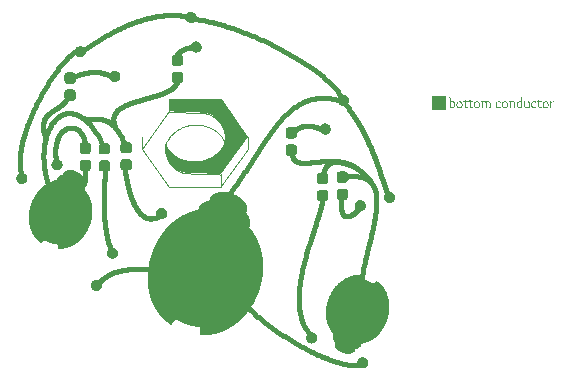
<source format=gbl>
G04                                                      *
G04 Greetings!                                           *
G04 This Gerber was generated by PCBmodE, an open source *
G04 PCB design software. Get it here:                    *
G04                                                      *
G04   http://pcbmode.com                                 *
G04                                                      *
G04 Also visit                                           *
G04                                                      *
G04   http://boldport.com                                *
G04                                                      *
G04 and follow @boldport / @pcbmode for updates!         *
G04                                                      *

G04 leading zeros omitted (L); absolute data (A); 6 integer digits and 6 fractional digits *
%FSLAX66Y66*%

G04 mode (MO): millimeters (MM) *
%MOMM*%

G04 Aperture definitions *
%ADD10C,0.001X*%
%ADD11C,0.001X*%
%ADD20C,0.10X*%
%ADD21C,0.80X*%
%ADD22C,0.50X*%
%ADD23C,0.95X*%
%ADD24C,0.45X*%

%LPD*%
G36*
G01X20882116Y-12304518D02*
G01X18645684Y-9135968D01*
G01X14195039Y-9135968D01*
G01X14195039Y-10164525D01*
G01X14445037Y-10166525D01*
G01X14445037Y-10166525D01*
G01X14464252Y-10166642D01*
G01X14488753Y-10166989D01*
G01X14518330Y-10167558D01*
G01X14552770Y-10168339D01*
G01X14591860Y-10169325D01*
G01X14635389Y-10170507D01*
G01X14683145Y-10171878D01*
G01X14734915Y-10173429D01*
G01X14790487Y-10175152D01*
G01X14849649Y-10177039D01*
G01X14912189Y-10179081D01*
G01X14977894Y-10181270D01*
G01X15046553Y-10183598D01*
G01X15117954Y-10186058D01*
G01X15191884Y-10188639D01*
G01X15268130Y-10191335D01*
G01X15346482Y-10194137D01*
G01X15426727Y-10197037D01*
G01X15508651Y-10200026D01*
G01X15592045Y-10203097D01*
G01X15676695Y-10206241D01*
G01X15762388Y-10209450D01*
G01X15848914Y-10212716D01*
G01X15936059Y-10216030D01*
G01X16023612Y-10219385D01*
G01X16023612Y-10219385D01*
G01X16023612Y-10219385D01*
G01X16170998Y-10225064D01*
G01X16307220Y-10230360D01*
G01X16432792Y-10235312D01*
G01X16548225Y-10239963D01*
G01X16654035Y-10244353D01*
G01X16750734Y-10248523D01*
G01X16838835Y-10252515D01*
G01X16918851Y-10256369D01*
G01X16991296Y-10260127D01*
G01X17056683Y-10263829D01*
G01X17115525Y-10267516D01*
G01X17168335Y-10271230D01*
G01X17215627Y-10275012D01*
G01X17257913Y-10278902D01*
G01X17295707Y-10282942D01*
G01X17329523Y-10287173D01*
G01X17359872Y-10291636D01*
G01X17387269Y-10296371D01*
G01X17412227Y-10301420D01*
G01X17435259Y-10306824D01*
G01X17456877Y-10312624D01*
G01X17477596Y-10318862D01*
G01X17497929Y-10325577D01*
G01X17518388Y-10332811D01*
G01X17539487Y-10340605D01*
G01X17539487Y-10340605D01*
G01X17539487Y-10340605D01*
G01X17588635Y-10359495D01*
G01X17636459Y-10378866D01*
G01X17683033Y-10398762D01*
G01X17728427Y-10419230D01*
G01X17772715Y-10440316D01*
G01X17815968Y-10462067D01*
G01X17858259Y-10484529D01*
G01X17899658Y-10507747D01*
G01X17940239Y-10531769D01*
G01X17980073Y-10556639D01*
G01X18019233Y-10582406D01*
G01X18057791Y-10609114D01*
G01X18095818Y-10636810D01*
G01X18133386Y-10665540D01*
G01X18170568Y-10695350D01*
G01X18207436Y-10726287D01*
G01X18244061Y-10758396D01*
G01X18280517Y-10791725D01*
G01X18316874Y-10826318D01*
G01X18353205Y-10862223D01*
G01X18353205Y-10862223D01*
G01X18353205Y-10862223D01*
G01X18390498Y-10900308D01*
G01X18425671Y-10937432D01*
G01X18458857Y-10973819D01*
G01X18490189Y-11009693D01*
G01X18519799Y-11045277D01*
G01X18547820Y-11080794D01*
G01X18574384Y-11116469D01*
G01X18599623Y-11152525D01*
G01X18623671Y-11189186D01*
G01X18646659Y-11226675D01*
G01X18668721Y-11265216D01*
G01X18689988Y-11305032D01*
G01X18710594Y-11346348D01*
G01X18730671Y-11389386D01*
G01X18750351Y-11434371D01*
G01X18769767Y-11481527D01*
G01X18789052Y-11531075D01*
G01X18808338Y-11583242D01*
G01X18827758Y-11638249D01*
G01X18847444Y-11696321D01*
G01X18847444Y-11696321D01*
G01X18847444Y-11696321D01*
G01X18867786Y-11759106D01*
G01X18886440Y-11820183D01*
G01X18903406Y-11879624D01*
G01X18918682Y-11937499D01*
G01X18932271Y-11993881D01*
G01X18944171Y-12048840D01*
G01X18954383Y-12102448D01*
G01X18962907Y-12154774D01*
G01X18969743Y-12205892D01*
G01X18974891Y-12255872D01*
G01X18978351Y-12304784D01*
G01X18980124Y-12352701D01*
G01X18980209Y-12399694D01*
G01X18978607Y-12445833D01*
G01X18975318Y-12491190D01*
G01X18970341Y-12535835D01*
G01X18963677Y-12579841D01*
G01X18955326Y-12623279D01*
G01X18945288Y-12666219D01*
G01X18933564Y-12708732D01*
G01X18920153Y-12750891D01*
G01X18905055Y-12792765D01*
G01X18888271Y-12834427D01*
G01X18869800Y-12875947D01*
G01X18849643Y-12917397D01*
G01X18849643Y-12917397D01*
G01X18849643Y-12917397D01*
G01X18817656Y-12978557D01*
G01X18784222Y-13038625D01*
G01X18749358Y-13097588D01*
G01X18713078Y-13155433D01*
G01X18675400Y-13212149D01*
G01X18636338Y-13267723D01*
G01X18595908Y-13322143D01*
G01X18554127Y-13375396D01*
G01X18511011Y-13427469D01*
G01X18466574Y-13478350D01*
G01X18420834Y-13528027D01*
G01X18373805Y-13576488D01*
G01X18325503Y-13623719D01*
G01X18275945Y-13669709D01*
G01X18225147Y-13714445D01*
G01X18173123Y-13757914D01*
G01X18119891Y-13800105D01*
G01X18065465Y-13841004D01*
G01X18009861Y-13880600D01*
G01X17953096Y-13918879D01*
G01X17895186Y-13955830D01*
G01X17836145Y-13991440D01*
G01X17775991Y-14025696D01*
G01X17714738Y-14058587D01*
G01X17652402Y-14090099D01*
G01X17589000Y-14120220D01*
G01X17524548Y-14148939D01*
G01X17459060Y-14176241D01*
G01X17392554Y-14202116D01*
G01X17325044Y-14226550D01*
G01X17256546Y-14249531D01*
G01X17187078Y-14271046D01*
G01X17116653Y-14291084D01*
G01X17092969Y-14297433D01*
G01X17092969Y-14297433D01*
G01X17043575Y-14310217D01*
G01X16997645Y-14321499D01*
G01X16954314Y-14331369D01*
G01X16912721Y-14339920D01*
G01X16872002Y-14347243D01*
G01X16831294Y-14353428D01*
G01X16789736Y-14358569D01*
G01X16746464Y-14362755D01*
G01X16700616Y-14366079D01*
G01X16651329Y-14368633D01*
G01X16597740Y-14370506D01*
G01X16538986Y-14371792D01*
G01X16474206Y-14372581D01*
G01X16402535Y-14372965D01*
G01X16380671Y-14373013D01*
G01X16380671Y-14373013D01*
G01X16311952Y-14372746D01*
G01X16246830Y-14371937D01*
G01X16185193Y-14370575D01*
G01X16126929Y-14368648D01*
G01X16071926Y-14366143D01*
G01X16020074Y-14363050D01*
G01X15971260Y-14359356D01*
G01X15925372Y-14355049D01*
G01X15882299Y-14350118D01*
G01X15841928Y-14344551D01*
G01X15804149Y-14338336D01*
G01X15768849Y-14331461D01*
G01X15752094Y-14327773D01*
G01X15752094Y-14327773D01*
G01X15682621Y-14311008D01*
G01X15613988Y-14292825D01*
G01X15546221Y-14273244D01*
G01X15479350Y-14252283D01*
G01X15413401Y-14229963D01*
G01X15348403Y-14206303D01*
G01X15284382Y-14181323D01*
G01X15221367Y-14155043D01*
G01X15159385Y-14127482D01*
G01X15098465Y-14098661D01*
G01X15038634Y-14068598D01*
G01X14979919Y-14037314D01*
G01X14922348Y-14004828D01*
G01X14865949Y-13971160D01*
G01X14810750Y-13936329D01*
G01X14756779Y-13900356D01*
G01X14704063Y-13863260D01*
G01X14652630Y-13825060D01*
G01X14602507Y-13785777D01*
G01X14553723Y-13745429D01*
G01X14506305Y-13704038D01*
G01X14460281Y-13661622D01*
G01X14415678Y-13618201D01*
G01X14372525Y-13573795D01*
G01X14330849Y-13528423D01*
G01X14290677Y-13482105D01*
G01X14252038Y-13434862D01*
G01X14214959Y-13386712D01*
G01X14179468Y-13337675D01*
G01X14145592Y-13287771D01*
G01X14113360Y-13237020D01*
G01X14082799Y-13185441D01*
G01X14053937Y-13133054D01*
G01X14044699Y-13115416D01*
G01X14044699Y-13115416D01*
G01X14014509Y-13058973D01*
G01X13986302Y-13009826D01*
G01X13961963Y-12970985D01*
G01X13943380Y-12945459D01*
G01X13932438Y-12936257D01*
G01X13932438Y-12936257D01*
G01X13932438Y-12936257D01*
G01X13921937Y-12943795D01*
G01X13912398Y-12965263D01*
G01X13903985Y-12998764D01*
G01X13896868Y-13042401D01*
G01X13891211Y-13094276D01*
G01X13887182Y-13152492D01*
G01X13884948Y-13215152D01*
G01X13884675Y-13280357D01*
G01X13886529Y-13346210D01*
G01X13890678Y-13410815D01*
G01X13890678Y-13410815D01*
G01X13890678Y-13410815D01*
G01X13895134Y-13452917D01*
G01X13901588Y-13498215D01*
G01X13909914Y-13546321D01*
G01X13919987Y-13596843D01*
G01X13931681Y-13649393D01*
G01X13944869Y-13703582D01*
G01X13959426Y-13759019D01*
G01X13975226Y-13815316D01*
G01X13992142Y-13872082D01*
G01X14010048Y-13928929D01*
G01X14028820Y-13985466D01*
G01X14048329Y-14041305D01*
G01X14068452Y-14096055D01*
G01X14089061Y-14149327D01*
G01X14110031Y-14200732D01*
G01X14131235Y-14249880D01*
G01X14152548Y-14296381D01*
G01X14173843Y-14339847D01*
G01X14194995Y-14379887D01*
G01X14215877Y-14416112D01*
G01X14215877Y-14416112D01*
G01X14215877Y-14416112D01*
G01X14245050Y-14462403D01*
G01X14276191Y-14508232D01*
G01X14309217Y-14553538D01*
G01X14344046Y-14598255D01*
G01X14380595Y-14642320D01*
G01X14418783Y-14685669D01*
G01X14458526Y-14728240D01*
G01X14499742Y-14769968D01*
G01X14542349Y-14810789D01*
G01X14586265Y-14850640D01*
G01X14631406Y-14889457D01*
G01X14677691Y-14927177D01*
G01X14725037Y-14963736D01*
G01X14773362Y-14999070D01*
G01X14822583Y-15033116D01*
G01X14872617Y-15065810D01*
G01X14923384Y-15097088D01*
G01X14974799Y-15126886D01*
G01X15026781Y-15155142D01*
G01X15079247Y-15181791D01*
G01X15132114Y-15206770D01*
G01X15185302Y-15230015D01*
G01X15238726Y-15251463D01*
G01X15292304Y-15271049D01*
G01X15345954Y-15288710D01*
G01X15345954Y-15288710D01*
G01X15345954Y-15288710D01*
G01X15366056Y-15294918D01*
G01X15385423Y-15300778D01*
G01X15404308Y-15306307D01*
G01X15422963Y-15311522D01*
G01X15441638Y-15316443D01*
G01X15460588Y-15321085D01*
G01X15480062Y-15325466D01*
G01X15500313Y-15329605D01*
G01X15521593Y-15333519D01*
G01X15544153Y-15337225D01*
G01X15568246Y-15340741D01*
G01X15594123Y-15344085D01*
G01X15622036Y-15347274D01*
G01X15652237Y-15350326D01*
G01X15684978Y-15353258D01*
G01X15720510Y-15356088D01*
G01X15759085Y-15358834D01*
G01X15800956Y-15361514D01*
G01X15846374Y-15364144D01*
G01X15895591Y-15366742D01*
G01X15948858Y-15369326D01*
G01X16006428Y-15371915D01*
G01X16068552Y-15374524D01*
G01X16135483Y-15377172D01*
G01X16207471Y-15379877D01*
G01X16284770Y-15382655D01*
G01X16367630Y-15385526D01*
G01X16456303Y-15388506D01*
G01X16551042Y-15391612D01*
G01X16652098Y-15394863D01*
G01X16759723Y-15398276D01*
G01X16874169Y-15401869D01*
G01X16995688Y-15405659D01*
G01X17037810Y-15406969D01*
G01X17037810Y-15406969D01*
G01X17133633Y-15410025D01*
G01X17228599Y-15413197D01*
G01X17322466Y-15416466D01*
G01X17414990Y-15419815D01*
G01X17505926Y-15423225D01*
G01X17595032Y-15426680D01*
G01X17682063Y-15430160D01*
G01X17766776Y-15433649D01*
G01X17848928Y-15437127D01*
G01X17928275Y-15440579D01*
G01X18004572Y-15443984D01*
G01X18077578Y-15447327D01*
G01X18147047Y-15450588D01*
G01X18212736Y-15453751D01*
G01X18274402Y-15456797D01*
G01X18331802Y-15459708D01*
G01X18384690Y-15462466D01*
G01X18432825Y-15465054D01*
G01X18475962Y-15467454D01*
G01X18513857Y-15469647D01*
G01X18546267Y-15471617D01*
G01X18572949Y-15473345D01*
G01X18593659Y-15474813D01*
G01X18608152Y-15476004D01*
G01X18616187Y-15476899D01*
G01X18616187Y-15476899D01*
G37*
D20*
G01X11944719Y-13366682D02*
G01X14181152Y-16535232D01*
G01X18631797Y-16535232D01*
G01X18631797Y-15506675D01*
G01X18381798Y-15504675D01*
G01X18381798Y-15504675D01*
G01X18362583Y-15504558D01*
G01X18338082Y-15504211D01*
G01X18308505Y-15503643D01*
G01X18274065Y-15502862D01*
G01X18234975Y-15501876D01*
G01X18191446Y-15500693D01*
G01X18143690Y-15499322D01*
G01X18091920Y-15497771D01*
G01X18036348Y-15496048D01*
G01X17977186Y-15494161D01*
G01X17914646Y-15492119D01*
G01X17848941Y-15489930D01*
G01X17780282Y-15487602D01*
G01X17708881Y-15485143D01*
G01X17634951Y-15482561D01*
G01X17558705Y-15479865D01*
G01X17480353Y-15477063D01*
G01X17400108Y-15474164D01*
G01X17318184Y-15471174D01*
G01X17234790Y-15468103D01*
G01X17150140Y-15464959D01*
G01X17064447Y-15461750D01*
G01X16977921Y-15458484D01*
G01X16890776Y-15455170D01*
G01X16803223Y-15451815D01*
G01X16803223Y-15451815D01*
G01X16803223Y-15451815D01*
G01X16655837Y-15446136D01*
G01X16519615Y-15440841D01*
G01X16394043Y-15435888D01*
G01X16278610Y-15431238D01*
G01X16172800Y-15426848D01*
G01X16076101Y-15422677D01*
G01X15988000Y-15418685D01*
G01X15907984Y-15414831D01*
G01X15835539Y-15411074D01*
G01X15770152Y-15407372D01*
G01X15711310Y-15403684D01*
G01X15658500Y-15399970D01*
G01X15611208Y-15396188D01*
G01X15568922Y-15392298D01*
G01X15531128Y-15388258D01*
G01X15497312Y-15384027D01*
G01X15466963Y-15379565D01*
G01X15439566Y-15374829D01*
G01X15414608Y-15369780D01*
G01X15391576Y-15364376D01*
G01X15369958Y-15358576D01*
G01X15349239Y-15352339D01*
G01X15328906Y-15345624D01*
G01X15308447Y-15338390D01*
G01X15287347Y-15330595D01*
G01X15287347Y-15330595D01*
G01X15287347Y-15330595D01*
G01X15238200Y-15311705D01*
G01X15190376Y-15292335D01*
G01X15143802Y-15272439D01*
G01X15098408Y-15251971D01*
G01X15054120Y-15230884D01*
G01X15010867Y-15209133D01*
G01X14968576Y-15186672D01*
G01X14927177Y-15163453D01*
G01X14886596Y-15139432D01*
G01X14846761Y-15114561D01*
G01X14807602Y-15088795D01*
G01X14769044Y-15062087D01*
G01X14731017Y-15034391D01*
G01X14693449Y-15005661D01*
G01X14656267Y-14975850D01*
G01X14619399Y-14944914D01*
G01X14582774Y-14912804D01*
G01X14546318Y-14879476D01*
G01X14509961Y-14844882D01*
G01X14473631Y-14808977D01*
G01X14473631Y-14808977D01*
G01X14473631Y-14808977D01*
G01X14436337Y-14770892D01*
G01X14401164Y-14733768D01*
G01X14367978Y-14697381D01*
G01X14336646Y-14661507D01*
G01X14307036Y-14625923D01*
G01X14279015Y-14590406D01*
G01X14252451Y-14554731D01*
G01X14227212Y-14518675D01*
G01X14203164Y-14482014D01*
G01X14180176Y-14444525D01*
G01X14158114Y-14405985D01*
G01X14136847Y-14366168D01*
G01X14116241Y-14324852D01*
G01X14096164Y-14281814D01*
G01X14076484Y-14236829D01*
G01X14057068Y-14189674D01*
G01X14037783Y-14140125D01*
G01X14018497Y-14087959D01*
G01X13999077Y-14032951D01*
G01X13979392Y-13974879D01*
G01X13979392Y-13974879D01*
G01X13979392Y-13974879D01*
G01X13959049Y-13912095D01*
G01X13940395Y-13851017D01*
G01X13923429Y-13791577D01*
G01X13908153Y-13733701D01*
G01X13894564Y-13677319D01*
G01X13882664Y-13622360D01*
G01X13872452Y-13568753D01*
G01X13863928Y-13516426D01*
G01X13857092Y-13465308D01*
G01X13851944Y-13415329D01*
G01X13848484Y-13366416D01*
G01X13846711Y-13318499D01*
G01X13846626Y-13271507D01*
G01X13848228Y-13225368D01*
G01X13851517Y-13180011D01*
G01X13856494Y-13135365D01*
G01X13863158Y-13091359D01*
G01X13871509Y-13047922D01*
G01X13881547Y-13004982D01*
G01X13893271Y-12962468D01*
G01X13906682Y-12920310D01*
G01X13921780Y-12878435D01*
G01X13938564Y-12836773D01*
G01X13957035Y-12795253D01*
G01X13977191Y-12753803D01*
G01X13977191Y-12753803D01*
G01X13977191Y-12753803D01*
G01X14009179Y-12692643D01*
G01X14042613Y-12632576D01*
G01X14077477Y-12573613D01*
G01X14113757Y-12515767D01*
G01X14151435Y-12459051D01*
G01X14190497Y-12403477D01*
G01X14230927Y-12349057D01*
G01X14272708Y-12295805D01*
G01X14315824Y-12243732D01*
G01X14360261Y-12192850D01*
G01X14406001Y-12143173D01*
G01X14453030Y-12094713D01*
G01X14501332Y-12047481D01*
G01X14550890Y-12001491D01*
G01X14601688Y-11956755D01*
G01X14653712Y-11913286D01*
G01X14706944Y-11871095D01*
G01X14761370Y-11830196D01*
G01X14816974Y-11790601D01*
G01X14873739Y-11752321D01*
G01X14931649Y-11715370D01*
G01X14990690Y-11679760D01*
G01X15050844Y-11645504D01*
G01X15112097Y-11612614D01*
G01X15174433Y-11581101D01*
G01X15237835Y-11550980D01*
G01X15302287Y-11522262D01*
G01X15367775Y-11494959D01*
G01X15434281Y-11469085D01*
G01X15501791Y-11444651D01*
G01X15570289Y-11421670D01*
G01X15639757Y-11400154D01*
G01X15710182Y-11380116D01*
G01X15733866Y-11373767D01*
G01X15733866Y-11373767D01*
G01X15783260Y-11360983D01*
G01X15829190Y-11349702D01*
G01X15872521Y-11339831D01*
G01X15914114Y-11331280D01*
G01X15954833Y-11323958D01*
G01X15995541Y-11317772D01*
G01X16037099Y-11312632D01*
G01X16080371Y-11308445D01*
G01X16126219Y-11305121D01*
G01X16175506Y-11302568D01*
G01X16229095Y-11300694D01*
G01X16287849Y-11299409D01*
G01X16352629Y-11298619D01*
G01X16424300Y-11298235D01*
G01X16446164Y-11298187D01*
G01X16446164Y-11298187D01*
G01X16514883Y-11298454D01*
G01X16580005Y-11299263D01*
G01X16641642Y-11300625D01*
G01X16699906Y-11302553D01*
G01X16754909Y-11305057D01*
G01X16806761Y-11308151D01*
G01X16855575Y-11311845D01*
G01X16901463Y-11316151D01*
G01X16944536Y-11321082D01*
G01X16984907Y-11326649D01*
G01X17022686Y-11332864D01*
G01X17057986Y-11339739D01*
G01X17074741Y-11343427D01*
G01X17074741Y-11343427D01*
G01X17144214Y-11360192D01*
G01X17212847Y-11378375D01*
G01X17280614Y-11397957D01*
G01X17347485Y-11418917D01*
G01X17413434Y-11441238D01*
G01X17478432Y-11464897D01*
G01X17542453Y-11489877D01*
G01X17605468Y-11516157D01*
G01X17667450Y-11543718D01*
G01X17728370Y-11572539D01*
G01X17788201Y-11602602D01*
G01X17846916Y-11633886D01*
G01X17904487Y-11666372D01*
G01X17960886Y-11700040D01*
G01X18016085Y-11734871D01*
G01X18070056Y-11770844D01*
G01X18122772Y-11807941D01*
G01X18174205Y-11846140D01*
G01X18224328Y-11885424D01*
G01X18273112Y-11925771D01*
G01X18320530Y-11967162D01*
G01X18366554Y-12009579D01*
G01X18411157Y-12053000D01*
G01X18454310Y-12097406D01*
G01X18495986Y-12142778D01*
G01X18536158Y-12189095D01*
G01X18574797Y-12236339D01*
G01X18611876Y-12284489D01*
G01X18647367Y-12333526D01*
G01X18681243Y-12383429D01*
G01X18713475Y-12434180D01*
G01X18744036Y-12485759D01*
G01X18772898Y-12538146D01*
G01X18782137Y-12555784D01*
G01X18782137Y-12555784D01*
G01X18812326Y-12612227D01*
G01X18840533Y-12661374D01*
G01X18864872Y-12700216D01*
G01X18883455Y-12725742D01*
G01X18894396Y-12734943D01*
G01X18894396Y-12734943D01*
G01X18894396Y-12734943D01*
G01X18904898Y-12727406D01*
G01X18914437Y-12705937D01*
G01X18922850Y-12672436D01*
G01X18929967Y-12628799D01*
G01X18935624Y-12576924D01*
G01X18939653Y-12518708D01*
G01X18941887Y-12456049D01*
G01X18942160Y-12390844D01*
G01X18940306Y-12324990D01*
G01X18936156Y-12260385D01*
G01X18936156Y-12260385D01*
G01X18936156Y-12260385D01*
G01X18931701Y-12218283D01*
G01X18925247Y-12172985D01*
G01X18916921Y-12124880D01*
G01X18906848Y-12074357D01*
G01X18895154Y-12021807D01*
G01X18881966Y-11967618D01*
G01X18867409Y-11912181D01*
G01X18851609Y-11855884D01*
G01X18834693Y-11799118D01*
G01X18816787Y-11742271D01*
G01X18798015Y-11685734D01*
G01X18778506Y-11629896D01*
G01X18758383Y-11575146D01*
G01X18737774Y-11521874D01*
G01X18716804Y-11470469D01*
G01X18695600Y-11421321D01*
G01X18674287Y-11374819D01*
G01X18652992Y-11331354D01*
G01X18631840Y-11291314D01*
G01X18610958Y-11255088D01*
G01X18610958Y-11255088D01*
G01X18610958Y-11255088D01*
G01X18581785Y-11208798D01*
G01X18550644Y-11162968D01*
G01X18517618Y-11117663D01*
G01X18482789Y-11072946D01*
G01X18446240Y-11028881D01*
G01X18408052Y-10985531D01*
G01X18368309Y-10942961D01*
G01X18327093Y-10901233D01*
G01X18284486Y-10860412D01*
G01X18240570Y-10820561D01*
G01X18195429Y-10781743D01*
G01X18149144Y-10744023D01*
G01X18101798Y-10707464D01*
G01X18053473Y-10672130D01*
G01X18004252Y-10638085D01*
G01X17954218Y-10605391D01*
G01X17903451Y-10574113D01*
G01X17852036Y-10544314D01*
G01X17800054Y-10516058D01*
G01X17747588Y-10489409D01*
G01X17694721Y-10464430D01*
G01X17641533Y-10441185D01*
G01X17588109Y-10419738D01*
G01X17534531Y-10400152D01*
G01X17480881Y-10382490D01*
G01X17480881Y-10382490D01*
G01X17480881Y-10382490D01*
G01X17460779Y-10376282D01*
G01X17441412Y-10370423D01*
G01X17422527Y-10364894D01*
G01X17403872Y-10359678D01*
G01X17385197Y-10354758D01*
G01X17366247Y-10350116D01*
G01X17346773Y-10345734D01*
G01X17326522Y-10341595D01*
G01X17305242Y-10337681D01*
G01X17282682Y-10333975D01*
G01X17258589Y-10330459D01*
G01X17232712Y-10327115D01*
G01X17204799Y-10323926D01*
G01X17174598Y-10320874D01*
G01X17141857Y-10317942D01*
G01X17106325Y-10315112D01*
G01X17067750Y-10312366D01*
G01X17025879Y-10309687D01*
G01X16980461Y-10307057D01*
G01X16931244Y-10304458D01*
G01X16877977Y-10301874D01*
G01X16820407Y-10299286D01*
G01X16758283Y-10296676D01*
G01X16691352Y-10294028D01*
G01X16619364Y-10291324D01*
G01X16542065Y-10288545D01*
G01X16459205Y-10285675D01*
G01X16370532Y-10282695D01*
G01X16275793Y-10279588D01*
G01X16174737Y-10276337D01*
G01X16067112Y-10272924D01*
G01X15952666Y-10269332D01*
G01X15831147Y-10265542D01*
G01X15789025Y-10264231D01*
G01X15789025Y-10264231D01*
G01X15693202Y-10261175D01*
G01X15598236Y-10258003D01*
G01X15504369Y-10254734D01*
G01X15411845Y-10251385D01*
G01X15320909Y-10247975D01*
G01X15231803Y-10244521D01*
G01X15144772Y-10241040D01*
G01X15060059Y-10237552D01*
G01X14977907Y-10234073D01*
G01X14898560Y-10230622D01*
G01X14822263Y-10227216D01*
G01X14749257Y-10223873D01*
G01X14679788Y-10220612D01*
G01X14614099Y-10217449D01*
G01X14552433Y-10214404D01*
G01X14495033Y-10211493D01*
G01X14442145Y-10208734D01*
G01X14394010Y-10206146D01*
G01X14350873Y-10203747D01*
G01X14312978Y-10201553D01*
G01X14280568Y-10199583D01*
G01X14253886Y-10197855D01*
G01X14233176Y-10196387D01*
G01X14218683Y-10195197D01*
G01X14210648Y-10194301D01*
G01X14210648Y-10194301D01*
D20*
G01X11929414Y-12309934D02*
G01X11929414Y-13337934D01*
G01X14195239Y-10164934D01*
G01X14195239Y-9136934D01*
D20*
G01X18615413Y-15477934D02*
G01X18615413Y-16505934D01*
G01X20881239Y-13332934D01*
G01X20881239Y-12304934D01*
%LPC*%
D21*
G01X17671872Y-0000000D02*
G01X17671872Y-0000000D01*
G01X17669220Y-0000518D01*
G01X17661409Y-0002124D01*
G01X17648652Y-0004899D01*
G01X17631165Y-0008920D01*
G01X17609162Y-0014267D01*
G01X17582857Y-0021020D01*
G01X17552467Y-0029258D01*
G01X17518204Y-0039059D01*
G01X17480284Y-0050503D01*
G01X17438922Y-0063669D01*
G01X17394331Y-0078637D01*
G01X17346728Y-0095485D01*
G01X17296326Y-0114293D01*
G01X17243341Y-0135140D01*
G01X17187986Y-0158106D01*
G01X17130476Y-0183268D01*
G01X17071027Y-0210707D01*
G01X17009853Y-0240502D01*
G01X16947169Y-0272732D01*
G01X16883188Y-0307476D01*
G01X16818127Y-0344813D01*
G01X16752199Y-0384823D01*
G01X16685619Y-0427585D01*
G01X16618603Y-0473177D01*
G01X16551364Y-0521680D01*
G01X16551364Y-0521680D01*
G01X13768747Y-0162109D01*
G01X13768747Y-0162109D01*
G01X13765217Y-0163732D01*
G01X13754897Y-0168630D01*
G01X13738193Y-0176851D01*
G01X13715508Y-0188442D01*
G01X13687248Y-0203447D01*
G01X13653817Y-0221914D01*
G01X13615620Y-0243889D01*
G01X13573062Y-0269419D01*
G01X13526548Y-0298550D01*
G01X13476482Y-0331328D01*
G01X13423270Y-0367800D01*
G01X13367315Y-0408012D01*
G01X13309023Y-0452010D01*
G01X13248799Y-0499842D01*
G01X13187048Y-0551552D01*
G01X13124173Y-0607189D01*
G01X13081833Y-0646484D01*
G01X10095895Y-0903711D01*
G01X10095895Y-0903711D01*
G01X10092975Y-0905914D01*
G01X10084461Y-0912498D01*
G01X10070729Y-0923425D01*
G01X10052152Y-0938656D01*
G01X10029106Y-0958155D01*
G01X10001963Y-0981883D01*
G01X9971098Y-1009802D01*
G01X9936885Y-1041875D01*
G01X9899698Y-1078063D01*
G01X9859912Y-1118329D01*
G01X9817900Y-1162634D01*
G01X9774036Y-1210941D01*
G01X9728695Y-1263212D01*
G01X9682250Y-1319409D01*
G01X9635077Y-1379494D01*
G01X9587548Y-1443429D01*
G01X9540038Y-1511177D01*
G01X9492921Y-1582699D01*
G01X9446572Y-1657957D01*
G01X9401364Y-1736914D01*
G01X9401364Y-1736914D01*
G01X6830465Y-2598242D01*
G01X6830465Y-2598242D01*
G01X6827752Y-2601551D01*
G01X6819920Y-2611371D01*
G01X6807429Y-2627540D01*
G01X6790739Y-2649895D01*
G01X6770313Y-2678274D01*
G01X6746610Y-2712517D01*
G01X6720091Y-2752460D01*
G01X6691217Y-2797941D01*
G01X6660449Y-2848800D01*
G01X6628247Y-2904873D01*
G01X6595071Y-2965999D01*
G01X6561383Y-3032015D01*
G01X6527644Y-3102761D01*
G01X6494313Y-3178073D01*
G01X6461852Y-3257790D01*
G01X6430722Y-3341750D01*
G01X6410934Y-3400000D01*
G01X4101559Y-4807031D01*
G01X4101559Y-4807031D01*
G01X4099939Y-4810256D01*
G01X4095294Y-4819794D01*
G01X4087950Y-4835444D01*
G01X4078233Y-4857002D01*
G01X4066468Y-4884267D01*
G01X4052979Y-4917036D01*
G01X4038093Y-4955105D01*
G01X4022135Y-4998273D01*
G01X4005430Y-5046337D01*
G01X3988303Y-5099094D01*
G01X3971080Y-5156343D01*
G01X3954087Y-5217879D01*
G01X3937647Y-5283501D01*
G01X3922088Y-5353005D01*
G01X3907734Y-5426191D01*
G01X3894910Y-5502854D01*
G01X3883942Y-5582792D01*
G01X3875155Y-5665804D01*
G01X3868875Y-5751685D01*
G01X3865426Y-5840234D01*
G01X3865426Y-5840234D01*
G01X2158199Y-7535937D01*
G01X2158199Y-7535937D01*
G01X2157178Y-7540343D01*
G01X2154371Y-7553298D01*
G01X2150167Y-7574405D01*
G01X2144954Y-7603267D01*
G01X2139121Y-7639488D01*
G01X2133054Y-7682673D01*
G01X2127142Y-7732423D01*
G01X2121774Y-7788344D01*
G01X2117336Y-7850038D01*
G01X2114218Y-7917109D01*
G01X2112806Y-7989161D01*
G01X2113489Y-8065798D01*
G01X2116656Y-8146622D01*
G01X2122693Y-8231238D01*
G01X2124999Y-8256055D01*
G01X0728515Y-10413672D01*
G01X0728515Y-10413672D01*
G01X0728452Y-10419330D01*
G01X0728541Y-10435858D01*
G01X0729197Y-10462588D01*
G01X0730837Y-10498853D01*
G01X0733878Y-10543984D01*
G01X0738736Y-10597314D01*
G01X0745828Y-10658173D01*
G01X0755569Y-10725896D01*
G01X0768376Y-10799812D01*
G01X0784666Y-10879255D01*
G01X0804855Y-10963557D01*
G01X0829359Y-11052048D01*
G01X0843360Y-11097657D01*
G01X-0000000Y-13526563D01*
G01X-0000000Y-13526563D01*
G01X0001130Y-13531420D01*
G01X0004662Y-13545571D01*
G01X0010803Y-13568384D01*
G01X0019762Y-13599227D01*
G01X0031747Y-13637468D01*
G01X0046966Y-13682477D01*
G01X0065629Y-13733621D01*
G01X0087943Y-13790269D01*
G01X0114117Y-13851789D01*
G01X0144360Y-13917550D01*
G01X0178879Y-13986919D01*
G01X0217884Y-14059266D01*
G01X0261583Y-14133959D01*
G01X0310184Y-14210365D01*
G01X0324999Y-14232422D01*
G01X0069335Y-16541407D01*
G01X0069335Y-16541407D01*
G01X0071271Y-16545417D01*
G01X0077116Y-16557070D01*
G01X0086927Y-16575799D01*
G01X0100761Y-16601039D01*
G01X0118675Y-16632222D01*
G01X0140725Y-16668782D01*
G01X0166969Y-16710153D01*
G01X0197463Y-16755768D01*
G01X0232264Y-16805061D01*
G01X0271429Y-16857466D01*
G01X0315014Y-16912416D01*
G01X0363077Y-16969344D01*
G01X0415674Y-17027685D01*
G01X0472863Y-17086872D01*
G01X0534699Y-17146338D01*
G01X0601240Y-17205518D01*
G01X0648243Y-17244532D01*
G01X0904883Y-19295313D01*
G01X0904883Y-19295313D01*
G01X0908091Y-19299227D01*
G01X0917652Y-19310499D01*
G01X0933466Y-19328425D01*
G01X0955437Y-19352301D01*
G01X0983467Y-19381422D01*
G01X1017459Y-19415083D01*
G01X1057313Y-19452580D01*
G01X1102933Y-19493208D01*
G01X1154221Y-19536263D01*
G01X1211079Y-19581041D01*
G01X1273410Y-19626837D01*
G01X1341115Y-19672947D01*
G01X1376953Y-19695899D01*
G01X2111133Y-21777930D01*
G01X2111133Y-21777930D01*
G01X2114166Y-21780331D01*
G01X2123154Y-21787236D01*
G01X2137933Y-21798197D01*
G01X2158335Y-21812764D01*
G01X2184196Y-21830488D01*
G01X2215349Y-21850921D01*
G01X2251628Y-21873614D01*
G01X2292869Y-21898119D01*
G01X2338904Y-21923986D01*
G01X2389569Y-21950767D01*
G01X2444697Y-21978013D01*
G01X2504123Y-22005275D01*
G01X2567681Y-22032106D01*
G01X2635205Y-22058055D01*
G01X2706530Y-22082674D01*
G01X2781489Y-22105514D01*
G01X2833398Y-22119532D01*
G01X3921680Y-23794336D01*
G01X3921680Y-23794336D01*
G01X3926746Y-23796661D01*
G01X3941629Y-23803167D01*
G01X3965853Y-23813144D01*
G01X3998941Y-23825884D01*
G01X4040419Y-23840680D01*
G01X4089810Y-23856823D01*
G01X4146639Y-23873606D01*
G01X4210431Y-23890320D01*
G01X4280709Y-23906258D01*
G01X4356999Y-23920711D01*
G01X4438823Y-23932972D01*
G01X4525708Y-23942332D01*
G01X4570899Y-23945703D01*
G01X6000196Y-25333399D01*
G01X6000196Y-25333399D01*
G01X6005265Y-25334472D01*
G01X6020098Y-25337334D01*
G01X6044133Y-25341453D01*
G01X6076808Y-25346295D01*
G01X6117562Y-25351324D01*
G01X6165833Y-25356009D01*
G01X6221059Y-25359814D01*
G01X6282678Y-25362207D01*
G01X6350128Y-25362652D01*
G01X6422848Y-25360618D01*
G01X6500276Y-25355568D01*
G01X6581849Y-25346971D01*
G01X6667008Y-25334292D01*
G01X6755188Y-25316997D01*
G01X6780860Y-25311133D01*
G01X8304882Y-27216016D01*
G01X8304882Y-27216016D01*
G01X8311624Y-27215805D01*
G01X8331160Y-27214780D01*
G01X8362456Y-27212355D01*
G01X8404480Y-27207942D01*
G01X8456198Y-27200954D01*
G01X8516576Y-27190804D01*
G01X8584581Y-27176904D01*
G01X8659180Y-27158668D01*
G01X8739338Y-27135507D01*
G01X8824023Y-27106836D01*
G01X8824023Y-27106836D01*
G01X10620898Y-27705078D01*
G01X10620898Y-27705078D01*
G01X10626069Y-27703799D01*
G01X10641045Y-27699792D01*
G01X10665026Y-27692802D01*
G01X10697209Y-27682573D01*
G01X10736793Y-27668849D01*
G01X10782977Y-27651374D01*
G01X10834959Y-27629893D01*
G01X10891937Y-27604150D01*
G01X10953109Y-27573890D01*
G01X11017675Y-27538856D01*
G01X11084831Y-27498793D01*
G01X11153778Y-27453446D01*
G01X11188671Y-27428711D01*
G01X12863672Y-27592578D01*
G01X12863672Y-27592578D01*
G01X12869019Y-27589877D01*
G01X12884374Y-27581717D01*
G01X12908705Y-27568012D01*
G01X12940983Y-27548676D01*
G01X12980175Y-27523622D01*
G01X13025252Y-27492764D01*
G01X13075181Y-27456016D01*
G01X13128934Y-27413291D01*
G01X13185477Y-27364504D01*
G01X13243781Y-27309568D01*
G01X13302815Y-27248396D01*
G01X13309375Y-27241211D01*
G01X14992382Y-27027149D01*
G01X14992382Y-27027149D01*
G01X14996816Y-27023493D01*
G01X15009466Y-27012615D01*
G01X15029355Y-26994647D01*
G01X15055506Y-26969724D01*
G01X15086942Y-26937978D01*
G01X15122687Y-26899544D01*
G01X15161763Y-26854554D01*
G01X15203194Y-26803143D01*
G01X15246002Y-26745443D01*
G01X15289212Y-26681588D01*
G01X15331845Y-26611712D01*
G01X15372925Y-26535947D01*
G01X15392577Y-26495899D01*
G01X16804688Y-25962500D01*
G01X16793554Y-26105664D01*
G01X16793554Y-26105664D01*
G01X16796322Y-26169591D01*
G01X16799357Y-26233135D01*
G01X16802692Y-26296301D01*
G01X16806359Y-26359090D01*
G01X16810390Y-26421506D01*
G01X16814817Y-26483550D01*
G01X16819672Y-26545226D01*
G01X16824987Y-26606536D01*
G01X16830794Y-26667483D01*
G01X16837126Y-26728069D01*
G01X16844014Y-26788298D01*
G01X16851491Y-26848171D01*
G01X16859588Y-26907693D01*
G01X16868337Y-26966864D01*
G01X16877772Y-27025689D01*
G01X16887922Y-27084169D01*
G01X16898822Y-27142307D01*
G01X16910502Y-27200107D01*
G01X16922995Y-27257570D01*
G01X16936334Y-27314699D01*
G01X16950549Y-27371498D01*
G01X16965673Y-27427968D01*
G01X16981738Y-27484113D01*
G01X16998776Y-27539935D01*
G01X17016819Y-27595436D01*
G01X17035900Y-27650620D01*
G01X17056050Y-27705489D01*
G01X17077301Y-27760046D01*
G01X17099686Y-27814293D01*
G01X17123237Y-27868234D01*
G01X17147984Y-27921870D01*
G01X17173962Y-27975205D01*
G01X17201201Y-28028241D01*
G01X17229734Y-28080981D01*
G01X17259593Y-28133428D01*
G01X17290809Y-28185584D01*
G01X17323416Y-28237451D01*
G01X17357444Y-28289034D01*
G01X17392927Y-28340333D01*
G01X17429895Y-28391353D01*
G01X17468382Y-28442095D01*
G01X17508419Y-28492563D01*
G01X17550038Y-28542758D01*
G01X17593272Y-28592684D01*
G01X17638152Y-28642344D01*
G01X17684710Y-28691740D01*
G01X17732979Y-28740874D01*
G01X17782991Y-28789750D01*
G01X17834777Y-28838370D01*
G01X17888370Y-28886736D01*
G01X17943801Y-28934852D01*
G01X18001104Y-28982720D01*
G01X18060309Y-29030343D01*
G01X18121449Y-29077724D01*
G01X18184557Y-29124864D01*
G01X18249663Y-29171768D01*
G01X18316800Y-29218436D01*
G01X18386001Y-29264874D01*
G01X18457297Y-29311082D01*
G01X18530720Y-29357063D01*
G01X18606302Y-29402821D01*
G01X18684076Y-29448358D01*
G01X18764074Y-29493676D01*
G01X18846327Y-29538779D01*
G01X18930867Y-29583668D01*
G01X19017727Y-29628347D01*
G01X19106939Y-29672819D01*
G01X19198535Y-29717085D01*
G01X19292546Y-29761149D01*
G01X19389006Y-29805014D01*
G01X19487945Y-29848682D01*
G01X19589396Y-29892155D01*
G01X19693392Y-29935436D01*
G01X19799964Y-29978529D01*
G01X19909143Y-30021436D01*
G01X20020963Y-30064159D01*
G01X20135456Y-30106701D01*
G01X20252652Y-30149065D01*
G01X20372586Y-30191253D01*
G01X20495287Y-30233268D01*
G01X20620790Y-30275114D01*
G01X20749124Y-30316791D01*
G01X20880324Y-30358304D01*
G01X21014420Y-30399655D01*
G01X21151445Y-30440847D01*
G01X21291431Y-30481881D01*
G01X21434410Y-30522762D01*
G01X21580414Y-30563491D01*
G01X21729475Y-30604072D01*
G01X21881625Y-30644506D01*
G01X22036896Y-30684797D01*
G01X22195320Y-30724947D01*
G01X22356930Y-30764960D01*
G01X22521756Y-30804837D01*
G01X22689833Y-30844581D01*
G01X22861191Y-30884196D01*
G01X23035862Y-30923683D01*
G01X23213879Y-30963045D01*
G01X23395273Y-31002286D01*
G01X23580078Y-31041407D01*
G01X23580078Y-31041407D01*
G01X23580078Y-31041407D01*
G01X23760150Y-31080907D01*
G01X23935495Y-31122943D01*
G01X24106172Y-31167457D01*
G01X24272240Y-31214388D01*
G01X24433759Y-31263677D01*
G01X24590787Y-31315265D01*
G01X24743385Y-31369091D01*
G01X24891611Y-31425097D01*
G01X25035524Y-31483223D01*
G01X25175184Y-31543409D01*
G01X25310650Y-31605595D01*
G01X25441981Y-31669723D01*
G01X25569237Y-31735732D01*
G01X25692476Y-31803563D01*
G01X25811758Y-31873156D01*
G01X25927142Y-31944452D01*
G01X26038688Y-32017391D01*
G01X26146454Y-32091914D01*
G01X26250501Y-32167961D01*
G01X26350886Y-32245473D01*
G01X26447669Y-32324389D01*
G01X26540910Y-32404651D01*
G01X26630668Y-32486199D01*
G01X26717002Y-32568973D01*
G01X26799971Y-32652913D01*
G01X26879635Y-32737961D01*
G01X26956053Y-32824056D01*
G01X27029283Y-32911139D01*
G01X27099386Y-32999151D01*
G01X27166420Y-33088031D01*
G01X27230445Y-33177720D01*
G01X27291520Y-33268160D01*
G01X27349704Y-33359289D01*
G01X27405056Y-33451049D01*
G01X27457636Y-33543380D01*
G01X27507503Y-33636222D01*
G01X27554716Y-33729516D01*
G01X27599334Y-33823203D01*
G01X27641417Y-33917222D01*
G01X27681024Y-34011514D01*
G01X27718214Y-34106020D01*
G01X27753046Y-34200680D01*
G01X27785580Y-34295434D01*
G01X27815874Y-34390223D01*
G01X27843989Y-34484988D01*
G01X27869983Y-34579668D01*
G01X27893915Y-34674204D01*
G01X27915845Y-34768537D01*
G01X27935832Y-34862607D01*
G01X27953935Y-34956355D01*
G01X27970214Y-35049720D01*
G01X27984727Y-35142644D01*
G01X27997535Y-35235066D01*
G01X28008695Y-35326927D01*
G01X28018268Y-35418169D01*
G01X28026312Y-35508730D01*
G01X28032888Y-35598551D01*
G01X28038053Y-35687574D01*
G01X28041868Y-35775738D01*
G01X28044391Y-35862984D01*
G01X28045682Y-35949251D01*
G01X28045801Y-36034482D01*
G01X28044805Y-36118616D01*
G01X28042755Y-36201593D01*
G01X28039710Y-36283354D01*
G01X28035729Y-36363839D01*
G01X28030871Y-36442989D01*
G01X28025195Y-36520744D01*
G01X28018762Y-36597045D01*
G01X28011629Y-36671833D01*
G01X28003856Y-36745046D01*
G01X27995503Y-36816627D01*
G01X27986629Y-36886515D01*
G01X27977292Y-36954651D01*
G01X27967553Y-37020975D01*
G01X27957470Y-37085427D01*
G01X27947102Y-37147949D01*
G01X27936509Y-37208480D01*
G01X27925751Y-37266962D01*
G01X27914886Y-37323333D01*
G01X27903973Y-37377536D01*
G01X27893072Y-37429510D01*
G01X27882243Y-37479195D01*
G01X27871543Y-37526533D01*
G01X27861033Y-37571463D01*
G01X27850772Y-37613926D01*
G01X27840819Y-37653863D01*
G01X27831233Y-37691213D01*
G01X27822073Y-37725918D01*
G01X27813399Y-37757917D01*
G01X27805270Y-37787152D01*
G01X27797746Y-37813562D01*
G01X27790884Y-37837088D01*
G01X27784746Y-37857671D01*
G01X27779389Y-37875250D01*
G01X27774873Y-37889767D01*
G01X27771258Y-37901162D01*
G01X27768602Y-37909374D01*
G01X27766965Y-37914346D01*
G01X27766406Y-37916016D01*
G01X27766406Y-37916016D01*
G01X31335938Y-34610743D01*
G01X31335938Y-34610743D01*
G01X31336740Y-34607798D01*
G01X31339037Y-34599068D01*
G01X31342662Y-34584714D01*
G01X31347447Y-34564894D01*
G01X31353225Y-34539769D01*
G01X31359829Y-34509497D01*
G01X31367092Y-34474238D01*
G01X31374847Y-34434151D01*
G01X31382927Y-34389396D01*
G01X31391166Y-34340133D01*
G01X31399395Y-34286520D01*
G01X31407448Y-34228718D01*
G01X31415159Y-34166885D01*
G01X31422359Y-34101181D01*
G01X31428881Y-34031765D01*
G01X31434560Y-33958798D01*
G01X31439228Y-33882438D01*
G01X31442717Y-33802844D01*
G01X31444860Y-33720177D01*
G01X31445492Y-33634596D01*
G01X31444444Y-33546260D01*
G01X31441550Y-33455328D01*
G01X31436642Y-33361961D01*
G01X31429553Y-33266316D01*
G01X31420117Y-33168555D01*
G01X31420117Y-33168555D01*
G01X33857813Y-29604688D01*
G01X33857813Y-29604688D01*
G01X33857908Y-29602603D01*
G01X33858144Y-29596422D01*
G01X33858446Y-29586255D01*
G01X33858742Y-29572211D01*
G01X33858958Y-29554401D01*
G01X33859021Y-29532933D01*
G01X33858856Y-29507919D01*
G01X33858392Y-29479467D01*
G01X33857553Y-29447688D01*
G01X33856267Y-29412691D01*
G01X33854460Y-29374586D01*
G01X33852058Y-29333483D01*
G01X33848989Y-29289492D01*
G01X33845178Y-29242723D01*
G01X33840553Y-29193285D01*
G01X33835039Y-29141288D01*
G01X33828563Y-29086842D01*
G01X33821051Y-29030058D01*
G01X33812431Y-28971043D01*
G01X33802629Y-28909910D01*
G01X33791570Y-28846766D01*
G01X33779182Y-28781723D01*
G01X33765391Y-28714890D01*
G01X33750124Y-28646377D01*
G01X33733307Y-28576293D01*
G01X33714867Y-28504748D01*
G01X33694730Y-28431853D01*
G01X33672822Y-28357717D01*
G01X33649070Y-28282449D01*
G01X33623402Y-28206161D01*
G01X33595742Y-28128961D01*
G01X33566018Y-28050959D01*
G01X33534156Y-27972265D01*
G01X33523047Y-27945899D01*
G01X34894728Y-24357422D01*
G01X34894728Y-24357422D01*
G01X34894019Y-24353787D01*
G01X34891819Y-24343084D01*
G01X34888017Y-24325616D01*
G01X34882501Y-24301688D01*
G01X34875160Y-24271601D01*
G01X34865884Y-24235659D01*
G01X34854560Y-24194165D01*
G01X34841079Y-24147423D01*
G01X34825328Y-24095735D01*
G01X34807196Y-24039405D01*
G01X34786573Y-23978737D01*
G01X34763348Y-23914032D01*
G01X34737408Y-23845596D01*
G01X34708644Y-23773730D01*
G01X34676943Y-23698738D01*
G01X34642196Y-23620923D01*
G01X34604289Y-23540588D01*
G01X34563113Y-23458038D01*
G01X34518557Y-23373574D01*
G01X34470509Y-23287500D01*
G01X34470509Y-23287500D01*
G01X35086525Y-19230664D01*
G01X35086525Y-19230664D01*
G01X35085249Y-19227712D01*
G01X35081400Y-19219032D01*
G01X35074942Y-19204884D01*
G01X35065838Y-19185529D01*
G01X35054054Y-19161228D01*
G01X35039553Y-19132244D01*
G01X35022300Y-19098836D01*
G01X35002260Y-19061267D01*
G01X34979397Y-19019796D01*
G01X34953675Y-18974686D01*
G01X34925059Y-18926198D01*
G01X34893512Y-18874592D01*
G01X34859000Y-18820130D01*
G01X34821487Y-18763073D01*
G01X34780938Y-18703682D01*
G01X34737316Y-18642218D01*
G01X34690585Y-18578943D01*
G01X34640712Y-18514118D01*
G01X34587659Y-18448003D01*
G01X34531392Y-18380860D01*
G01X34471874Y-18312951D01*
G01X34409070Y-18244535D01*
G01X34342944Y-18175876D01*
G01X34273462Y-18107232D01*
G01X34200587Y-18038867D01*
G01X34200587Y-18038867D01*
G01X33879297Y-14340235D01*
G01X33879297Y-14340235D01*
G01X33877724Y-14338141D01*
G01X33873018Y-14331991D01*
G01X33865199Y-14321982D01*
G01X33854287Y-14308311D01*
G01X33840303Y-14291176D01*
G01X33823267Y-14270772D01*
G01X33803198Y-14247299D01*
G01X33780118Y-14220951D01*
G01X33754046Y-14191928D01*
G01X33725002Y-14160425D01*
G01X33693007Y-14126640D01*
G01X33658081Y-14090770D01*
G01X33620244Y-14053012D01*
G01X33579516Y-14013564D01*
G01X33535917Y-13972621D01*
G01X33489468Y-13930383D01*
G01X33440189Y-13887045D01*
G01X33388099Y-13842804D01*
G01X33333220Y-13797858D01*
G01X33275571Y-13752405D01*
G01X33215172Y-13706640D01*
G01X33152044Y-13660761D01*
G01X33086207Y-13614966D01*
G01X33017681Y-13569451D01*
G01X32946486Y-13524414D01*
G01X32946486Y-13524414D01*
G01X31815236Y-9999024D01*
G01X31815236Y-9999024D01*
G01X31812817Y-9996970D01*
G01X31805618Y-9990981D01*
G01X31793724Y-9981309D01*
G01X31777219Y-9968211D01*
G01X31756187Y-9951941D01*
G01X31730715Y-9932754D01*
G01X31700885Y-9910906D01*
G01X31666784Y-9886650D01*
G01X31628496Y-9860243D01*
G01X31586106Y-9831939D01*
G01X31539698Y-9801993D01*
G01X31489358Y-9770660D01*
G01X31435170Y-9738195D01*
G01X31377218Y-9704853D01*
G01X31315588Y-9670889D01*
G01X31250365Y-9636558D01*
G01X31181632Y-9602114D01*
G01X31109476Y-9567814D01*
G01X31033980Y-9533911D01*
G01X30955229Y-9500661D01*
G01X30873309Y-9468318D01*
G01X30788304Y-9437139D01*
G01X30700298Y-9407376D01*
G01X30609377Y-9379287D01*
G01X30515625Y-9353125D01*
G01X30515625Y-9353125D01*
G01X28806642Y-6536328D01*
G01X28806642Y-6536328D01*
G01X28803807Y-6534898D01*
G01X28795403Y-6530765D01*
G01X28781575Y-6524163D01*
G01X28762470Y-6515326D01*
G01X28738236Y-6504488D01*
G01X28709020Y-6491884D01*
G01X28674969Y-6477748D01*
G01X28636229Y-6462314D01*
G01X28592948Y-6445816D01*
G01X28545272Y-6428489D01*
G01X28493350Y-6410566D01*
G01X28437327Y-6392283D01*
G01X28377351Y-6373873D01*
G01X28313569Y-6355571D01*
G01X28246128Y-6337610D01*
G01X28175174Y-6320226D01*
G01X28100856Y-6303651D01*
G01X28023320Y-6288122D01*
G01X27942712Y-6273871D01*
G01X27859181Y-6261133D01*
G01X27859181Y-6261133D01*
G01X25435157Y-3709570D01*
G01X25435157Y-3709570D01*
G01X25431381Y-3708596D01*
G01X25420230Y-3705856D01*
G01X25401970Y-3701623D01*
G01X25376868Y-3696171D01*
G01X25345192Y-3689774D01*
G01X25307206Y-3682705D01*
G01X25263179Y-3675238D01*
G01X25213376Y-3667647D01*
G01X25158065Y-3660204D01*
G01X25097511Y-3653184D01*
G01X25031982Y-3646860D01*
G01X24961743Y-3641506D01*
G01X24887063Y-3637395D01*
G01X24808206Y-3634801D01*
G01X24725441Y-3633997D01*
G01X24639032Y-3635258D01*
G01X24549248Y-3638855D01*
G01X24456354Y-3645064D01*
G01X24360618Y-3654158D01*
G01X24262306Y-3666410D01*
G01X24262306Y-3666410D01*
G01X21658009Y-0933403D01*
G01X21658009Y-0933403D01*
G01X21645299Y-0933133D01*
G01X21612647Y-0933275D01*
G01X21568271Y-0935255D01*
G01X21520386Y-0940502D01*
G01X21477209Y-0950443D01*
G01X21446957Y-0966505D01*
G01X21437847Y-0990115D01*
G01X21458095Y-1022702D01*
G01X21515918Y-1065691D01*
G01X21619532Y-1120512D01*
G01X21619532Y-1120512D01*
G01X17671872Y-0000000D01*
D22*
G01X4735409Y-21424788D02*
G01X4735409Y-21424788D01*
G01X4683734Y-21420450D01*
G01X4632241Y-21414958D01*
G01X4580945Y-21408316D01*
G01X4529864Y-21400524D01*
G01X4479013Y-21391588D01*
G01X4428409Y-21381509D01*
G01X4378067Y-21370291D01*
G01X4328005Y-21357936D01*
G01X4278238Y-21344448D01*
G01X4228783Y-21329828D01*
G01X4179656Y-21314081D01*
G01X4174219Y-21312262D01*
G01X4174219Y-21312262D01*
G01X4126349Y-21295019D01*
G01X4078898Y-21276710D01*
G01X4031881Y-21257343D01*
G01X3985310Y-21236925D01*
G01X3939200Y-21215464D01*
G01X3893564Y-21192968D01*
G01X3848416Y-21169444D01*
G01X3803770Y-21144899D01*
G01X3759640Y-21119341D01*
G01X3716039Y-21092777D01*
G01X3672980Y-21065216D01*
G01X3668230Y-21062092D01*
G01X3668230Y-21062092D01*
G01X3625755Y-21064479D01*
G01X3625755Y-21064479D01*
G01X3625755Y-21064479D01*
G01X3594256Y-21102799D01*
G01X3562429Y-21140996D01*
G01X3530263Y-21179062D01*
G01X3497744Y-21216993D01*
G01X3464860Y-21254783D01*
G01X3431598Y-21292426D01*
G01X3409208Y-21317438D01*
G01X3409208Y-21317438D01*
G01X3345991Y-21274901D01*
G01X3284768Y-21230626D01*
G01X3225529Y-21184661D01*
G01X3168264Y-21137055D01*
G01X3112965Y-21087856D01*
G01X3059622Y-21037113D01*
G01X3008226Y-20984874D01*
G01X2958768Y-20931187D01*
G01X2911239Y-20876101D01*
G01X2865629Y-20819664D01*
G01X2821930Y-20761925D01*
G01X2780132Y-20702932D01*
G01X2740226Y-20642733D01*
G01X2702203Y-20581377D01*
G01X2666054Y-20518913D01*
G01X2631770Y-20455388D01*
G01X2599341Y-20390852D01*
G01X2568758Y-20325352D01*
G01X2540013Y-20258936D01*
G01X2513095Y-20191655D01*
G01X2487996Y-20123555D01*
G01X2464707Y-20054685D01*
G01X2443218Y-19985094D01*
G01X2423520Y-19914830D01*
G01X2405605Y-19843942D01*
G01X2389462Y-19772477D01*
G01X2375083Y-19700485D01*
G01X2362459Y-19628013D01*
G01X2351580Y-19555110D01*
G01X2342438Y-19481825D01*
G01X2335022Y-19408206D01*
G01X2329325Y-19334302D01*
G01X2325336Y-19260160D01*
G01X2323047Y-19185829D01*
G01X2322448Y-19111358D01*
G01X2323530Y-19036795D01*
G01X2326285Y-18962188D01*
G01X2330702Y-18887586D01*
G01X2336774Y-18813038D01*
G01X2344490Y-18738591D01*
G01X2353841Y-18664294D01*
G01X2364818Y-18590196D01*
G01X2377413Y-18516345D01*
G01X2391615Y-18442789D01*
G01X2407417Y-18369577D01*
G01X2424807Y-18296757D01*
G01X2443779Y-18224378D01*
G01X2464321Y-18152488D01*
G01X2486426Y-18081135D01*
G01X2510083Y-18010368D01*
G01X2510083Y-18010368D01*
G01X2510083Y-18010368D01*
G01X2532823Y-17945787D01*
G01X2556614Y-17881968D01*
G01X2581442Y-17818923D01*
G01X2607293Y-17756667D01*
G01X2634153Y-17695210D01*
G01X2662009Y-17634567D01*
G01X2690846Y-17574750D01*
G01X2720650Y-17515773D01*
G01X2751407Y-17457647D01*
G01X2783103Y-17400386D01*
G01X2815725Y-17344002D01*
G01X2849259Y-17288510D01*
G01X2883689Y-17233921D01*
G01X2919003Y-17180248D01*
G01X2955186Y-17127504D01*
G01X2992225Y-17075702D01*
G01X3030106Y-17024856D01*
G01X3068813Y-16974977D01*
G01X3108335Y-16926079D01*
G01X3148655Y-16878174D01*
G01X3189762Y-16831276D01*
G01X3231640Y-16785397D01*
G01X3274275Y-16740551D01*
G01X3317654Y-16696749D01*
G01X3361763Y-16654006D01*
G01X3406587Y-16612333D01*
G01X3452113Y-16571744D01*
G01X3498327Y-16532252D01*
G01X3545215Y-16493869D01*
G01X3592762Y-16456608D01*
G01X3640955Y-16420483D01*
G01X3689780Y-16385506D01*
G01X3739222Y-16351690D01*
G01X3789269Y-16319047D01*
G01X3839905Y-16287592D01*
G01X3891117Y-16257335D01*
G01X3942891Y-16228292D01*
G01X3995213Y-16200474D01*
G01X4048069Y-16173894D01*
G01X4101445Y-16148565D01*
G01X4155327Y-16124500D01*
G01X4209701Y-16101712D01*
G01X4264554Y-16080213D01*
G01X4319870Y-16060018D01*
G01X4375636Y-16041137D01*
G01X4431838Y-16023585D01*
G01X4488463Y-16007375D01*
G01X4545495Y-15992518D01*
G01X4602922Y-15979028D01*
G01X4660729Y-15966919D01*
G01X4660729Y-15966919D01*
G01X4660729Y-15966919D01*
G01X4684279Y-15941361D01*
G01X4684279Y-15941361D01*
G01X4684279Y-15941361D01*
G01X4690766Y-15911687D01*
G01X4699447Y-15882773D01*
G01X4699447Y-15882773D01*
G01X4699447Y-15882773D01*
G01X4716728Y-15840079D01*
G01X4738443Y-15799346D01*
G01X4764472Y-15760661D01*
G01X4794696Y-15724108D01*
G01X4828994Y-15689775D01*
G01X4867247Y-15657748D01*
G01X4909336Y-15628112D01*
G01X4955141Y-15600954D01*
G01X5004543Y-15576360D01*
G01X5057421Y-15554416D01*
G01X5113656Y-15535208D01*
G01X5173129Y-15518822D01*
G01X5204042Y-15511714D01*
G01X5204042Y-15511714D01*
G01X5221852Y-15490643D01*
G01X5221852Y-15490643D01*
G01X5221852Y-15490643D01*
G01X5227147Y-15451327D01*
G01X5237238Y-15413494D01*
G01X5237238Y-15413494D01*
G01X5237238Y-15413494D01*
G01X5254112Y-15373418D01*
G01X5276192Y-15336143D01*
G01X5303213Y-15301723D01*
G01X5334912Y-15270211D01*
G01X5371024Y-15241662D01*
G01X5411287Y-15216127D01*
G01X5455435Y-15193662D01*
G01X5503205Y-15174320D01*
G01X5554334Y-15158153D01*
G01X5608556Y-15145217D01*
G01X5665608Y-15135564D01*
G01X5725226Y-15129248D01*
G01X5787147Y-15126322D01*
G01X5851105Y-15126841D01*
G01X5916838Y-15130857D01*
G01X5984081Y-15138425D01*
G01X6052571Y-15149597D01*
G01X6122043Y-15164428D01*
G01X6192233Y-15182970D01*
G01X6262878Y-15205279D01*
G01X6262878Y-15205279D01*
G01X6262878Y-15205279D01*
G01X6332388Y-15230904D01*
G01X6399233Y-15259229D01*
G01X6463236Y-15290048D01*
G01X6524222Y-15323157D01*
G01X6582015Y-15358353D01*
G01X6636440Y-15395432D01*
G01X6687320Y-15434190D01*
G01X6734479Y-15474422D01*
G01X6777742Y-15515925D01*
G01X6816933Y-15558494D01*
G01X6851876Y-15601927D01*
G01X6882395Y-15646018D01*
G01X6908314Y-15690564D01*
G01X6929458Y-15735360D01*
G01X6945650Y-15780204D01*
G01X6956715Y-15824890D01*
G01X6962477Y-15869215D01*
G01X6962760Y-15912975D01*
G01X6957388Y-15955965D01*
G01X6946186Y-15997983D01*
G01X6946186Y-15997983D01*
G01X6946186Y-15997983D01*
G01X6930402Y-16035324D01*
G01X6909756Y-16070638D01*
G01X6909756Y-16070638D01*
G01X6909756Y-16070638D01*
G01X6912054Y-16095467D01*
G01X6912054Y-16095467D01*
G01X6912054Y-16095467D01*
G01X6951222Y-16144706D01*
G01X6986116Y-16194265D01*
G01X7016693Y-16244003D01*
G01X7042912Y-16293777D01*
G01X7064730Y-16343447D01*
G01X7082105Y-16392869D01*
G01X7094996Y-16441903D01*
G01X7103361Y-16490407D01*
G01X7107157Y-16538240D01*
G01X7106343Y-16585259D01*
G01X7100878Y-16631323D01*
G01X7090718Y-16676290D01*
G01X7083865Y-16698318D01*
G01X7083865Y-16698318D01*
G01X7072053Y-16727514D01*
G01X7058061Y-16755803D01*
G01X7058061Y-16755803D01*
G01X7058061Y-16755803D01*
G01X7061491Y-16787100D01*
G01X7061491Y-16787100D01*
G01X7061491Y-16787100D01*
G01X7099835Y-16832075D01*
G01X7137032Y-16877910D01*
G01X7173079Y-16924586D01*
G01X7207973Y-16972084D01*
G01X7241709Y-17020385D01*
G01X7274286Y-17069470D01*
G01X7305701Y-17119322D01*
G01X7335949Y-17169920D01*
G01X7365027Y-17221246D01*
G01X7392934Y-17273282D01*
G01X7419665Y-17326009D01*
G01X7445217Y-17379407D01*
G01X7469587Y-17433459D01*
G01X7492773Y-17488145D01*
G01X7514770Y-17543446D01*
G01X7535576Y-17599345D01*
G01X7555187Y-17655821D01*
G01X7573600Y-17712857D01*
G01X7590813Y-17770433D01*
G01X7606822Y-17828531D01*
G01X7621624Y-17887132D01*
G01X7635215Y-17946217D01*
G01X7647593Y-18005768D01*
G01X7658754Y-18065765D01*
G01X7668696Y-18126190D01*
G01X7677414Y-18187025D01*
G01X7684907Y-18248249D01*
G01X7691170Y-18309846D01*
G01X7696201Y-18371795D01*
G01X7699996Y-18434079D01*
G01X7702553Y-18496677D01*
G01X7703867Y-18559572D01*
G01X7703937Y-18622745D01*
G01X7702758Y-18686177D01*
G01X7700328Y-18749850D01*
G01X7696644Y-18813743D01*
G01X7691702Y-18877840D01*
G01X7685499Y-18942120D01*
G01X7678032Y-19006566D01*
G01X7669297Y-19071158D01*
G01X7659293Y-19135878D01*
G01X7648015Y-19200706D01*
G01X7635460Y-19265625D01*
G01X7621626Y-19330615D01*
G01X7606508Y-19395657D01*
G01X7590105Y-19460734D01*
G01X7572412Y-19525825D01*
G01X7553427Y-19590913D01*
G01X7533146Y-19655978D01*
G01X7511566Y-19721002D01*
G01X7511566Y-19721002D01*
G01X7511566Y-19721002D01*
G01X7486933Y-19791435D01*
G01X7460713Y-19861381D01*
G01X7432929Y-19930795D01*
G01X7403604Y-19999633D01*
G01X7372758Y-20067851D01*
G01X7340416Y-20135407D01*
G01X7306600Y-20202254D01*
G01X7271331Y-20268351D01*
G01X7234632Y-20333652D01*
G01X7196526Y-20398114D01*
G01X7157035Y-20461693D01*
G01X7116182Y-20524346D01*
G01X7073989Y-20586028D01*
G01X7030477Y-20646695D01*
G01X6985671Y-20706304D01*
G01X6939591Y-20764810D01*
G01X6892262Y-20822170D01*
G01X6843704Y-20878340D01*
G01X6793940Y-20933277D01*
G01X6742993Y-20986935D01*
G01X6690885Y-21039271D01*
G01X6637639Y-21090242D01*
G01X6583277Y-21139803D01*
G01X6527821Y-21187911D01*
G01X6471294Y-21234521D01*
G01X6413718Y-21279591D01*
G01X6355116Y-21323075D01*
G01X6295509Y-21364930D01*
G01X6234922Y-21405112D01*
G01X6173374Y-21443578D01*
G01X6110891Y-21480283D01*
G01X6047492Y-21515183D01*
G01X5983202Y-21548235D01*
G01X5918043Y-21579395D01*
G01X5852036Y-21608618D01*
G01X5785204Y-21635862D01*
G01X5717570Y-21661081D01*
G01X5649156Y-21684233D01*
G01X5579985Y-21705272D01*
G01X5510078Y-21724157D01*
G01X5439459Y-21740841D01*
G01X5368150Y-21755283D01*
G01X5296173Y-21767437D01*
G01X5223550Y-21777260D01*
G01X5150304Y-21784708D01*
G01X5076457Y-21789737D01*
G01X5002033Y-21792303D01*
G01X4927052Y-21792362D01*
G01X4851538Y-21789871D01*
G01X4775513Y-21784785D01*
G01X4775513Y-21784785D01*
G01X4775513Y-21784785D01*
G01X4771956Y-21733932D01*
G01X4768810Y-21683204D01*
G01X4766060Y-21632596D01*
G01X4763691Y-21582101D01*
G01X4761688Y-21531714D01*
G01X4760037Y-21481428D01*
G01X4759124Y-21447957D01*
G01X4759124Y-21447957D01*
G01X4735017Y-21424902D01*
G01X4735017Y-21424902D01*
D22*
G01X4735409Y-21424788D02*
G01X4735409Y-21424788D01*
G01X4683734Y-21420450D01*
G01X4632241Y-21414958D01*
G01X4580945Y-21408316D01*
G01X4529864Y-21400524D01*
G01X4479013Y-21391588D01*
G01X4428409Y-21381509D01*
G01X4378067Y-21370291D01*
G01X4328005Y-21357936D01*
G01X4278238Y-21344448D01*
G01X4228783Y-21329828D01*
G01X4179656Y-21314081D01*
G01X4174219Y-21312262D01*
G01X4174219Y-21312262D01*
G01X4126349Y-21295019D01*
G01X4078898Y-21276710D01*
G01X4031881Y-21257343D01*
G01X3985310Y-21236925D01*
G01X3939200Y-21215464D01*
G01X3893564Y-21192968D01*
G01X3848416Y-21169444D01*
G01X3803770Y-21144899D01*
G01X3759640Y-21119341D01*
G01X3716039Y-21092777D01*
G01X3672980Y-21065216D01*
G01X3668230Y-21062092D01*
G01X3668230Y-21062092D01*
G01X3625755Y-21064479D01*
G01X3625755Y-21064479D01*
G01X3625755Y-21064479D01*
G01X3594256Y-21102799D01*
G01X3562429Y-21140996D01*
G01X3530263Y-21179062D01*
G01X3497744Y-21216993D01*
G01X3464860Y-21254783D01*
G01X3431598Y-21292426D01*
G01X3409208Y-21317438D01*
G01X3409208Y-21317438D01*
G01X3345991Y-21274901D01*
G01X3284768Y-21230626D01*
G01X3225529Y-21184661D01*
G01X3168264Y-21137055D01*
G01X3112965Y-21087856D01*
G01X3059622Y-21037113D01*
G01X3008226Y-20984874D01*
G01X2958768Y-20931187D01*
G01X2911239Y-20876101D01*
G01X2865629Y-20819664D01*
G01X2821930Y-20761925D01*
G01X2780132Y-20702932D01*
G01X2740226Y-20642733D01*
G01X2702203Y-20581377D01*
G01X2666054Y-20518913D01*
G01X2631770Y-20455388D01*
G01X2599341Y-20390852D01*
G01X2568758Y-20325352D01*
G01X2540013Y-20258936D01*
G01X2513095Y-20191655D01*
G01X2487996Y-20123555D01*
G01X2464707Y-20054685D01*
G01X2443218Y-19985094D01*
G01X2423520Y-19914830D01*
G01X2405605Y-19843942D01*
G01X2389462Y-19772477D01*
G01X2375083Y-19700485D01*
G01X2362459Y-19628013D01*
G01X2351580Y-19555110D01*
G01X2342438Y-19481825D01*
G01X2335022Y-19408206D01*
G01X2329325Y-19334302D01*
G01X2325336Y-19260160D01*
G01X2323047Y-19185829D01*
G01X2322448Y-19111358D01*
G01X2323530Y-19036795D01*
G01X2326285Y-18962188D01*
G01X2330702Y-18887586D01*
G01X2336774Y-18813038D01*
G01X2344490Y-18738591D01*
G01X2353841Y-18664294D01*
G01X2364818Y-18590196D01*
G01X2377413Y-18516345D01*
G01X2391615Y-18442789D01*
G01X2407417Y-18369577D01*
G01X2424807Y-18296757D01*
G01X2443779Y-18224378D01*
G01X2464321Y-18152488D01*
G01X2486426Y-18081135D01*
G01X2510083Y-18010368D01*
G01X2510083Y-18010368D01*
G01X2510083Y-18010368D01*
G01X2532823Y-17945787D01*
G01X2556614Y-17881968D01*
G01X2581442Y-17818923D01*
G01X2607293Y-17756667D01*
G01X2634153Y-17695210D01*
G01X2662009Y-17634567D01*
G01X2690846Y-17574750D01*
G01X2720650Y-17515773D01*
G01X2751407Y-17457647D01*
G01X2783103Y-17400386D01*
G01X2815725Y-17344002D01*
G01X2849259Y-17288510D01*
G01X2883689Y-17233921D01*
G01X2919003Y-17180248D01*
G01X2955186Y-17127504D01*
G01X2992225Y-17075702D01*
G01X3030106Y-17024856D01*
G01X3068813Y-16974977D01*
G01X3108335Y-16926079D01*
G01X3148655Y-16878174D01*
G01X3189762Y-16831276D01*
G01X3231640Y-16785397D01*
G01X3274275Y-16740551D01*
G01X3317654Y-16696749D01*
G01X3361763Y-16654006D01*
G01X3406587Y-16612333D01*
G01X3452113Y-16571744D01*
G01X3498327Y-16532252D01*
G01X3545215Y-16493869D01*
G01X3592762Y-16456608D01*
G01X3640955Y-16420483D01*
G01X3689780Y-16385506D01*
G01X3739222Y-16351690D01*
G01X3789269Y-16319047D01*
G01X3839905Y-16287592D01*
G01X3891117Y-16257335D01*
G01X3942891Y-16228292D01*
G01X3995213Y-16200474D01*
G01X4048069Y-16173894D01*
G01X4101445Y-16148565D01*
G01X4155327Y-16124500D01*
G01X4209701Y-16101712D01*
G01X4264554Y-16080213D01*
G01X4319870Y-16060018D01*
G01X4375636Y-16041137D01*
G01X4431838Y-16023585D01*
G01X4488463Y-16007375D01*
G01X4545495Y-15992518D01*
G01X4602922Y-15979028D01*
G01X4660729Y-15966919D01*
G01X4660729Y-15966919D01*
G01X4660729Y-15966919D01*
G01X4684279Y-15941361D01*
G01X4684279Y-15941361D01*
G01X4684279Y-15941361D01*
G01X4690766Y-15911687D01*
G01X4699447Y-15882773D01*
G01X4699447Y-15882773D01*
G01X4699447Y-15882773D01*
G01X4716728Y-15840079D01*
G01X4738443Y-15799346D01*
G01X4764472Y-15760661D01*
G01X4794696Y-15724108D01*
G01X4828994Y-15689775D01*
G01X4867247Y-15657748D01*
G01X4909336Y-15628112D01*
G01X4955141Y-15600954D01*
G01X5004543Y-15576360D01*
G01X5057421Y-15554416D01*
G01X5113656Y-15535208D01*
G01X5173129Y-15518822D01*
G01X5204042Y-15511714D01*
G01X5204042Y-15511714D01*
G01X5221852Y-15490643D01*
G01X5221852Y-15490643D01*
G01X5221852Y-15490643D01*
G01X5227147Y-15451327D01*
G01X5237238Y-15413494D01*
G01X5237238Y-15413494D01*
G01X5237238Y-15413494D01*
G01X5254112Y-15373418D01*
G01X5276192Y-15336143D01*
G01X5303213Y-15301723D01*
G01X5334912Y-15270211D01*
G01X5371024Y-15241662D01*
G01X5411287Y-15216127D01*
G01X5455435Y-15193662D01*
G01X5503205Y-15174320D01*
G01X5554334Y-15158153D01*
G01X5608556Y-15145217D01*
G01X5665608Y-15135564D01*
G01X5725226Y-15129248D01*
G01X5787147Y-15126322D01*
G01X5851105Y-15126841D01*
G01X5916838Y-15130857D01*
G01X5984081Y-15138425D01*
G01X6052571Y-15149597D01*
G01X6122043Y-15164428D01*
G01X6192233Y-15182970D01*
G01X6262878Y-15205279D01*
G01X6262878Y-15205279D01*
G01X6262878Y-15205279D01*
G01X6332388Y-15230904D01*
G01X6399233Y-15259229D01*
G01X6463236Y-15290048D01*
G01X6524222Y-15323157D01*
G01X6582015Y-15358353D01*
G01X6636440Y-15395432D01*
G01X6687320Y-15434190D01*
G01X6734479Y-15474422D01*
G01X6777742Y-15515925D01*
G01X6816933Y-15558494D01*
G01X6851876Y-15601927D01*
G01X6882395Y-15646018D01*
G01X6908314Y-15690564D01*
G01X6929458Y-15735360D01*
G01X6945650Y-15780204D01*
G01X6956715Y-15824890D01*
G01X6962477Y-15869215D01*
G01X6962760Y-15912975D01*
G01X6957388Y-15955965D01*
G01X6946186Y-15997983D01*
G01X6946186Y-15997983D01*
G01X6946186Y-15997983D01*
G01X6930402Y-16035324D01*
G01X6909756Y-16070638D01*
G01X6909756Y-16070638D01*
G01X6909756Y-16070638D01*
G01X6912054Y-16095467D01*
G01X6912054Y-16095467D01*
G01X6912054Y-16095467D01*
G01X6951222Y-16144706D01*
G01X6986116Y-16194265D01*
G01X7016693Y-16244003D01*
G01X7042912Y-16293777D01*
G01X7064730Y-16343447D01*
G01X7082105Y-16392869D01*
G01X7094996Y-16441903D01*
G01X7103361Y-16490407D01*
G01X7107157Y-16538240D01*
G01X7106343Y-16585259D01*
G01X7100878Y-16631323D01*
G01X7090718Y-16676290D01*
G01X7083865Y-16698318D01*
G01X7083865Y-16698318D01*
G01X7072053Y-16727514D01*
G01X7058061Y-16755803D01*
G01X7058061Y-16755803D01*
G01X7058061Y-16755803D01*
G01X7061491Y-16787100D01*
G01X7061491Y-16787100D01*
G01X7061491Y-16787100D01*
G01X7099835Y-16832075D01*
G01X7137032Y-16877910D01*
G01X7173079Y-16924586D01*
G01X7207973Y-16972084D01*
G01X7241709Y-17020385D01*
G01X7274286Y-17069470D01*
G01X7305701Y-17119322D01*
G01X7335949Y-17169920D01*
G01X7365027Y-17221246D01*
G01X7392934Y-17273282D01*
G01X7419665Y-17326009D01*
G01X7445217Y-17379407D01*
G01X7469587Y-17433459D01*
G01X7492773Y-17488145D01*
G01X7514770Y-17543446D01*
G01X7535576Y-17599345D01*
G01X7555187Y-17655821D01*
G01X7573600Y-17712857D01*
G01X7590813Y-17770433D01*
G01X7606822Y-17828531D01*
G01X7621624Y-17887132D01*
G01X7635215Y-17946217D01*
G01X7647593Y-18005768D01*
G01X7658754Y-18065765D01*
G01X7668696Y-18126190D01*
G01X7677414Y-18187025D01*
G01X7684907Y-18248249D01*
G01X7691170Y-18309846D01*
G01X7696201Y-18371795D01*
G01X7699996Y-18434079D01*
G01X7702553Y-18496677D01*
G01X7703867Y-18559572D01*
G01X7703937Y-18622745D01*
G01X7702758Y-18686177D01*
G01X7700328Y-18749850D01*
G01X7696644Y-18813743D01*
G01X7691702Y-18877840D01*
G01X7685499Y-18942120D01*
G01X7678032Y-19006566D01*
G01X7669297Y-19071158D01*
G01X7659293Y-19135878D01*
G01X7648015Y-19200706D01*
G01X7635460Y-19265625D01*
G01X7621626Y-19330615D01*
G01X7606508Y-19395657D01*
G01X7590105Y-19460734D01*
G01X7572412Y-19525825D01*
G01X7553427Y-19590913D01*
G01X7533146Y-19655978D01*
G01X7511566Y-19721002D01*
G01X7511566Y-19721002D01*
G01X7511566Y-19721002D01*
G01X7486933Y-19791435D01*
G01X7460713Y-19861381D01*
G01X7432929Y-19930795D01*
G01X7403604Y-19999633D01*
G01X7372758Y-20067851D01*
G01X7340416Y-20135407D01*
G01X7306600Y-20202254D01*
G01X7271331Y-20268351D01*
G01X7234632Y-20333652D01*
G01X7196526Y-20398114D01*
G01X7157035Y-20461693D01*
G01X7116182Y-20524346D01*
G01X7073989Y-20586028D01*
G01X7030477Y-20646695D01*
G01X6985671Y-20706304D01*
G01X6939591Y-20764810D01*
G01X6892262Y-20822170D01*
G01X6843704Y-20878340D01*
G01X6793940Y-20933277D01*
G01X6742993Y-20986935D01*
G01X6690885Y-21039271D01*
G01X6637639Y-21090242D01*
G01X6583277Y-21139803D01*
G01X6527821Y-21187911D01*
G01X6471294Y-21234521D01*
G01X6413718Y-21279591D01*
G01X6355116Y-21323075D01*
G01X6295509Y-21364930D01*
G01X6234922Y-21405112D01*
G01X6173374Y-21443578D01*
G01X6110891Y-21480283D01*
G01X6047492Y-21515183D01*
G01X5983202Y-21548235D01*
G01X5918043Y-21579395D01*
G01X5852036Y-21608618D01*
G01X5785204Y-21635862D01*
G01X5717570Y-21661081D01*
G01X5649156Y-21684233D01*
G01X5579985Y-21705272D01*
G01X5510078Y-21724157D01*
G01X5439459Y-21740841D01*
G01X5368150Y-21755283D01*
G01X5296173Y-21767437D01*
G01X5223550Y-21777260D01*
G01X5150304Y-21784708D01*
G01X5076457Y-21789737D01*
G01X5002033Y-21792303D01*
G01X4927052Y-21792362D01*
G01X4851538Y-21789871D01*
G01X4775513Y-21784785D01*
G01X4775513Y-21784785D01*
G01X4775513Y-21784785D01*
G01X4771956Y-21733932D01*
G01X4768810Y-21683204D01*
G01X4766060Y-21632596D01*
G01X4763691Y-21582101D01*
G01X4761688Y-21531714D01*
G01X4760037Y-21481428D01*
G01X4759124Y-21447957D01*
G01X4759124Y-21447957D01*
G01X4735017Y-21424902D01*
G01X4735017Y-21424902D01*
D22*
G01X16771700Y-28423999D02*
G01X16771700Y-28423999D01*
G01X16719464Y-28419877D01*
G01X16667326Y-28415106D01*
G01X16615290Y-28409688D01*
G01X16563363Y-28403623D01*
G01X16511549Y-28396913D01*
G01X16459853Y-28389559D01*
G01X16408281Y-28381560D01*
G01X16356836Y-28372919D01*
G01X16305525Y-28363635D01*
G01X16254353Y-28353711D01*
G01X16203323Y-28343146D01*
G01X16152443Y-28331943D01*
G01X16101716Y-28320100D01*
G01X16051147Y-28307621D01*
G01X16000743Y-28294504D01*
G01X15950507Y-28280752D01*
G01X15900445Y-28266366D01*
G01X15850562Y-28251345D01*
G01X15800863Y-28235691D01*
G01X15751353Y-28219406D01*
G01X15751353Y-28219406D01*
G01X15751353Y-28219406D01*
G01X15702907Y-28202228D01*
G01X15654693Y-28184451D01*
G01X15606715Y-28166077D01*
G01X15558978Y-28147107D01*
G01X15511485Y-28127544D01*
G01X15464241Y-28107390D01*
G01X15417251Y-28086649D01*
G01X15370518Y-28065321D01*
G01X15324047Y-28043411D01*
G01X15277842Y-28020919D01*
G01X15231908Y-27997848D01*
G01X15186248Y-27974201D01*
G01X15140867Y-27949979D01*
G01X15095770Y-27925186D01*
G01X15050960Y-27899824D01*
G01X15006442Y-27873894D01*
G01X14962221Y-27847400D01*
G01X14918299Y-27820343D01*
G01X14874682Y-27792727D01*
G01X14831375Y-27764552D01*
G01X14831375Y-27764552D01*
G01X14831375Y-27764552D01*
G01X14791977Y-27747644D01*
G01X14754147Y-27768891D01*
G01X14754147Y-27768891D01*
G01X14754147Y-27768891D01*
G01X14723675Y-27806078D01*
G01X14693037Y-27843202D01*
G01X14662229Y-27880262D01*
G01X14631247Y-27917255D01*
G01X14600090Y-27954181D01*
G01X14568752Y-27991038D01*
G01X14537230Y-28027824D01*
G01X14505522Y-28064538D01*
G01X14473622Y-28101178D01*
G01X14441529Y-28137743D01*
G01X14409238Y-28174231D01*
G01X14376747Y-28210641D01*
G01X14360424Y-28228816D01*
G01X14360424Y-28228816D01*
G01X14302501Y-28190547D01*
G01X14245486Y-28151477D01*
G01X14189377Y-28111616D01*
G01X14134171Y-28070977D01*
G01X14079867Y-28029569D01*
G01X14026463Y-27987404D01*
G01X13973956Y-27944494D01*
G01X13922345Y-27900848D01*
G01X13871628Y-27856478D01*
G01X13821801Y-27811396D01*
G01X13772864Y-27765611D01*
G01X13724814Y-27719135D01*
G01X13677649Y-27671980D01*
G01X13631367Y-27624155D01*
G01X13585965Y-27575672D01*
G01X13541443Y-27526542D01*
G01X13497797Y-27476777D01*
G01X13455026Y-27426386D01*
G01X13413128Y-27375381D01*
G01X13372100Y-27323773D01*
G01X13331940Y-27271574D01*
G01X13292647Y-27218793D01*
G01X13254217Y-27165443D01*
G01X13216650Y-27111533D01*
G01X13179944Y-27057075D01*
G01X13144095Y-27002081D01*
G01X13109101Y-26946560D01*
G01X13074962Y-26890525D01*
G01X13041675Y-26833986D01*
G01X13009237Y-26776953D01*
G01X12977646Y-26719439D01*
G01X12946901Y-26661454D01*
G01X12917000Y-26603009D01*
G01X12887939Y-26544114D01*
G01X12859718Y-26484782D01*
G01X12832334Y-26425023D01*
G01X12805786Y-26364849D01*
G01X12780070Y-26304269D01*
G01X12755185Y-26243295D01*
G01X12731128Y-26181938D01*
G01X12707899Y-26120210D01*
G01X12685494Y-26058120D01*
G01X12663912Y-25995681D01*
G01X12643150Y-25932903D01*
G01X12623206Y-25869797D01*
G01X12604079Y-25806374D01*
G01X12585766Y-25742645D01*
G01X12568265Y-25678621D01*
G01X12551574Y-25614313D01*
G01X12535692Y-25549733D01*
G01X12520615Y-25484890D01*
G01X12506341Y-25419797D01*
G01X12492870Y-25354464D01*
G01X12480198Y-25288902D01*
G01X12468324Y-25223122D01*
G01X12457245Y-25157135D01*
G01X12446959Y-25090952D01*
G01X12437465Y-25024585D01*
G01X12428760Y-24958043D01*
G01X12420842Y-24891339D01*
G01X12413710Y-24824483D01*
G01X12407360Y-24757486D01*
G01X12401791Y-24690360D01*
G01X12397001Y-24623114D01*
G01X12392987Y-24555761D01*
G01X12389748Y-24488311D01*
G01X12387282Y-24420775D01*
G01X12385586Y-24353164D01*
G01X12384659Y-24285490D01*
G01X12384498Y-24217762D01*
G01X12385101Y-24149993D01*
G01X12386466Y-24082193D01*
G01X12388591Y-24014373D01*
G01X12391474Y-23946545D01*
G01X12395113Y-23878718D01*
G01X12399506Y-23810905D01*
G01X12404650Y-23743116D01*
G01X12410545Y-23675362D01*
G01X12417186Y-23607655D01*
G01X12424573Y-23540004D01*
G01X12432704Y-23472422D01*
G01X12441576Y-23404920D01*
G01X12451187Y-23337507D01*
G01X12461535Y-23270196D01*
G01X12472618Y-23202997D01*
G01X12484434Y-23135921D01*
G01X12496981Y-23068979D01*
G01X12510257Y-23002183D01*
G01X12524259Y-22935543D01*
G01X12538986Y-22869070D01*
G01X12554436Y-22802775D01*
G01X12570606Y-22736670D01*
G01X12587494Y-22670765D01*
G01X12605099Y-22605071D01*
G01X12623418Y-22539600D01*
G01X12642449Y-22474362D01*
G01X12662190Y-22409368D01*
G01X12682639Y-22344629D01*
G01X12703794Y-22280157D01*
G01X12725653Y-22215962D01*
G01X12725653Y-22215962D01*
G01X12725653Y-22215962D01*
G01X12746085Y-22157080D01*
G01X12766998Y-22098542D01*
G01X12788388Y-22040350D01*
G01X12810254Y-21982508D01*
G01X12832591Y-21925017D01*
G01X12855396Y-21867881D01*
G01X12878666Y-21811104D01*
G01X12902398Y-21754687D01*
G01X12926588Y-21698634D01*
G01X12951235Y-21642948D01*
G01X12976333Y-21587632D01*
G01X13001881Y-21532688D01*
G01X13027875Y-21478120D01*
G01X13054312Y-21423930D01*
G01X13081188Y-21370122D01*
G01X13108501Y-21316698D01*
G01X13136247Y-21263661D01*
G01X13164423Y-21211015D01*
G01X13193026Y-21158761D01*
G01X13222053Y-21106904D01*
G01X13251501Y-21055445D01*
G01X13281366Y-21004389D01*
G01X13311645Y-20953737D01*
G01X13342335Y-20903493D01*
G01X13373433Y-20853660D01*
G01X13404936Y-20804240D01*
G01X13436841Y-20755236D01*
G01X13469143Y-20706653D01*
G01X13501841Y-20658491D01*
G01X13534931Y-20610755D01*
G01X13568410Y-20563447D01*
G01X13602275Y-20516570D01*
G01X13636522Y-20470127D01*
G01X13671148Y-20424122D01*
G01X13706150Y-20378556D01*
G01X13741526Y-20333433D01*
G01X13777271Y-20288756D01*
G01X13813383Y-20244527D01*
G01X13849858Y-20200750D01*
G01X13886693Y-20157428D01*
G01X13923885Y-20114563D01*
G01X13961432Y-20072159D01*
G01X13999329Y-20030218D01*
G01X14037573Y-19988743D01*
G01X14076162Y-19947737D01*
G01X14115092Y-19907204D01*
G01X14154361Y-19867145D01*
G01X14193964Y-19827565D01*
G01X14233898Y-19788465D01*
G01X14274161Y-19749849D01*
G01X14314750Y-19711720D01*
G01X14355660Y-19674081D01*
G01X14396890Y-19636934D01*
G01X14438435Y-19600283D01*
G01X14480293Y-19564130D01*
G01X14522460Y-19528478D01*
G01X14564933Y-19493331D01*
G01X14607710Y-19458691D01*
G01X14650786Y-19424562D01*
G01X14694159Y-19390945D01*
G01X14737826Y-19357844D01*
G01X14781783Y-19325263D01*
G01X14826027Y-19293203D01*
G01X14870555Y-19261668D01*
G01X14915364Y-19230660D01*
G01X14960451Y-19200184D01*
G01X15005812Y-19170240D01*
G01X15051445Y-19140834D01*
G01X15097345Y-19111966D01*
G01X15143511Y-19083642D01*
G01X15189938Y-19055862D01*
G01X15236624Y-19028631D01*
G01X15283565Y-19001950D01*
G01X15330759Y-18975824D01*
G01X15378201Y-18950255D01*
G01X15425890Y-18925245D01*
G01X15473821Y-18900799D01*
G01X15521991Y-18876918D01*
G01X15570398Y-18853606D01*
G01X15619039Y-18830865D01*
G01X15667909Y-18808700D01*
G01X15717006Y-18787111D01*
G01X15766327Y-18766103D01*
G01X15815868Y-18745678D01*
G01X15865626Y-18725840D01*
G01X15915599Y-18706590D01*
G01X15965782Y-18687933D01*
G01X16016174Y-18669871D01*
G01X16066769Y-18652406D01*
G01X16117567Y-18635543D01*
G01X16168562Y-18619283D01*
G01X16219753Y-18603630D01*
G01X16271135Y-18588587D01*
G01X16322706Y-18574156D01*
G01X16374463Y-18560341D01*
G01X16426402Y-18547144D01*
G01X16478520Y-18534569D01*
G01X16530814Y-18522618D01*
G01X16583281Y-18511294D01*
G01X16635918Y-18500600D01*
G01X16635918Y-18500600D01*
G01X16635918Y-18500600D01*
G01X16668066Y-18481224D01*
G01X16678737Y-18454132D01*
G01X16678737Y-18454132D01*
G01X16678737Y-18454132D01*
G01X16686403Y-18417298D01*
G01X16695664Y-18381090D01*
G01X16706315Y-18347608D01*
G01X16706315Y-18347608D01*
G01X16724996Y-18298683D01*
G01X16746858Y-18251127D01*
G01X16771848Y-18204980D01*
G01X16799912Y-18160279D01*
G01X16830998Y-18117063D01*
G01X16865053Y-18075369D01*
G01X16902022Y-18035236D01*
G01X16941854Y-17996703D01*
G01X16984495Y-17959807D01*
G01X17029892Y-17924587D01*
G01X17077991Y-17891081D01*
G01X17128741Y-17859327D01*
G01X17182087Y-17829363D01*
G01X17237977Y-17801227D01*
G01X17296358Y-17774959D01*
G01X17357176Y-17750595D01*
G01X17420378Y-17728175D01*
G01X17485911Y-17707736D01*
G01X17553723Y-17689316D01*
G01X17623759Y-17672955D01*
G01X17623759Y-17672955D01*
G01X17623759Y-17672955D01*
G01X17650600Y-17649309D01*
G01X17656141Y-17634645D01*
G01X17656141Y-17634645D01*
G01X17656141Y-17634645D01*
G01X17661754Y-17585730D01*
G01X17671351Y-17538099D01*
G01X17684116Y-17494373D01*
G01X17684116Y-17494373D01*
G01X17701362Y-17450048D01*
G01X17722083Y-17407543D01*
G01X17746178Y-17366878D01*
G01X17773541Y-17328074D01*
G01X17804070Y-17291153D01*
G01X17837661Y-17256136D01*
G01X17874210Y-17223044D01*
G01X17913613Y-17191897D01*
G01X17955767Y-17162717D01*
G01X18000569Y-17135525D01*
G01X18047913Y-17110342D01*
G01X18097698Y-17087188D01*
G01X18149818Y-17066086D01*
G01X18204171Y-17047055D01*
G01X18260653Y-17030118D01*
G01X18319160Y-17015294D01*
G01X18379589Y-17002606D01*
G01X18441835Y-16992074D01*
G01X18505796Y-16983719D01*
G01X18571367Y-16977562D01*
G01X18638445Y-16973625D01*
G01X18706926Y-16971928D01*
G01X18776707Y-16972492D01*
G01X18847684Y-16975338D01*
G01X18919752Y-16980488D01*
G01X18992810Y-16987963D01*
G01X19066752Y-16997782D01*
G01X19141475Y-17009969D01*
G01X19216877Y-17024543D01*
G01X19292852Y-17041525D01*
G01X19369297Y-17060938D01*
G01X19446109Y-17082801D01*
G01X19523183Y-17107135D01*
G01X19548915Y-17115800D01*
G01X19548915Y-17115800D01*
G01X19625308Y-17143146D01*
G01X19700003Y-17172311D01*
G01X19772929Y-17203216D01*
G01X19844019Y-17235781D01*
G01X19913203Y-17269925D01*
G01X19980412Y-17305569D01*
G01X20045578Y-17342631D01*
G01X20108630Y-17381033D01*
G01X20169500Y-17420694D01*
G01X20228120Y-17461534D01*
G01X20284419Y-17503472D01*
G01X20338329Y-17546429D01*
G01X20389780Y-17590325D01*
G01X20438705Y-17635079D01*
G01X20485033Y-17680611D01*
G01X20528695Y-17726842D01*
G01X20569623Y-17773690D01*
G01X20607748Y-17821077D01*
G01X20643000Y-17868921D01*
G01X20675310Y-17917144D01*
G01X20704609Y-17965664D01*
G01X20730829Y-18014401D01*
G01X20753900Y-18063276D01*
G01X20773753Y-18112208D01*
G01X20790319Y-18161118D01*
G01X20803529Y-18209925D01*
G01X20813314Y-18258548D01*
G01X20819605Y-18306909D01*
G01X20822333Y-18354926D01*
G01X20821429Y-18402520D01*
G01X20816823Y-18449610D01*
G01X20808447Y-18496117D01*
G01X20796231Y-18541960D01*
G01X20791294Y-18557080D01*
G01X20791294Y-18557080D01*
G01X20772752Y-18603667D01*
G01X20750090Y-18648493D01*
G01X20725058Y-18689181D01*
G01X20725058Y-18689181D01*
G01X20729236Y-18734324D01*
G01X20729236Y-18734324D01*
G01X20729236Y-18734324D01*
G01X20774652Y-18790195D01*
G01X20817044Y-18846332D01*
G01X20856392Y-18902671D01*
G01X20892678Y-18959149D01*
G01X20925883Y-19015704D01*
G01X20955989Y-19072272D01*
G01X20982977Y-19128790D01*
G01X21006828Y-19185196D01*
G01X21027524Y-19241427D01*
G01X21045046Y-19297420D01*
G01X21059376Y-19353112D01*
G01X21070495Y-19408440D01*
G01X21078385Y-19463341D01*
G01X21083026Y-19517752D01*
G01X21084400Y-19571611D01*
G01X21082489Y-19624855D01*
G01X21077274Y-19677420D01*
G01X21068737Y-19729244D01*
G01X21056858Y-19780264D01*
G01X21041620Y-19830417D01*
G01X21041620Y-19830417D01*
G01X21041620Y-19830417D01*
G01X21027436Y-19866708D01*
G01X21011452Y-19902192D01*
G01X20994703Y-19934936D01*
G01X20994703Y-19934936D01*
G01X20989589Y-19966836D01*
G01X21000940Y-19991839D01*
G01X21000940Y-19991839D01*
G01X21000940Y-19991839D01*
G01X21036059Y-20032528D01*
G01X21070657Y-20073612D01*
G01X21104733Y-20115087D01*
G01X21138288Y-20156948D01*
G01X21171319Y-20199192D01*
G01X21203827Y-20241813D01*
G01X21235811Y-20284808D01*
G01X21267270Y-20328173D01*
G01X21298203Y-20371903D01*
G01X21328609Y-20415993D01*
G01X21358489Y-20460440D01*
G01X21387840Y-20505239D01*
G01X21416663Y-20550387D01*
G01X21444957Y-20595878D01*
G01X21472721Y-20641709D01*
G01X21499953Y-20687875D01*
G01X21526655Y-20734372D01*
G01X21552824Y-20781196D01*
G01X21578460Y-20828342D01*
G01X21603563Y-20875806D01*
G01X21628131Y-20923585D01*
G01X21652165Y-20971673D01*
G01X21675662Y-21020066D01*
G01X21698623Y-21068761D01*
G01X21721047Y-21117752D01*
G01X21742933Y-21167037D01*
G01X21764280Y-21216609D01*
G01X21785088Y-21266465D01*
G01X21805356Y-21316602D01*
G01X21825083Y-21367014D01*
G01X21844268Y-21417697D01*
G01X21862912Y-21468647D01*
G01X21881012Y-21519860D01*
G01X21898568Y-21571331D01*
G01X21915581Y-21623057D01*
G01X21932048Y-21675033D01*
G01X21947969Y-21727254D01*
G01X21963344Y-21779717D01*
G01X21978171Y-21832417D01*
G01X21992451Y-21885349D01*
G01X22006181Y-21938511D01*
G01X22019363Y-21991897D01*
G01X22031994Y-22045503D01*
G01X22044074Y-22099324D01*
G01X22055603Y-22153358D01*
G01X22066580Y-22207598D01*
G01X22077003Y-22262042D01*
G01X22086873Y-22316684D01*
G01X22096188Y-22371521D01*
G01X22104948Y-22426548D01*
G01X22113153Y-22481762D01*
G01X22120800Y-22537156D01*
G01X22127891Y-22592729D01*
G01X22134423Y-22648474D01*
G01X22140397Y-22704389D01*
G01X22145811Y-22760468D01*
G01X22150665Y-22816707D01*
G01X22154958Y-22873103D01*
G01X22158689Y-22929650D01*
G01X22161858Y-22986345D01*
G01X22164464Y-23043184D01*
G01X22166507Y-23100161D01*
G01X22167984Y-23157273D01*
G01X22168897Y-23214516D01*
G01X22169243Y-23271885D01*
G01X22169023Y-23329376D01*
G01X22168236Y-23386985D01*
G01X22166881Y-23444707D01*
G01X22164956Y-23502538D01*
G01X22162462Y-23560475D01*
G01X22159398Y-23618512D01*
G01X22155763Y-23676645D01*
G01X22151557Y-23734871D01*
G01X22146777Y-23793184D01*
G01X22141425Y-23851581D01*
G01X22135499Y-23910058D01*
G01X22128999Y-23968609D01*
G01X22121923Y-24027231D01*
G01X22114271Y-24085920D01*
G01X22106042Y-24144671D01*
G01X22097236Y-24203481D01*
G01X22087852Y-24262344D01*
G01X22077889Y-24321256D01*
G01X22067347Y-24380214D01*
G01X22056224Y-24439212D01*
G01X22044520Y-24498247D01*
G01X22032235Y-24557315D01*
G01X22019367Y-24616411D01*
G01X22005915Y-24675531D01*
G01X21991880Y-24734670D01*
G01X21977261Y-24793825D01*
G01X21962056Y-24852991D01*
G01X21946265Y-24912164D01*
G01X21929887Y-24971339D01*
G01X21912922Y-25030513D01*
G01X21895368Y-25089680D01*
G01X21877226Y-25148838D01*
G01X21858494Y-25207981D01*
G01X21839172Y-25267105D01*
G01X21819258Y-25326206D01*
G01X21819258Y-25326206D01*
G01X21819258Y-25326206D01*
G01X21797228Y-25390342D01*
G01X21774471Y-25454267D01*
G01X21750993Y-25517970D01*
G01X21726799Y-25581441D01*
G01X21701893Y-25644670D01*
G01X21676282Y-25707648D01*
G01X21649970Y-25770364D01*
G01X21622963Y-25832808D01*
G01X21595264Y-25894970D01*
G01X21566881Y-25956841D01*
G01X21537816Y-26018411D01*
G01X21508077Y-26079669D01*
G01X21477667Y-26140605D01*
G01X21446592Y-26201210D01*
G01X21414857Y-26261473D01*
G01X21382467Y-26321385D01*
G01X21349427Y-26380936D01*
G01X21315742Y-26440115D01*
G01X21281417Y-26498912D01*
G01X21246458Y-26557319D01*
G01X21210870Y-26615324D01*
G01X21174657Y-26672918D01*
G01X21137824Y-26730090D01*
G01X21100378Y-26786831D01*
G01X21062322Y-26843131D01*
G01X21023662Y-26898980D01*
G01X20984404Y-26954368D01*
G01X20944551Y-27009284D01*
G01X20904110Y-27063719D01*
G01X20863085Y-27117664D01*
G01X20821481Y-27171107D01*
G01X20779304Y-27224039D01*
G01X20736559Y-27276450D01*
G01X20693250Y-27328330D01*
G01X20649383Y-27379670D01*
G01X20604962Y-27430458D01*
G01X20559994Y-27480685D01*
G01X20514483Y-27530342D01*
G01X20468434Y-27579417D01*
G01X20421852Y-27627902D01*
G01X20374743Y-27675786D01*
G01X20327111Y-27723059D01*
G01X20278962Y-27769711D01*
G01X20230300Y-27815733D01*
G01X20181131Y-27861114D01*
G01X20131459Y-27905844D01*
G01X20081291Y-27949914D01*
G01X20030631Y-27993313D01*
G01X19979483Y-28036032D01*
G01X19927854Y-28078059D01*
G01X19875748Y-28119387D01*
G01X19823171Y-28160003D01*
G01X19770127Y-28199900D01*
G01X19716621Y-28239066D01*
G01X19662659Y-28277491D01*
G01X19608246Y-28315166D01*
G01X19553387Y-28352080D01*
G01X19498086Y-28388225D01*
G01X19442350Y-28423588D01*
G01X19386182Y-28458162D01*
G01X19329589Y-28491935D01*
G01X19272575Y-28524898D01*
G01X19215146Y-28557041D01*
G01X19157306Y-28588353D01*
G01X19099060Y-28618826D01*
G01X19040415Y-28648448D01*
G01X18981374Y-28677210D01*
G01X18921942Y-28705102D01*
G01X18862126Y-28732114D01*
G01X18801930Y-28758235D01*
G01X18741359Y-28783457D01*
G01X18680418Y-28807769D01*
G01X18619112Y-28831161D01*
G01X18557447Y-28853622D01*
G01X18495427Y-28875144D01*
G01X18433058Y-28895716D01*
G01X18370345Y-28915328D01*
G01X18307292Y-28933970D01*
G01X18243905Y-28951633D01*
G01X18180190Y-28968305D01*
G01X18116150Y-28983978D01*
G01X18051791Y-28998641D01*
G01X17987119Y-29012285D01*
G01X17922138Y-29024898D01*
G01X17856853Y-29036472D01*
G01X17791270Y-29046997D01*
G01X17725393Y-29056461D01*
G01X17659228Y-29064857D01*
G01X17592780Y-29072172D01*
G01X17526054Y-29078398D01*
G01X17459055Y-29083525D01*
G01X17391788Y-29087542D01*
G01X17324258Y-29090439D01*
G01X17256470Y-29092207D01*
G01X17188430Y-29092836D01*
G01X17120142Y-29092315D01*
G01X17051611Y-29090635D01*
G01X16982843Y-29087786D01*
G01X16913843Y-29083757D01*
G01X16844616Y-29078539D01*
G01X16844616Y-29078539D01*
G01X16844616Y-29078539D01*
G01X16841072Y-29029198D01*
G01X16837745Y-28979923D01*
G01X16834629Y-28930713D01*
G01X16831721Y-28881566D01*
G01X16829017Y-28832480D01*
G01X16826512Y-28783454D01*
G01X16824203Y-28734486D01*
G01X16822086Y-28685574D01*
G01X16820155Y-28636717D01*
G01X16818409Y-28587913D01*
G01X16816841Y-28539161D01*
G01X16815449Y-28490458D01*
G01X16814817Y-28466124D01*
G01X16814817Y-28466124D01*
G01X16809823Y-28437384D01*
G01X16770986Y-28424205D01*
G01X16770986Y-28424205D01*
D22*
G01X16771700Y-28423999D02*
G01X16771700Y-28423999D01*
G01X16719464Y-28419877D01*
G01X16667326Y-28415106D01*
G01X16615290Y-28409688D01*
G01X16563363Y-28403623D01*
G01X16511549Y-28396913D01*
G01X16459853Y-28389559D01*
G01X16408281Y-28381560D01*
G01X16356836Y-28372919D01*
G01X16305525Y-28363635D01*
G01X16254353Y-28353711D01*
G01X16203323Y-28343146D01*
G01X16152443Y-28331943D01*
G01X16101716Y-28320100D01*
G01X16051147Y-28307621D01*
G01X16000743Y-28294504D01*
G01X15950507Y-28280752D01*
G01X15900445Y-28266366D01*
G01X15850562Y-28251345D01*
G01X15800863Y-28235691D01*
G01X15751353Y-28219406D01*
G01X15751353Y-28219406D01*
G01X15751353Y-28219406D01*
G01X15702907Y-28202228D01*
G01X15654693Y-28184451D01*
G01X15606715Y-28166077D01*
G01X15558978Y-28147107D01*
G01X15511485Y-28127544D01*
G01X15464241Y-28107390D01*
G01X15417251Y-28086649D01*
G01X15370518Y-28065321D01*
G01X15324047Y-28043411D01*
G01X15277842Y-28020919D01*
G01X15231908Y-27997848D01*
G01X15186248Y-27974201D01*
G01X15140867Y-27949979D01*
G01X15095770Y-27925186D01*
G01X15050960Y-27899824D01*
G01X15006442Y-27873894D01*
G01X14962221Y-27847400D01*
G01X14918299Y-27820343D01*
G01X14874682Y-27792727D01*
G01X14831375Y-27764552D01*
G01X14831375Y-27764552D01*
G01X14831375Y-27764552D01*
G01X14791977Y-27747644D01*
G01X14754147Y-27768891D01*
G01X14754147Y-27768891D01*
G01X14754147Y-27768891D01*
G01X14723675Y-27806078D01*
G01X14693037Y-27843202D01*
G01X14662229Y-27880262D01*
G01X14631247Y-27917255D01*
G01X14600090Y-27954181D01*
G01X14568752Y-27991038D01*
G01X14537230Y-28027824D01*
G01X14505522Y-28064538D01*
G01X14473622Y-28101178D01*
G01X14441529Y-28137743D01*
G01X14409238Y-28174231D01*
G01X14376747Y-28210641D01*
G01X14360424Y-28228816D01*
G01X14360424Y-28228816D01*
G01X14302501Y-28190547D01*
G01X14245486Y-28151477D01*
G01X14189377Y-28111616D01*
G01X14134171Y-28070977D01*
G01X14079867Y-28029569D01*
G01X14026463Y-27987404D01*
G01X13973956Y-27944494D01*
G01X13922345Y-27900848D01*
G01X13871628Y-27856478D01*
G01X13821801Y-27811396D01*
G01X13772864Y-27765611D01*
G01X13724814Y-27719135D01*
G01X13677649Y-27671980D01*
G01X13631367Y-27624155D01*
G01X13585965Y-27575672D01*
G01X13541443Y-27526542D01*
G01X13497797Y-27476777D01*
G01X13455026Y-27426386D01*
G01X13413128Y-27375381D01*
G01X13372100Y-27323773D01*
G01X13331940Y-27271574D01*
G01X13292647Y-27218793D01*
G01X13254217Y-27165443D01*
G01X13216650Y-27111533D01*
G01X13179944Y-27057075D01*
G01X13144095Y-27002081D01*
G01X13109101Y-26946560D01*
G01X13074962Y-26890525D01*
G01X13041675Y-26833986D01*
G01X13009237Y-26776953D01*
G01X12977646Y-26719439D01*
G01X12946901Y-26661454D01*
G01X12917000Y-26603009D01*
G01X12887939Y-26544114D01*
G01X12859718Y-26484782D01*
G01X12832334Y-26425023D01*
G01X12805786Y-26364849D01*
G01X12780070Y-26304269D01*
G01X12755185Y-26243295D01*
G01X12731128Y-26181938D01*
G01X12707899Y-26120210D01*
G01X12685494Y-26058120D01*
G01X12663912Y-25995681D01*
G01X12643150Y-25932903D01*
G01X12623206Y-25869797D01*
G01X12604079Y-25806374D01*
G01X12585766Y-25742645D01*
G01X12568265Y-25678621D01*
G01X12551574Y-25614313D01*
G01X12535692Y-25549733D01*
G01X12520615Y-25484890D01*
G01X12506341Y-25419797D01*
G01X12492870Y-25354464D01*
G01X12480198Y-25288902D01*
G01X12468324Y-25223122D01*
G01X12457245Y-25157135D01*
G01X12446959Y-25090952D01*
G01X12437465Y-25024585D01*
G01X12428760Y-24958043D01*
G01X12420842Y-24891339D01*
G01X12413710Y-24824483D01*
G01X12407360Y-24757486D01*
G01X12401791Y-24690360D01*
G01X12397001Y-24623114D01*
G01X12392987Y-24555761D01*
G01X12389748Y-24488311D01*
G01X12387282Y-24420775D01*
G01X12385586Y-24353164D01*
G01X12384659Y-24285490D01*
G01X12384498Y-24217762D01*
G01X12385101Y-24149993D01*
G01X12386466Y-24082193D01*
G01X12388591Y-24014373D01*
G01X12391474Y-23946545D01*
G01X12395113Y-23878718D01*
G01X12399506Y-23810905D01*
G01X12404650Y-23743116D01*
G01X12410545Y-23675362D01*
G01X12417186Y-23607655D01*
G01X12424573Y-23540004D01*
G01X12432704Y-23472422D01*
G01X12441576Y-23404920D01*
G01X12451187Y-23337507D01*
G01X12461535Y-23270196D01*
G01X12472618Y-23202997D01*
G01X12484434Y-23135921D01*
G01X12496981Y-23068979D01*
G01X12510257Y-23002183D01*
G01X12524259Y-22935543D01*
G01X12538986Y-22869070D01*
G01X12554436Y-22802775D01*
G01X12570606Y-22736670D01*
G01X12587494Y-22670765D01*
G01X12605099Y-22605071D01*
G01X12623418Y-22539600D01*
G01X12642449Y-22474362D01*
G01X12662190Y-22409368D01*
G01X12682639Y-22344629D01*
G01X12703794Y-22280157D01*
G01X12725653Y-22215962D01*
G01X12725653Y-22215962D01*
G01X12725653Y-22215962D01*
G01X12746085Y-22157080D01*
G01X12766998Y-22098542D01*
G01X12788388Y-22040350D01*
G01X12810254Y-21982508D01*
G01X12832591Y-21925017D01*
G01X12855396Y-21867881D01*
G01X12878666Y-21811104D01*
G01X12902398Y-21754687D01*
G01X12926588Y-21698634D01*
G01X12951235Y-21642948D01*
G01X12976333Y-21587632D01*
G01X13001881Y-21532688D01*
G01X13027875Y-21478120D01*
G01X13054312Y-21423930D01*
G01X13081188Y-21370122D01*
G01X13108501Y-21316698D01*
G01X13136247Y-21263661D01*
G01X13164423Y-21211015D01*
G01X13193026Y-21158761D01*
G01X13222053Y-21106904D01*
G01X13251501Y-21055445D01*
G01X13281366Y-21004389D01*
G01X13311645Y-20953737D01*
G01X13342335Y-20903493D01*
G01X13373433Y-20853660D01*
G01X13404936Y-20804240D01*
G01X13436841Y-20755236D01*
G01X13469143Y-20706653D01*
G01X13501841Y-20658491D01*
G01X13534931Y-20610755D01*
G01X13568410Y-20563447D01*
G01X13602275Y-20516570D01*
G01X13636522Y-20470127D01*
G01X13671148Y-20424122D01*
G01X13706150Y-20378556D01*
G01X13741526Y-20333433D01*
G01X13777271Y-20288756D01*
G01X13813383Y-20244527D01*
G01X13849858Y-20200750D01*
G01X13886693Y-20157428D01*
G01X13923885Y-20114563D01*
G01X13961432Y-20072159D01*
G01X13999329Y-20030218D01*
G01X14037573Y-19988743D01*
G01X14076162Y-19947737D01*
G01X14115092Y-19907204D01*
G01X14154361Y-19867145D01*
G01X14193964Y-19827565D01*
G01X14233898Y-19788465D01*
G01X14274161Y-19749849D01*
G01X14314750Y-19711720D01*
G01X14355660Y-19674081D01*
G01X14396890Y-19636934D01*
G01X14438435Y-19600283D01*
G01X14480293Y-19564130D01*
G01X14522460Y-19528478D01*
G01X14564933Y-19493331D01*
G01X14607710Y-19458691D01*
G01X14650786Y-19424562D01*
G01X14694159Y-19390945D01*
G01X14737826Y-19357844D01*
G01X14781783Y-19325263D01*
G01X14826027Y-19293203D01*
G01X14870555Y-19261668D01*
G01X14915364Y-19230660D01*
G01X14960451Y-19200184D01*
G01X15005812Y-19170240D01*
G01X15051445Y-19140834D01*
G01X15097345Y-19111966D01*
G01X15143511Y-19083642D01*
G01X15189938Y-19055862D01*
G01X15236624Y-19028631D01*
G01X15283565Y-19001950D01*
G01X15330759Y-18975824D01*
G01X15378201Y-18950255D01*
G01X15425890Y-18925245D01*
G01X15473821Y-18900799D01*
G01X15521991Y-18876918D01*
G01X15570398Y-18853606D01*
G01X15619039Y-18830865D01*
G01X15667909Y-18808700D01*
G01X15717006Y-18787111D01*
G01X15766327Y-18766103D01*
G01X15815868Y-18745678D01*
G01X15865626Y-18725840D01*
G01X15915599Y-18706590D01*
G01X15965782Y-18687933D01*
G01X16016174Y-18669871D01*
G01X16066769Y-18652406D01*
G01X16117567Y-18635543D01*
G01X16168562Y-18619283D01*
G01X16219753Y-18603630D01*
G01X16271135Y-18588587D01*
G01X16322706Y-18574156D01*
G01X16374463Y-18560341D01*
G01X16426402Y-18547144D01*
G01X16478520Y-18534569D01*
G01X16530814Y-18522618D01*
G01X16583281Y-18511294D01*
G01X16635918Y-18500600D01*
G01X16635918Y-18500600D01*
G01X16635918Y-18500600D01*
G01X16668066Y-18481224D01*
G01X16678737Y-18454132D01*
G01X16678737Y-18454132D01*
G01X16678737Y-18454132D01*
G01X16686403Y-18417298D01*
G01X16695664Y-18381090D01*
G01X16706315Y-18347608D01*
G01X16706315Y-18347608D01*
G01X16724996Y-18298683D01*
G01X16746858Y-18251127D01*
G01X16771848Y-18204980D01*
G01X16799912Y-18160279D01*
G01X16830998Y-18117063D01*
G01X16865053Y-18075369D01*
G01X16902022Y-18035236D01*
G01X16941854Y-17996703D01*
G01X16984495Y-17959807D01*
G01X17029892Y-17924587D01*
G01X17077991Y-17891081D01*
G01X17128741Y-17859327D01*
G01X17182087Y-17829363D01*
G01X17237977Y-17801227D01*
G01X17296358Y-17774959D01*
G01X17357176Y-17750595D01*
G01X17420378Y-17728175D01*
G01X17485911Y-17707736D01*
G01X17553723Y-17689316D01*
G01X17623759Y-17672955D01*
G01X17623759Y-17672955D01*
G01X17623759Y-17672955D01*
G01X17650600Y-17649309D01*
G01X17656141Y-17634645D01*
G01X17656141Y-17634645D01*
G01X17656141Y-17634645D01*
G01X17661754Y-17585730D01*
G01X17671351Y-17538099D01*
G01X17684116Y-17494373D01*
G01X17684116Y-17494373D01*
G01X17701362Y-17450048D01*
G01X17722083Y-17407543D01*
G01X17746178Y-17366878D01*
G01X17773541Y-17328074D01*
G01X17804070Y-17291153D01*
G01X17837661Y-17256136D01*
G01X17874210Y-17223044D01*
G01X17913613Y-17191897D01*
G01X17955767Y-17162717D01*
G01X18000569Y-17135525D01*
G01X18047913Y-17110342D01*
G01X18097698Y-17087188D01*
G01X18149818Y-17066086D01*
G01X18204171Y-17047055D01*
G01X18260653Y-17030118D01*
G01X18319160Y-17015294D01*
G01X18379589Y-17002606D01*
G01X18441835Y-16992074D01*
G01X18505796Y-16983719D01*
G01X18571367Y-16977562D01*
G01X18638445Y-16973625D01*
G01X18706926Y-16971928D01*
G01X18776707Y-16972492D01*
G01X18847684Y-16975338D01*
G01X18919752Y-16980488D01*
G01X18992810Y-16987963D01*
G01X19066752Y-16997782D01*
G01X19141475Y-17009969D01*
G01X19216877Y-17024543D01*
G01X19292852Y-17041525D01*
G01X19369297Y-17060938D01*
G01X19446109Y-17082801D01*
G01X19523183Y-17107135D01*
G01X19548915Y-17115800D01*
G01X19548915Y-17115800D01*
G01X19625308Y-17143146D01*
G01X19700003Y-17172311D01*
G01X19772929Y-17203216D01*
G01X19844019Y-17235781D01*
G01X19913203Y-17269925D01*
G01X19980412Y-17305569D01*
G01X20045578Y-17342631D01*
G01X20108630Y-17381033D01*
G01X20169500Y-17420694D01*
G01X20228120Y-17461534D01*
G01X20284419Y-17503472D01*
G01X20338329Y-17546429D01*
G01X20389780Y-17590325D01*
G01X20438705Y-17635079D01*
G01X20485033Y-17680611D01*
G01X20528695Y-17726842D01*
G01X20569623Y-17773690D01*
G01X20607748Y-17821077D01*
G01X20643000Y-17868921D01*
G01X20675310Y-17917144D01*
G01X20704609Y-17965664D01*
G01X20730829Y-18014401D01*
G01X20753900Y-18063276D01*
G01X20773753Y-18112208D01*
G01X20790319Y-18161118D01*
G01X20803529Y-18209925D01*
G01X20813314Y-18258548D01*
G01X20819605Y-18306909D01*
G01X20822333Y-18354926D01*
G01X20821429Y-18402520D01*
G01X20816823Y-18449610D01*
G01X20808447Y-18496117D01*
G01X20796231Y-18541960D01*
G01X20791294Y-18557080D01*
G01X20791294Y-18557080D01*
G01X20772752Y-18603667D01*
G01X20750090Y-18648493D01*
G01X20725058Y-18689181D01*
G01X20725058Y-18689181D01*
G01X20729236Y-18734324D01*
G01X20729236Y-18734324D01*
G01X20729236Y-18734324D01*
G01X20774652Y-18790195D01*
G01X20817044Y-18846332D01*
G01X20856392Y-18902671D01*
G01X20892678Y-18959149D01*
G01X20925883Y-19015704D01*
G01X20955989Y-19072272D01*
G01X20982977Y-19128790D01*
G01X21006828Y-19185196D01*
G01X21027524Y-19241427D01*
G01X21045046Y-19297420D01*
G01X21059376Y-19353112D01*
G01X21070495Y-19408440D01*
G01X21078385Y-19463341D01*
G01X21083026Y-19517752D01*
G01X21084400Y-19571611D01*
G01X21082489Y-19624855D01*
G01X21077274Y-19677420D01*
G01X21068737Y-19729244D01*
G01X21056858Y-19780264D01*
G01X21041620Y-19830417D01*
G01X21041620Y-19830417D01*
G01X21041620Y-19830417D01*
G01X21027436Y-19866708D01*
G01X21011452Y-19902192D01*
G01X20994703Y-19934936D01*
G01X20994703Y-19934936D01*
G01X20989589Y-19966836D01*
G01X21000940Y-19991839D01*
G01X21000940Y-19991839D01*
G01X21000940Y-19991839D01*
G01X21036059Y-20032528D01*
G01X21070657Y-20073612D01*
G01X21104733Y-20115087D01*
G01X21138288Y-20156948D01*
G01X21171319Y-20199192D01*
G01X21203827Y-20241813D01*
G01X21235811Y-20284808D01*
G01X21267270Y-20328173D01*
G01X21298203Y-20371903D01*
G01X21328609Y-20415993D01*
G01X21358489Y-20460440D01*
G01X21387840Y-20505239D01*
G01X21416663Y-20550387D01*
G01X21444957Y-20595878D01*
G01X21472721Y-20641709D01*
G01X21499953Y-20687875D01*
G01X21526655Y-20734372D01*
G01X21552824Y-20781196D01*
G01X21578460Y-20828342D01*
G01X21603563Y-20875806D01*
G01X21628131Y-20923585D01*
G01X21652165Y-20971673D01*
G01X21675662Y-21020066D01*
G01X21698623Y-21068761D01*
G01X21721047Y-21117752D01*
G01X21742933Y-21167037D01*
G01X21764280Y-21216609D01*
G01X21785088Y-21266465D01*
G01X21805356Y-21316602D01*
G01X21825083Y-21367014D01*
G01X21844268Y-21417697D01*
G01X21862912Y-21468647D01*
G01X21881012Y-21519860D01*
G01X21898568Y-21571331D01*
G01X21915581Y-21623057D01*
G01X21932048Y-21675033D01*
G01X21947969Y-21727254D01*
G01X21963344Y-21779717D01*
G01X21978171Y-21832417D01*
G01X21992451Y-21885349D01*
G01X22006181Y-21938511D01*
G01X22019363Y-21991897D01*
G01X22031994Y-22045503D01*
G01X22044074Y-22099324D01*
G01X22055603Y-22153358D01*
G01X22066580Y-22207598D01*
G01X22077003Y-22262042D01*
G01X22086873Y-22316684D01*
G01X22096188Y-22371521D01*
G01X22104948Y-22426548D01*
G01X22113153Y-22481762D01*
G01X22120800Y-22537156D01*
G01X22127891Y-22592729D01*
G01X22134423Y-22648474D01*
G01X22140397Y-22704389D01*
G01X22145811Y-22760468D01*
G01X22150665Y-22816707D01*
G01X22154958Y-22873103D01*
G01X22158689Y-22929650D01*
G01X22161858Y-22986345D01*
G01X22164464Y-23043184D01*
G01X22166507Y-23100161D01*
G01X22167984Y-23157273D01*
G01X22168897Y-23214516D01*
G01X22169243Y-23271885D01*
G01X22169023Y-23329376D01*
G01X22168236Y-23386985D01*
G01X22166881Y-23444707D01*
G01X22164956Y-23502538D01*
G01X22162462Y-23560475D01*
G01X22159398Y-23618512D01*
G01X22155763Y-23676645D01*
G01X22151557Y-23734871D01*
G01X22146777Y-23793184D01*
G01X22141425Y-23851581D01*
G01X22135499Y-23910058D01*
G01X22128999Y-23968609D01*
G01X22121923Y-24027231D01*
G01X22114271Y-24085920D01*
G01X22106042Y-24144671D01*
G01X22097236Y-24203481D01*
G01X22087852Y-24262344D01*
G01X22077889Y-24321256D01*
G01X22067347Y-24380214D01*
G01X22056224Y-24439212D01*
G01X22044520Y-24498247D01*
G01X22032235Y-24557315D01*
G01X22019367Y-24616411D01*
G01X22005915Y-24675531D01*
G01X21991880Y-24734670D01*
G01X21977261Y-24793825D01*
G01X21962056Y-24852991D01*
G01X21946265Y-24912164D01*
G01X21929887Y-24971339D01*
G01X21912922Y-25030513D01*
G01X21895368Y-25089680D01*
G01X21877226Y-25148838D01*
G01X21858494Y-25207981D01*
G01X21839172Y-25267105D01*
G01X21819258Y-25326206D01*
G01X21819258Y-25326206D01*
G01X21819258Y-25326206D01*
G01X21797228Y-25390342D01*
G01X21774471Y-25454267D01*
G01X21750993Y-25517970D01*
G01X21726799Y-25581441D01*
G01X21701893Y-25644670D01*
G01X21676282Y-25707648D01*
G01X21649970Y-25770364D01*
G01X21622963Y-25832808D01*
G01X21595264Y-25894970D01*
G01X21566881Y-25956841D01*
G01X21537816Y-26018411D01*
G01X21508077Y-26079669D01*
G01X21477667Y-26140605D01*
G01X21446592Y-26201210D01*
G01X21414857Y-26261473D01*
G01X21382467Y-26321385D01*
G01X21349427Y-26380936D01*
G01X21315742Y-26440115D01*
G01X21281417Y-26498912D01*
G01X21246458Y-26557319D01*
G01X21210870Y-26615324D01*
G01X21174657Y-26672918D01*
G01X21137824Y-26730090D01*
G01X21100378Y-26786831D01*
G01X21062322Y-26843131D01*
G01X21023662Y-26898980D01*
G01X20984404Y-26954368D01*
G01X20944551Y-27009284D01*
G01X20904110Y-27063719D01*
G01X20863085Y-27117664D01*
G01X20821481Y-27171107D01*
G01X20779304Y-27224039D01*
G01X20736559Y-27276450D01*
G01X20693250Y-27328330D01*
G01X20649383Y-27379670D01*
G01X20604962Y-27430458D01*
G01X20559994Y-27480685D01*
G01X20514483Y-27530342D01*
G01X20468434Y-27579417D01*
G01X20421852Y-27627902D01*
G01X20374743Y-27675786D01*
G01X20327111Y-27723059D01*
G01X20278962Y-27769711D01*
G01X20230300Y-27815733D01*
G01X20181131Y-27861114D01*
G01X20131459Y-27905844D01*
G01X20081291Y-27949914D01*
G01X20030631Y-27993313D01*
G01X19979483Y-28036032D01*
G01X19927854Y-28078059D01*
G01X19875748Y-28119387D01*
G01X19823171Y-28160003D01*
G01X19770127Y-28199900D01*
G01X19716621Y-28239066D01*
G01X19662659Y-28277491D01*
G01X19608246Y-28315166D01*
G01X19553387Y-28352080D01*
G01X19498086Y-28388225D01*
G01X19442350Y-28423588D01*
G01X19386182Y-28458162D01*
G01X19329589Y-28491935D01*
G01X19272575Y-28524898D01*
G01X19215146Y-28557041D01*
G01X19157306Y-28588353D01*
G01X19099060Y-28618826D01*
G01X19040415Y-28648448D01*
G01X18981374Y-28677210D01*
G01X18921942Y-28705102D01*
G01X18862126Y-28732114D01*
G01X18801930Y-28758235D01*
G01X18741359Y-28783457D01*
G01X18680418Y-28807769D01*
G01X18619112Y-28831161D01*
G01X18557447Y-28853622D01*
G01X18495427Y-28875144D01*
G01X18433058Y-28895716D01*
G01X18370345Y-28915328D01*
G01X18307292Y-28933970D01*
G01X18243905Y-28951633D01*
G01X18180190Y-28968305D01*
G01X18116150Y-28983978D01*
G01X18051791Y-28998641D01*
G01X17987119Y-29012285D01*
G01X17922138Y-29024898D01*
G01X17856853Y-29036472D01*
G01X17791270Y-29046997D01*
G01X17725393Y-29056461D01*
G01X17659228Y-29064857D01*
G01X17592780Y-29072172D01*
G01X17526054Y-29078398D01*
G01X17459055Y-29083525D01*
G01X17391788Y-29087542D01*
G01X17324258Y-29090439D01*
G01X17256470Y-29092207D01*
G01X17188430Y-29092836D01*
G01X17120142Y-29092315D01*
G01X17051611Y-29090635D01*
G01X16982843Y-29087786D01*
G01X16913843Y-29083757D01*
G01X16844616Y-29078539D01*
G01X16844616Y-29078539D01*
G01X16844616Y-29078539D01*
G01X16841072Y-29029198D01*
G01X16837745Y-28979923D01*
G01X16834629Y-28930713D01*
G01X16831721Y-28881566D01*
G01X16829017Y-28832480D01*
G01X16826512Y-28783454D01*
G01X16824203Y-28734486D01*
G01X16822086Y-28685574D01*
G01X16820155Y-28636717D01*
G01X16818409Y-28587913D01*
G01X16816841Y-28539161D01*
G01X16815449Y-28490458D01*
G01X16814817Y-28466124D01*
G01X16814817Y-28466124D01*
G01X16809823Y-28437384D01*
G01X16770986Y-28424205D01*
G01X16770986Y-28424205D01*
D22*
G01X30442000Y-24380788D02*
G01X30442000Y-24380788D01*
G01X30493675Y-24385126D01*
G01X30545168Y-24390618D01*
G01X30596464Y-24397260D01*
G01X30647545Y-24405052D01*
G01X30698396Y-24413988D01*
G01X30749000Y-24424067D01*
G01X30799342Y-24435285D01*
G01X30849404Y-24447640D01*
G01X30899171Y-24461128D01*
G01X30948626Y-24475748D01*
G01X30997753Y-24491495D01*
G01X31003190Y-24493314D01*
G01X31003190Y-24493314D01*
G01X31051060Y-24510557D01*
G01X31098511Y-24528866D01*
G01X31145528Y-24548233D01*
G01X31192099Y-24568651D01*
G01X31238209Y-24590111D01*
G01X31283845Y-24612608D01*
G01X31328993Y-24636132D01*
G01X31373639Y-24660677D01*
G01X31417769Y-24686235D01*
G01X31461370Y-24712799D01*
G01X31504429Y-24740360D01*
G01X31509179Y-24743484D01*
G01X31509179Y-24743484D01*
G01X31551654Y-24741097D01*
G01X31551654Y-24741097D01*
G01X31551654Y-24741097D01*
G01X31583153Y-24702777D01*
G01X31614980Y-24664580D01*
G01X31647146Y-24626514D01*
G01X31679665Y-24588583D01*
G01X31712549Y-24550793D01*
G01X31745811Y-24513150D01*
G01X31768201Y-24488138D01*
G01X31768201Y-24488138D01*
G01X31831418Y-24530675D01*
G01X31892641Y-24574950D01*
G01X31951880Y-24620915D01*
G01X32009145Y-24668521D01*
G01X32064444Y-24717720D01*
G01X32117787Y-24768463D01*
G01X32169183Y-24820702D01*
G01X32218641Y-24874389D01*
G01X32266170Y-24929475D01*
G01X32311780Y-24985912D01*
G01X32355479Y-25043651D01*
G01X32397277Y-25102644D01*
G01X32437183Y-25162843D01*
G01X32475206Y-25224199D01*
G01X32511355Y-25286663D01*
G01X32545639Y-25350188D01*
G01X32578068Y-25414724D01*
G01X32608651Y-25480224D01*
G01X32637396Y-25546640D01*
G01X32664314Y-25613921D01*
G01X32689413Y-25682021D01*
G01X32712702Y-25750891D01*
G01X32734191Y-25820482D01*
G01X32753889Y-25890746D01*
G01X32771804Y-25961634D01*
G01X32787947Y-26033099D01*
G01X32802326Y-26105091D01*
G01X32814950Y-26177563D01*
G01X32825829Y-26250466D01*
G01X32834971Y-26323751D01*
G01X32842387Y-26397370D01*
G01X32848084Y-26471274D01*
G01X32852073Y-26545416D01*
G01X32854362Y-26619747D01*
G01X32854961Y-26694218D01*
G01X32853879Y-26768781D01*
G01X32851124Y-26843388D01*
G01X32846707Y-26917990D01*
G01X32840635Y-26992538D01*
G01X32832919Y-27066985D01*
G01X32823568Y-27141282D01*
G01X32812591Y-27215380D01*
G01X32799996Y-27289231D01*
G01X32785794Y-27362787D01*
G01X32769992Y-27435999D01*
G01X32752602Y-27508819D01*
G01X32733630Y-27581198D01*
G01X32713088Y-27653088D01*
G01X32690983Y-27724441D01*
G01X32667326Y-27795208D01*
G01X32667326Y-27795208D01*
G01X32667326Y-27795208D01*
G01X32644586Y-27859789D01*
G01X32620795Y-27923608D01*
G01X32595967Y-27986653D01*
G01X32570116Y-28048909D01*
G01X32543256Y-28110366D01*
G01X32515400Y-28171009D01*
G01X32486563Y-28230826D01*
G01X32456759Y-28289803D01*
G01X32426002Y-28347929D01*
G01X32394306Y-28405190D01*
G01X32361684Y-28461574D01*
G01X32328150Y-28517066D01*
G01X32293720Y-28571655D01*
G01X32258406Y-28625328D01*
G01X32222223Y-28678072D01*
G01X32185184Y-28729874D01*
G01X32147303Y-28780720D01*
G01X32108596Y-28830599D01*
G01X32069074Y-28879497D01*
G01X32028754Y-28927402D01*
G01X31987647Y-28974300D01*
G01X31945769Y-29020179D01*
G01X31903134Y-29065025D01*
G01X31859755Y-29108827D01*
G01X31815646Y-29151570D01*
G01X31770822Y-29193243D01*
G01X31725296Y-29233832D01*
G01X31679082Y-29273324D01*
G01X31632194Y-29311707D01*
G01X31584647Y-29348968D01*
G01X31536454Y-29385093D01*
G01X31487629Y-29420070D01*
G01X31438187Y-29453886D01*
G01X31388140Y-29486529D01*
G01X31337504Y-29517984D01*
G01X31286292Y-29548241D01*
G01X31234518Y-29577284D01*
G01X31182196Y-29605102D01*
G01X31129340Y-29631682D01*
G01X31075964Y-29657011D01*
G01X31022082Y-29681076D01*
G01X30967708Y-29703864D01*
G01X30912855Y-29725363D01*
G01X30857539Y-29745558D01*
G01X30801773Y-29764439D01*
G01X30745571Y-29781991D01*
G01X30688946Y-29798201D01*
G01X30631914Y-29813058D01*
G01X30574487Y-29826548D01*
G01X30516680Y-29838657D01*
G01X30516680Y-29838657D01*
G01X30516680Y-29838657D01*
G01X30493130Y-29864215D01*
G01X30493130Y-29864215D01*
G01X30493130Y-29864215D01*
G01X30486643Y-29893889D01*
G01X30477962Y-29922803D01*
G01X30477962Y-29922803D01*
G01X30477962Y-29922803D01*
G01X30460681Y-29965497D01*
G01X30438966Y-30006230D01*
G01X30412937Y-30044915D01*
G01X30382713Y-30081468D01*
G01X30348415Y-30115801D01*
G01X30310162Y-30147828D01*
G01X30268073Y-30177464D01*
G01X30222268Y-30204622D01*
G01X30172866Y-30229216D01*
G01X30119988Y-30251160D01*
G01X30063753Y-30270368D01*
G01X30004280Y-30286754D01*
G01X29973367Y-30293862D01*
G01X29973367Y-30293862D01*
G01X29955557Y-30314933D01*
G01X29955557Y-30314933D01*
G01X29955557Y-30314933D01*
G01X29950262Y-30354249D01*
G01X29940171Y-30392082D01*
G01X29940171Y-30392082D01*
G01X29940171Y-30392082D01*
G01X29923297Y-30432158D01*
G01X29901217Y-30469433D01*
G01X29874196Y-30503853D01*
G01X29842497Y-30535365D01*
G01X29806385Y-30563914D01*
G01X29766122Y-30589449D01*
G01X29721974Y-30611914D01*
G01X29674204Y-30631256D01*
G01X29623075Y-30647423D01*
G01X29568853Y-30660359D01*
G01X29511801Y-30670012D01*
G01X29452183Y-30676328D01*
G01X29390262Y-30679254D01*
G01X29326304Y-30678735D01*
G01X29260571Y-30674719D01*
G01X29193328Y-30667151D01*
G01X29124838Y-30655979D01*
G01X29055366Y-30641148D01*
G01X28985176Y-30622606D01*
G01X28914531Y-30600297D01*
G01X28914531Y-30600297D01*
G01X28914531Y-30600297D01*
G01X28845021Y-30574672D01*
G01X28778176Y-30546347D01*
G01X28714173Y-30515528D01*
G01X28653187Y-30482419D01*
G01X28595394Y-30447223D01*
G01X28540969Y-30410144D01*
G01X28490089Y-30371386D01*
G01X28442930Y-30331154D01*
G01X28399667Y-30289651D01*
G01X28360476Y-30247082D01*
G01X28325533Y-30203649D01*
G01X28295014Y-30159558D01*
G01X28269095Y-30115012D01*
G01X28247951Y-30070216D01*
G01X28231759Y-30025372D01*
G01X28220694Y-29980686D01*
G01X28214932Y-29936361D01*
G01X28214649Y-29892601D01*
G01X28220021Y-29849611D01*
G01X28231223Y-29807593D01*
G01X28231223Y-29807593D01*
G01X28231223Y-29807593D01*
G01X28247007Y-29770252D01*
G01X28267653Y-29734938D01*
G01X28267653Y-29734938D01*
G01X28267653Y-29734938D01*
G01X28265355Y-29710109D01*
G01X28265355Y-29710109D01*
G01X28265355Y-29710109D01*
G01X28226187Y-29660870D01*
G01X28191293Y-29611311D01*
G01X28160716Y-29561573D01*
G01X28134497Y-29511799D01*
G01X28112679Y-29462129D01*
G01X28095304Y-29412707D01*
G01X28082413Y-29363673D01*
G01X28074048Y-29315169D01*
G01X28070252Y-29267336D01*
G01X28071066Y-29220317D01*
G01X28076531Y-29174253D01*
G01X28086691Y-29129286D01*
G01X28093544Y-29107258D01*
G01X28093544Y-29107258D01*
G01X28105356Y-29078062D01*
G01X28119348Y-29049773D01*
G01X28119348Y-29049773D01*
G01X28119348Y-29049773D01*
G01X28115918Y-29018476D01*
G01X28115918Y-29018476D01*
G01X28115918Y-29018476D01*
G01X28077574Y-28973501D01*
G01X28040377Y-28927666D01*
G01X28004330Y-28880990D01*
G01X27969436Y-28833492D01*
G01X27935700Y-28785191D01*
G01X27903123Y-28736106D01*
G01X27871708Y-28686254D01*
G01X27841460Y-28635656D01*
G01X27812382Y-28584330D01*
G01X27784475Y-28532294D01*
G01X27757744Y-28479567D01*
G01X27732192Y-28426169D01*
G01X27707822Y-28372117D01*
G01X27684636Y-28317431D01*
G01X27662639Y-28262130D01*
G01X27641833Y-28206231D01*
G01X27622222Y-28149755D01*
G01X27603809Y-28092719D01*
G01X27586596Y-28035143D01*
G01X27570587Y-27977045D01*
G01X27555785Y-27918444D01*
G01X27542194Y-27859359D01*
G01X27529816Y-27799808D01*
G01X27518655Y-27739811D01*
G01X27508713Y-27679386D01*
G01X27499995Y-27618551D01*
G01X27492502Y-27557327D01*
G01X27486239Y-27495730D01*
G01X27481208Y-27433781D01*
G01X27477413Y-27371497D01*
G01X27474856Y-27308899D01*
G01X27473542Y-27246004D01*
G01X27473472Y-27182831D01*
G01X27474651Y-27119399D01*
G01X27477081Y-27055726D01*
G01X27480765Y-26991833D01*
G01X27485707Y-26927736D01*
G01X27491910Y-26863456D01*
G01X27499377Y-26799010D01*
G01X27508112Y-26734418D01*
G01X27518116Y-26669698D01*
G01X27529394Y-26604870D01*
G01X27541949Y-26539951D01*
G01X27555783Y-26474961D01*
G01X27570901Y-26409919D01*
G01X27587304Y-26344842D01*
G01X27604997Y-26279751D01*
G01X27623982Y-26214663D01*
G01X27644263Y-26149598D01*
G01X27665843Y-26084574D01*
G01X27665843Y-26084574D01*
G01X27665843Y-26084574D01*
G01X27690476Y-26014141D01*
G01X27716696Y-25944195D01*
G01X27744480Y-25874781D01*
G01X27773805Y-25805943D01*
G01X27804651Y-25737725D01*
G01X27836993Y-25670169D01*
G01X27870809Y-25603322D01*
G01X27906078Y-25537225D01*
G01X27942777Y-25471924D01*
G01X27980883Y-25407462D01*
G01X28020374Y-25343883D01*
G01X28061227Y-25281230D01*
G01X28103420Y-25219548D01*
G01X28146932Y-25158881D01*
G01X28191738Y-25099272D01*
G01X28237818Y-25040766D01*
G01X28285147Y-24983406D01*
G01X28333705Y-24927236D01*
G01X28383469Y-24872299D01*
G01X28434416Y-24818641D01*
G01X28486524Y-24766305D01*
G01X28539770Y-24715334D01*
G01X28594132Y-24665773D01*
G01X28649588Y-24617665D01*
G01X28706115Y-24571055D01*
G01X28763691Y-24525985D01*
G01X28822293Y-24482501D01*
G01X28881900Y-24440646D01*
G01X28942487Y-24400464D01*
G01X29004035Y-24361998D01*
G01X29066518Y-24325293D01*
G01X29129917Y-24290393D01*
G01X29194207Y-24257341D01*
G01X29259366Y-24226181D01*
G01X29325373Y-24196958D01*
G01X29392205Y-24169714D01*
G01X29459839Y-24144495D01*
G01X29528253Y-24121343D01*
G01X29597424Y-24100304D01*
G01X29667331Y-24081419D01*
G01X29737950Y-24064735D01*
G01X29809259Y-24050293D01*
G01X29881236Y-24038139D01*
G01X29953859Y-24028316D01*
G01X30027105Y-24020868D01*
G01X30100952Y-24015839D01*
G01X30175376Y-24013273D01*
G01X30250357Y-24013214D01*
G01X30325871Y-24015705D01*
G01X30401896Y-24020791D01*
G01X30401896Y-24020791D01*
G01X30401896Y-24020791D01*
G01X30405453Y-24071644D01*
G01X30408599Y-24122372D01*
G01X30411349Y-24172980D01*
G01X30413718Y-24223475D01*
G01X30415721Y-24273862D01*
G01X30417372Y-24324148D01*
G01X30418285Y-24357619D01*
G01X30418285Y-24357619D01*
G01X30442392Y-24380674D01*
G01X30442392Y-24380674D01*
D22*
G01X30442000Y-24380788D02*
G01X30442000Y-24380788D01*
G01X30493675Y-24385126D01*
G01X30545168Y-24390618D01*
G01X30596464Y-24397260D01*
G01X30647545Y-24405052D01*
G01X30698396Y-24413988D01*
G01X30749000Y-24424067D01*
G01X30799342Y-24435285D01*
G01X30849404Y-24447640D01*
G01X30899171Y-24461128D01*
G01X30948626Y-24475748D01*
G01X30997753Y-24491495D01*
G01X31003190Y-24493314D01*
G01X31003190Y-24493314D01*
G01X31051060Y-24510557D01*
G01X31098511Y-24528866D01*
G01X31145528Y-24548233D01*
G01X31192099Y-24568651D01*
G01X31238209Y-24590111D01*
G01X31283845Y-24612608D01*
G01X31328993Y-24636132D01*
G01X31373639Y-24660677D01*
G01X31417769Y-24686235D01*
G01X31461370Y-24712799D01*
G01X31504429Y-24740360D01*
G01X31509179Y-24743484D01*
G01X31509179Y-24743484D01*
G01X31551654Y-24741097D01*
G01X31551654Y-24741097D01*
G01X31551654Y-24741097D01*
G01X31583153Y-24702777D01*
G01X31614980Y-24664580D01*
G01X31647146Y-24626514D01*
G01X31679665Y-24588583D01*
G01X31712549Y-24550793D01*
G01X31745811Y-24513150D01*
G01X31768201Y-24488138D01*
G01X31768201Y-24488138D01*
G01X31831418Y-24530675D01*
G01X31892641Y-24574950D01*
G01X31951880Y-24620915D01*
G01X32009145Y-24668521D01*
G01X32064444Y-24717720D01*
G01X32117787Y-24768463D01*
G01X32169183Y-24820702D01*
G01X32218641Y-24874389D01*
G01X32266170Y-24929475D01*
G01X32311780Y-24985912D01*
G01X32355479Y-25043651D01*
G01X32397277Y-25102644D01*
G01X32437183Y-25162843D01*
G01X32475206Y-25224199D01*
G01X32511355Y-25286663D01*
G01X32545639Y-25350188D01*
G01X32578068Y-25414724D01*
G01X32608651Y-25480224D01*
G01X32637396Y-25546640D01*
G01X32664314Y-25613921D01*
G01X32689413Y-25682021D01*
G01X32712702Y-25750891D01*
G01X32734191Y-25820482D01*
G01X32753889Y-25890746D01*
G01X32771804Y-25961634D01*
G01X32787947Y-26033099D01*
G01X32802326Y-26105091D01*
G01X32814950Y-26177563D01*
G01X32825829Y-26250466D01*
G01X32834971Y-26323751D01*
G01X32842387Y-26397370D01*
G01X32848084Y-26471274D01*
G01X32852073Y-26545416D01*
G01X32854362Y-26619747D01*
G01X32854961Y-26694218D01*
G01X32853879Y-26768781D01*
G01X32851124Y-26843388D01*
G01X32846707Y-26917990D01*
G01X32840635Y-26992538D01*
G01X32832919Y-27066985D01*
G01X32823568Y-27141282D01*
G01X32812591Y-27215380D01*
G01X32799996Y-27289231D01*
G01X32785794Y-27362787D01*
G01X32769992Y-27435999D01*
G01X32752602Y-27508819D01*
G01X32733630Y-27581198D01*
G01X32713088Y-27653088D01*
G01X32690983Y-27724441D01*
G01X32667326Y-27795208D01*
G01X32667326Y-27795208D01*
G01X32667326Y-27795208D01*
G01X32644586Y-27859789D01*
G01X32620795Y-27923608D01*
G01X32595967Y-27986653D01*
G01X32570116Y-28048909D01*
G01X32543256Y-28110366D01*
G01X32515400Y-28171009D01*
G01X32486563Y-28230826D01*
G01X32456759Y-28289803D01*
G01X32426002Y-28347929D01*
G01X32394306Y-28405190D01*
G01X32361684Y-28461574D01*
G01X32328150Y-28517066D01*
G01X32293720Y-28571655D01*
G01X32258406Y-28625328D01*
G01X32222223Y-28678072D01*
G01X32185184Y-28729874D01*
G01X32147303Y-28780720D01*
G01X32108596Y-28830599D01*
G01X32069074Y-28879497D01*
G01X32028754Y-28927402D01*
G01X31987647Y-28974300D01*
G01X31945769Y-29020179D01*
G01X31903134Y-29065025D01*
G01X31859755Y-29108827D01*
G01X31815646Y-29151570D01*
G01X31770822Y-29193243D01*
G01X31725296Y-29233832D01*
G01X31679082Y-29273324D01*
G01X31632194Y-29311707D01*
G01X31584647Y-29348968D01*
G01X31536454Y-29385093D01*
G01X31487629Y-29420070D01*
G01X31438187Y-29453886D01*
G01X31388140Y-29486529D01*
G01X31337504Y-29517984D01*
G01X31286292Y-29548241D01*
G01X31234518Y-29577284D01*
G01X31182196Y-29605102D01*
G01X31129340Y-29631682D01*
G01X31075964Y-29657011D01*
G01X31022082Y-29681076D01*
G01X30967708Y-29703864D01*
G01X30912855Y-29725363D01*
G01X30857539Y-29745558D01*
G01X30801773Y-29764439D01*
G01X30745571Y-29781991D01*
G01X30688946Y-29798201D01*
G01X30631914Y-29813058D01*
G01X30574487Y-29826548D01*
G01X30516680Y-29838657D01*
G01X30516680Y-29838657D01*
G01X30516680Y-29838657D01*
G01X30493130Y-29864215D01*
G01X30493130Y-29864215D01*
G01X30493130Y-29864215D01*
G01X30486643Y-29893889D01*
G01X30477962Y-29922803D01*
G01X30477962Y-29922803D01*
G01X30477962Y-29922803D01*
G01X30460681Y-29965497D01*
G01X30438966Y-30006230D01*
G01X30412937Y-30044915D01*
G01X30382713Y-30081468D01*
G01X30348415Y-30115801D01*
G01X30310162Y-30147828D01*
G01X30268073Y-30177464D01*
G01X30222268Y-30204622D01*
G01X30172866Y-30229216D01*
G01X30119988Y-30251160D01*
G01X30063753Y-30270368D01*
G01X30004280Y-30286754D01*
G01X29973367Y-30293862D01*
G01X29973367Y-30293862D01*
G01X29955557Y-30314933D01*
G01X29955557Y-30314933D01*
G01X29955557Y-30314933D01*
G01X29950262Y-30354249D01*
G01X29940171Y-30392082D01*
G01X29940171Y-30392082D01*
G01X29940171Y-30392082D01*
G01X29923297Y-30432158D01*
G01X29901217Y-30469433D01*
G01X29874196Y-30503853D01*
G01X29842497Y-30535365D01*
G01X29806385Y-30563914D01*
G01X29766122Y-30589449D01*
G01X29721974Y-30611914D01*
G01X29674204Y-30631256D01*
G01X29623075Y-30647423D01*
G01X29568853Y-30660359D01*
G01X29511801Y-30670012D01*
G01X29452183Y-30676328D01*
G01X29390262Y-30679254D01*
G01X29326304Y-30678735D01*
G01X29260571Y-30674719D01*
G01X29193328Y-30667151D01*
G01X29124838Y-30655979D01*
G01X29055366Y-30641148D01*
G01X28985176Y-30622606D01*
G01X28914531Y-30600297D01*
G01X28914531Y-30600297D01*
G01X28914531Y-30600297D01*
G01X28845021Y-30574672D01*
G01X28778176Y-30546347D01*
G01X28714173Y-30515528D01*
G01X28653187Y-30482419D01*
G01X28595394Y-30447223D01*
G01X28540969Y-30410144D01*
G01X28490089Y-30371386D01*
G01X28442930Y-30331154D01*
G01X28399667Y-30289651D01*
G01X28360476Y-30247082D01*
G01X28325533Y-30203649D01*
G01X28295014Y-30159558D01*
G01X28269095Y-30115012D01*
G01X28247951Y-30070216D01*
G01X28231759Y-30025372D01*
G01X28220694Y-29980686D01*
G01X28214932Y-29936361D01*
G01X28214649Y-29892601D01*
G01X28220021Y-29849611D01*
G01X28231223Y-29807593D01*
G01X28231223Y-29807593D01*
G01X28231223Y-29807593D01*
G01X28247007Y-29770252D01*
G01X28267653Y-29734938D01*
G01X28267653Y-29734938D01*
G01X28267653Y-29734938D01*
G01X28265355Y-29710109D01*
G01X28265355Y-29710109D01*
G01X28265355Y-29710109D01*
G01X28226187Y-29660870D01*
G01X28191293Y-29611311D01*
G01X28160716Y-29561573D01*
G01X28134497Y-29511799D01*
G01X28112679Y-29462129D01*
G01X28095304Y-29412707D01*
G01X28082413Y-29363673D01*
G01X28074048Y-29315169D01*
G01X28070252Y-29267336D01*
G01X28071066Y-29220317D01*
G01X28076531Y-29174253D01*
G01X28086691Y-29129286D01*
G01X28093544Y-29107258D01*
G01X28093544Y-29107258D01*
G01X28105356Y-29078062D01*
G01X28119348Y-29049773D01*
G01X28119348Y-29049773D01*
G01X28119348Y-29049773D01*
G01X28115918Y-29018476D01*
G01X28115918Y-29018476D01*
G01X28115918Y-29018476D01*
G01X28077574Y-28973501D01*
G01X28040377Y-28927666D01*
G01X28004330Y-28880990D01*
G01X27969436Y-28833492D01*
G01X27935700Y-28785191D01*
G01X27903123Y-28736106D01*
G01X27871708Y-28686254D01*
G01X27841460Y-28635656D01*
G01X27812382Y-28584330D01*
G01X27784475Y-28532294D01*
G01X27757744Y-28479567D01*
G01X27732192Y-28426169D01*
G01X27707822Y-28372117D01*
G01X27684636Y-28317431D01*
G01X27662639Y-28262130D01*
G01X27641833Y-28206231D01*
G01X27622222Y-28149755D01*
G01X27603809Y-28092719D01*
G01X27586596Y-28035143D01*
G01X27570587Y-27977045D01*
G01X27555785Y-27918444D01*
G01X27542194Y-27859359D01*
G01X27529816Y-27799808D01*
G01X27518655Y-27739811D01*
G01X27508713Y-27679386D01*
G01X27499995Y-27618551D01*
G01X27492502Y-27557327D01*
G01X27486239Y-27495730D01*
G01X27481208Y-27433781D01*
G01X27477413Y-27371497D01*
G01X27474856Y-27308899D01*
G01X27473542Y-27246004D01*
G01X27473472Y-27182831D01*
G01X27474651Y-27119399D01*
G01X27477081Y-27055726D01*
G01X27480765Y-26991833D01*
G01X27485707Y-26927736D01*
G01X27491910Y-26863456D01*
G01X27499377Y-26799010D01*
G01X27508112Y-26734418D01*
G01X27518116Y-26669698D01*
G01X27529394Y-26604870D01*
G01X27541949Y-26539951D01*
G01X27555783Y-26474961D01*
G01X27570901Y-26409919D01*
G01X27587304Y-26344842D01*
G01X27604997Y-26279751D01*
G01X27623982Y-26214663D01*
G01X27644263Y-26149598D01*
G01X27665843Y-26084574D01*
G01X27665843Y-26084574D01*
G01X27665843Y-26084574D01*
G01X27690476Y-26014141D01*
G01X27716696Y-25944195D01*
G01X27744480Y-25874781D01*
G01X27773805Y-25805943D01*
G01X27804651Y-25737725D01*
G01X27836993Y-25670169D01*
G01X27870809Y-25603322D01*
G01X27906078Y-25537225D01*
G01X27942777Y-25471924D01*
G01X27980883Y-25407462D01*
G01X28020374Y-25343883D01*
G01X28061227Y-25281230D01*
G01X28103420Y-25219548D01*
G01X28146932Y-25158881D01*
G01X28191738Y-25099272D01*
G01X28237818Y-25040766D01*
G01X28285147Y-24983406D01*
G01X28333705Y-24927236D01*
G01X28383469Y-24872299D01*
G01X28434416Y-24818641D01*
G01X28486524Y-24766305D01*
G01X28539770Y-24715334D01*
G01X28594132Y-24665773D01*
G01X28649588Y-24617665D01*
G01X28706115Y-24571055D01*
G01X28763691Y-24525985D01*
G01X28822293Y-24482501D01*
G01X28881900Y-24440646D01*
G01X28942487Y-24400464D01*
G01X29004035Y-24361998D01*
G01X29066518Y-24325293D01*
G01X29129917Y-24290393D01*
G01X29194207Y-24257341D01*
G01X29259366Y-24226181D01*
G01X29325373Y-24196958D01*
G01X29392205Y-24169714D01*
G01X29459839Y-24144495D01*
G01X29528253Y-24121343D01*
G01X29597424Y-24100304D01*
G01X29667331Y-24081419D01*
G01X29737950Y-24064735D01*
G01X29809259Y-24050293D01*
G01X29881236Y-24038139D01*
G01X29953859Y-24028316D01*
G01X30027105Y-24020868D01*
G01X30100952Y-24015839D01*
G01X30175376Y-24013273D01*
G01X30250357Y-24013214D01*
G01X30325871Y-24015705D01*
G01X30401896Y-24020791D01*
G01X30401896Y-24020791D01*
G01X30401896Y-24020791D01*
G01X30405453Y-24071644D01*
G01X30408599Y-24122372D01*
G01X30411349Y-24172980D01*
G01X30413718Y-24223475D01*
G01X30415721Y-24273862D01*
G01X30417372Y-24324148D01*
G01X30418285Y-24357619D01*
G01X30418285Y-24357619D01*
G01X30442392Y-24380674D01*
G01X30442392Y-24380674D01*
D22*
G01X27196725Y-17770176D02*
G01X27421726Y-17770176D01*
G01X27421726Y-17770176D01*
G01X27474059Y-17764690D01*
G01X27522611Y-17748985D01*
G01X27566251Y-17724192D01*
G01X27603848Y-17691442D01*
G01X27634270Y-17651865D01*
G01X27656387Y-17606594D01*
G01X27669068Y-17556757D01*
G01X27671726Y-17520176D01*
G01X27671726Y-17295176D01*
G01X27671726Y-17070176D01*
G01X27671726Y-17070176D01*
G01X27666239Y-17017842D01*
G01X27650534Y-16969290D01*
G01X27625741Y-16925650D01*
G01X27592991Y-16888054D01*
G01X27553415Y-16857632D01*
G01X27508143Y-16835515D01*
G01X27458307Y-16822833D01*
G01X27421726Y-16820176D01*
G01X27196725Y-16820176D01*
G01X26971726Y-16820176D01*
G01X26971726Y-16820176D01*
G01X26919392Y-16825662D01*
G01X26870840Y-16841367D01*
G01X26827200Y-16866160D01*
G01X26789603Y-16898910D01*
G01X26759181Y-16938487D01*
G01X26737064Y-16983758D01*
G01X26724383Y-17033595D01*
G01X26721726Y-17070176D01*
G01X26721726Y-17295176D01*
G01X26721726Y-17520176D01*
G01X26721726Y-17520176D01*
G01X26727212Y-17572510D01*
G01X26742917Y-17621062D01*
G01X26767710Y-17664702D01*
G01X26800460Y-17702298D01*
G01X26840036Y-17732720D01*
G01X26885308Y-17754837D01*
G01X26935144Y-17767519D01*
G01X26971726Y-17770176D01*
G01X27196725Y-17770176D01*
D22*
G01X27196725Y-17770176D02*
G01X27421726Y-17770176D01*
G01X27421726Y-17770176D01*
G01X27474059Y-17764690D01*
G01X27522611Y-17748985D01*
G01X27566251Y-17724192D01*
G01X27603848Y-17691442D01*
G01X27634270Y-17651865D01*
G01X27656387Y-17606594D01*
G01X27669068Y-17556757D01*
G01X27671726Y-17520176D01*
G01X27671726Y-17295176D01*
G01X27671726Y-17070176D01*
G01X27671726Y-17070176D01*
G01X27666239Y-17017842D01*
G01X27650534Y-16969290D01*
G01X27625741Y-16925650D01*
G01X27592991Y-16888054D01*
G01X27553415Y-16857632D01*
G01X27508143Y-16835515D01*
G01X27458307Y-16822833D01*
G01X27421726Y-16820176D01*
G01X27196725Y-16820176D01*
G01X26971726Y-16820176D01*
G01X26971726Y-16820176D01*
G01X26919392Y-16825662D01*
G01X26870840Y-16841367D01*
G01X26827200Y-16866160D01*
G01X26789603Y-16898910D01*
G01X26759181Y-16938487D01*
G01X26737064Y-16983758D01*
G01X26724383Y-17033595D01*
G01X26721726Y-17070176D01*
G01X26721726Y-17295176D01*
G01X26721726Y-17520176D01*
G01X26721726Y-17520176D01*
G01X26727212Y-17572510D01*
G01X26742917Y-17621062D01*
G01X26767710Y-17664702D01*
G01X26800460Y-17702298D01*
G01X26840036Y-17732720D01*
G01X26885308Y-17754837D01*
G01X26935144Y-17767519D01*
G01X26971726Y-17770176D01*
G01X27196725Y-17770176D01*
D22*
G01X27196725Y-15370176D02*
G01X26971726Y-15370176D01*
G01X26971726Y-15370176D01*
G01X26919392Y-15375662D01*
G01X26870840Y-15391367D01*
G01X26827200Y-15416160D01*
G01X26789603Y-15448910D01*
G01X26759181Y-15488487D01*
G01X26737064Y-15533758D01*
G01X26724383Y-15583595D01*
G01X26721726Y-15620176D01*
G01X26721726Y-15845176D01*
G01X26721726Y-16070176D01*
G01X26721726Y-16070176D01*
G01X26727212Y-16122510D01*
G01X26742917Y-16171062D01*
G01X26767710Y-16214702D01*
G01X26800460Y-16252298D01*
G01X26840036Y-16282720D01*
G01X26885308Y-16304837D01*
G01X26935144Y-16317519D01*
G01X26971726Y-16320176D01*
G01X27196725Y-16320176D01*
G01X27421726Y-16320176D01*
G01X27421726Y-16320176D01*
G01X27474059Y-16314690D01*
G01X27522611Y-16298985D01*
G01X27566251Y-16274192D01*
G01X27603848Y-16241442D01*
G01X27634270Y-16201865D01*
G01X27656387Y-16156594D01*
G01X27669068Y-16106757D01*
G01X27671726Y-16070176D01*
G01X27671726Y-15845176D01*
G01X27671726Y-15620176D01*
G01X27671726Y-15620176D01*
G01X27666239Y-15567842D01*
G01X27650534Y-15519290D01*
G01X27625741Y-15475650D01*
G01X27592991Y-15438054D01*
G01X27553415Y-15407632D01*
G01X27508143Y-15385515D01*
G01X27458307Y-15372833D01*
G01X27421726Y-15370176D01*
G01X27196725Y-15370176D01*
D22*
G01X27196725Y-15370176D02*
G01X26971726Y-15370176D01*
G01X26971726Y-15370176D01*
G01X26919392Y-15375662D01*
G01X26870840Y-15391367D01*
G01X26827200Y-15416160D01*
G01X26789603Y-15448910D01*
G01X26759181Y-15488487D01*
G01X26737064Y-15533758D01*
G01X26724383Y-15583595D01*
G01X26721726Y-15620176D01*
G01X26721726Y-15845176D01*
G01X26721726Y-16070176D01*
G01X26721726Y-16070176D01*
G01X26727212Y-16122510D01*
G01X26742917Y-16171062D01*
G01X26767710Y-16214702D01*
G01X26800460Y-16252298D01*
G01X26840036Y-16282720D01*
G01X26885308Y-16304837D01*
G01X26935144Y-16317519D01*
G01X26971726Y-16320176D01*
G01X27196725Y-16320176D01*
G01X27421726Y-16320176D01*
G01X27421726Y-16320176D01*
G01X27474059Y-16314690D01*
G01X27522611Y-16298985D01*
G01X27566251Y-16274192D01*
G01X27603848Y-16241442D01*
G01X27634270Y-16201865D01*
G01X27656387Y-16156594D01*
G01X27669068Y-16106757D01*
G01X27671726Y-16070176D01*
G01X27671726Y-15845176D01*
G01X27671726Y-15620176D01*
G01X27671726Y-15620176D01*
G01X27666239Y-15567842D01*
G01X27650534Y-15519290D01*
G01X27625741Y-15475650D01*
G01X27592991Y-15438054D01*
G01X27553415Y-15407632D01*
G01X27508143Y-15385515D01*
G01X27458307Y-15372833D01*
G01X27421726Y-15370176D01*
G01X27196725Y-15370176D01*
D22*
G01X28856392Y-17648788D02*
G01X29081391Y-17648788D01*
G01X29081391Y-17648788D01*
G01X29133725Y-17643302D01*
G01X29182277Y-17627597D01*
G01X29225917Y-17602804D01*
G01X29263514Y-17570054D01*
G01X29293936Y-17530477D01*
G01X29316053Y-17485206D01*
G01X29328734Y-17435369D01*
G01X29331391Y-17398788D01*
G01X29331391Y-17173788D01*
G01X29331391Y-16948788D01*
G01X29331391Y-16948788D01*
G01X29325905Y-16896454D01*
G01X29310200Y-16847902D01*
G01X29285407Y-16804262D01*
G01X29252657Y-16766666D01*
G01X29213081Y-16736244D01*
G01X29167809Y-16714127D01*
G01X29117973Y-16701445D01*
G01X29081391Y-16698788D01*
G01X28856392Y-16698788D01*
G01X28631391Y-16698788D01*
G01X28631391Y-16698788D01*
G01X28579058Y-16704274D01*
G01X28530506Y-16719979D01*
G01X28486866Y-16744772D01*
G01X28449269Y-16777522D01*
G01X28418847Y-16817099D01*
G01X28396730Y-16862370D01*
G01X28384049Y-16912207D01*
G01X28381391Y-16948788D01*
G01X28381391Y-17173788D01*
G01X28381391Y-17398788D01*
G01X28381391Y-17398788D01*
G01X28386878Y-17451122D01*
G01X28402583Y-17499674D01*
G01X28427376Y-17543314D01*
G01X28460126Y-17580910D01*
G01X28499702Y-17611332D01*
G01X28544974Y-17633449D01*
G01X28594810Y-17646131D01*
G01X28631391Y-17648788D01*
G01X28856392Y-17648788D01*
D22*
G01X28856392Y-17648788D02*
G01X29081391Y-17648788D01*
G01X29081391Y-17648788D01*
G01X29133725Y-17643302D01*
G01X29182277Y-17627597D01*
G01X29225917Y-17602804D01*
G01X29263514Y-17570054D01*
G01X29293936Y-17530477D01*
G01X29316053Y-17485206D01*
G01X29328734Y-17435369D01*
G01X29331391Y-17398788D01*
G01X29331391Y-17173788D01*
G01X29331391Y-16948788D01*
G01X29331391Y-16948788D01*
G01X29325905Y-16896454D01*
G01X29310200Y-16847902D01*
G01X29285407Y-16804262D01*
G01X29252657Y-16766666D01*
G01X29213081Y-16736244D01*
G01X29167809Y-16714127D01*
G01X29117973Y-16701445D01*
G01X29081391Y-16698788D01*
G01X28856392Y-16698788D01*
G01X28631391Y-16698788D01*
G01X28631391Y-16698788D01*
G01X28579058Y-16704274D01*
G01X28530506Y-16719979D01*
G01X28486866Y-16744772D01*
G01X28449269Y-16777522D01*
G01X28418847Y-16817099D01*
G01X28396730Y-16862370D01*
G01X28384049Y-16912207D01*
G01X28381391Y-16948788D01*
G01X28381391Y-17173788D01*
G01X28381391Y-17398788D01*
G01X28381391Y-17398788D01*
G01X28386878Y-17451122D01*
G01X28402583Y-17499674D01*
G01X28427376Y-17543314D01*
G01X28460126Y-17580910D01*
G01X28499702Y-17611332D01*
G01X28544974Y-17633449D01*
G01X28594810Y-17646131D01*
G01X28631391Y-17648788D01*
G01X28856392Y-17648788D01*
D22*
G01X28856392Y-15248788D02*
G01X28631391Y-15248788D01*
G01X28631391Y-15248788D01*
G01X28579058Y-15254274D01*
G01X28530506Y-15269979D01*
G01X28486866Y-15294772D01*
G01X28449269Y-15327522D01*
G01X28418847Y-15367099D01*
G01X28396730Y-15412370D01*
G01X28384049Y-15462207D01*
G01X28381391Y-15498788D01*
G01X28381391Y-15723788D01*
G01X28381391Y-15948788D01*
G01X28381391Y-15948788D01*
G01X28386878Y-16001122D01*
G01X28402583Y-16049674D01*
G01X28427376Y-16093314D01*
G01X28460126Y-16130910D01*
G01X28499702Y-16161332D01*
G01X28544974Y-16183449D01*
G01X28594810Y-16196131D01*
G01X28631391Y-16198788D01*
G01X28856392Y-16198788D01*
G01X29081391Y-16198788D01*
G01X29081391Y-16198788D01*
G01X29133725Y-16193302D01*
G01X29182277Y-16177597D01*
G01X29225917Y-16152804D01*
G01X29263514Y-16120054D01*
G01X29293936Y-16080477D01*
G01X29316053Y-16035206D01*
G01X29328734Y-15985369D01*
G01X29331391Y-15948788D01*
G01X29331391Y-15723788D01*
G01X29331391Y-15498788D01*
G01X29331391Y-15498788D01*
G01X29325905Y-15446454D01*
G01X29310200Y-15397902D01*
G01X29285407Y-15354262D01*
G01X29252657Y-15316666D01*
G01X29213081Y-15286244D01*
G01X29167809Y-15264127D01*
G01X29117973Y-15251445D01*
G01X29081391Y-15248788D01*
G01X28856392Y-15248788D01*
D22*
G01X28856392Y-15248788D02*
G01X28631391Y-15248788D01*
G01X28631391Y-15248788D01*
G01X28579058Y-15254274D01*
G01X28530506Y-15269979D01*
G01X28486866Y-15294772D01*
G01X28449269Y-15327522D01*
G01X28418847Y-15367099D01*
G01X28396730Y-15412370D01*
G01X28384049Y-15462207D01*
G01X28381391Y-15498788D01*
G01X28381391Y-15723788D01*
G01X28381391Y-15948788D01*
G01X28381391Y-15948788D01*
G01X28386878Y-16001122D01*
G01X28402583Y-16049674D01*
G01X28427376Y-16093314D01*
G01X28460126Y-16130910D01*
G01X28499702Y-16161332D01*
G01X28544974Y-16183449D01*
G01X28594810Y-16196131D01*
G01X28631391Y-16198788D01*
G01X28856392Y-16198788D01*
G01X29081391Y-16198788D01*
G01X29081391Y-16198788D01*
G01X29133725Y-16193302D01*
G01X29182277Y-16177597D01*
G01X29225917Y-16152804D01*
G01X29263514Y-16120054D01*
G01X29293936Y-16080477D01*
G01X29316053Y-16035206D01*
G01X29328734Y-15985369D01*
G01X29331391Y-15948788D01*
G01X29331391Y-15723788D01*
G01X29331391Y-15498788D01*
G01X29331391Y-15498788D01*
G01X29325905Y-15446454D01*
G01X29310200Y-15397902D01*
G01X29285407Y-15354262D01*
G01X29252657Y-15316666D01*
G01X29213081Y-15286244D01*
G01X29167809Y-15264127D01*
G01X29117973Y-15251445D01*
G01X29081391Y-15248788D01*
G01X28856392Y-15248788D01*
D22*
G01X24536033Y-13907863D02*
G01X24761033Y-13907863D01*
G01X24761033Y-13907863D01*
G01X24813367Y-13902377D01*
G01X24861919Y-13886672D01*
G01X24905559Y-13861879D01*
G01X24943156Y-13829129D01*
G01X24973578Y-13789552D01*
G01X24995695Y-13744281D01*
G01X25008376Y-13694444D01*
G01X25011033Y-13657863D01*
G01X25011033Y-13432863D01*
G01X25011033Y-13207863D01*
G01X25011033Y-13207863D01*
G01X25005547Y-13155529D01*
G01X24989842Y-13106977D01*
G01X24965049Y-13063337D01*
G01X24932299Y-13025741D01*
G01X24892723Y-12995319D01*
G01X24847451Y-12973202D01*
G01X24797615Y-12960520D01*
G01X24761033Y-12957863D01*
G01X24536033Y-12957863D01*
G01X24311034Y-12957863D01*
G01X24311034Y-12957863D01*
G01X24258700Y-12963349D01*
G01X24210148Y-12979054D01*
G01X24166508Y-13003847D01*
G01X24128911Y-13036597D01*
G01X24098489Y-13076174D01*
G01X24076372Y-13121445D01*
G01X24063691Y-13171282D01*
G01X24061034Y-13207863D01*
G01X24061034Y-13432863D01*
G01X24061034Y-13657863D01*
G01X24061034Y-13657863D01*
G01X24066520Y-13710197D01*
G01X24082225Y-13758749D01*
G01X24107018Y-13802389D01*
G01X24139768Y-13839985D01*
G01X24179344Y-13870407D01*
G01X24224616Y-13892524D01*
G01X24274452Y-13905206D01*
G01X24311034Y-13907863D01*
G01X24536033Y-13907863D01*
D22*
G01X24536033Y-13907863D02*
G01X24761033Y-13907863D01*
G01X24761033Y-13907863D01*
G01X24813367Y-13902377D01*
G01X24861919Y-13886672D01*
G01X24905559Y-13861879D01*
G01X24943156Y-13829129D01*
G01X24973578Y-13789552D01*
G01X24995695Y-13744281D01*
G01X25008376Y-13694444D01*
G01X25011033Y-13657863D01*
G01X25011033Y-13432863D01*
G01X25011033Y-13207863D01*
G01X25011033Y-13207863D01*
G01X25005547Y-13155529D01*
G01X24989842Y-13106977D01*
G01X24965049Y-13063337D01*
G01X24932299Y-13025741D01*
G01X24892723Y-12995319D01*
G01X24847451Y-12973202D01*
G01X24797615Y-12960520D01*
G01X24761033Y-12957863D01*
G01X24536033Y-12957863D01*
G01X24311034Y-12957863D01*
G01X24311034Y-12957863D01*
G01X24258700Y-12963349D01*
G01X24210148Y-12979054D01*
G01X24166508Y-13003847D01*
G01X24128911Y-13036597D01*
G01X24098489Y-13076174D01*
G01X24076372Y-13121445D01*
G01X24063691Y-13171282D01*
G01X24061034Y-13207863D01*
G01X24061034Y-13432863D01*
G01X24061034Y-13657863D01*
G01X24061034Y-13657863D01*
G01X24066520Y-13710197D01*
G01X24082225Y-13758749D01*
G01X24107018Y-13802389D01*
G01X24139768Y-13839985D01*
G01X24179344Y-13870407D01*
G01X24224616Y-13892524D01*
G01X24274452Y-13905206D01*
G01X24311034Y-13907863D01*
G01X24536033Y-13907863D01*
D22*
G01X24536033Y-11507863D02*
G01X24311034Y-11507863D01*
G01X24311034Y-11507863D01*
G01X24258700Y-11513349D01*
G01X24210148Y-11529054D01*
G01X24166508Y-11553847D01*
G01X24128911Y-11586597D01*
G01X24098489Y-11626174D01*
G01X24076372Y-11671445D01*
G01X24063691Y-11721282D01*
G01X24061034Y-11757863D01*
G01X24061034Y-11982863D01*
G01X24061034Y-12207863D01*
G01X24061034Y-12207863D01*
G01X24066520Y-12260197D01*
G01X24082225Y-12308749D01*
G01X24107018Y-12352389D01*
G01X24139768Y-12389985D01*
G01X24179344Y-12420407D01*
G01X24224616Y-12442524D01*
G01X24274452Y-12455206D01*
G01X24311034Y-12457863D01*
G01X24536033Y-12457863D01*
G01X24761033Y-12457863D01*
G01X24761033Y-12457863D01*
G01X24813367Y-12452377D01*
G01X24861919Y-12436672D01*
G01X24905559Y-12411879D01*
G01X24943156Y-12379129D01*
G01X24973578Y-12339552D01*
G01X24995695Y-12294281D01*
G01X25008376Y-12244444D01*
G01X25011033Y-12207863D01*
G01X25011033Y-11982863D01*
G01X25011033Y-11757863D01*
G01X25011033Y-11757863D01*
G01X25005547Y-11705529D01*
G01X24989842Y-11656977D01*
G01X24965049Y-11613337D01*
G01X24932299Y-11575741D01*
G01X24892723Y-11545319D01*
G01X24847451Y-11523202D01*
G01X24797615Y-11510520D01*
G01X24761033Y-11507863D01*
G01X24536033Y-11507863D01*
D22*
G01X24536033Y-11507863D02*
G01X24311034Y-11507863D01*
G01X24311034Y-11507863D01*
G01X24258700Y-11513349D01*
G01X24210148Y-11529054D01*
G01X24166508Y-11553847D01*
G01X24128911Y-11586597D01*
G01X24098489Y-11626174D01*
G01X24076372Y-11671445D01*
G01X24063691Y-11721282D01*
G01X24061034Y-11757863D01*
G01X24061034Y-11982863D01*
G01X24061034Y-12207863D01*
G01X24061034Y-12207863D01*
G01X24066520Y-12260197D01*
G01X24082225Y-12308749D01*
G01X24107018Y-12352389D01*
G01X24139768Y-12389985D01*
G01X24179344Y-12420407D01*
G01X24224616Y-12442524D01*
G01X24274452Y-12455206D01*
G01X24311034Y-12457863D01*
G01X24536033Y-12457863D01*
G01X24761033Y-12457863D01*
G01X24761033Y-12457863D01*
G01X24813367Y-12452377D01*
G01X24861919Y-12436672D01*
G01X24905559Y-12411879D01*
G01X24943156Y-12379129D01*
G01X24973578Y-12339552D01*
G01X24995695Y-12294281D01*
G01X25008376Y-12244444D01*
G01X25011033Y-12207863D01*
G01X25011033Y-11982863D01*
G01X25011033Y-11757863D01*
G01X25011033Y-11757863D01*
G01X25005547Y-11705529D01*
G01X24989842Y-11656977D01*
G01X24965049Y-11613337D01*
G01X24932299Y-11575741D01*
G01X24892723Y-11545319D01*
G01X24847451Y-11523202D01*
G01X24797615Y-11510520D01*
G01X24761033Y-11507863D01*
G01X24536033Y-11507863D01*
D22*
G01X14915781Y-7746458D02*
G01X15140780Y-7746458D01*
G01X15140780Y-7746458D01*
G01X15193114Y-7740972D01*
G01X15241666Y-7725267D01*
G01X15285306Y-7700474D01*
G01X15322903Y-7667724D01*
G01X15353325Y-7628147D01*
G01X15375442Y-7582876D01*
G01X15388123Y-7533039D01*
G01X15390780Y-7496458D01*
G01X15390780Y-7271458D01*
G01X15390780Y-7046458D01*
G01X15390780Y-7046458D01*
G01X15385294Y-6994124D01*
G01X15369589Y-6945572D01*
G01X15344796Y-6901932D01*
G01X15312046Y-6864336D01*
G01X15272470Y-6833914D01*
G01X15227198Y-6811797D01*
G01X15177362Y-6799115D01*
G01X15140780Y-6796458D01*
G01X14915781Y-6796458D01*
G01X14690781Y-6796458D01*
G01X14690781Y-6796458D01*
G01X14638447Y-6801944D01*
G01X14589895Y-6817649D01*
G01X14546255Y-6842442D01*
G01X14508658Y-6875192D01*
G01X14478236Y-6914769D01*
G01X14456119Y-6960040D01*
G01X14443438Y-7009877D01*
G01X14440781Y-7046458D01*
G01X14440781Y-7271458D01*
G01X14440781Y-7496458D01*
G01X14440781Y-7496458D01*
G01X14446267Y-7548792D01*
G01X14461972Y-7597344D01*
G01X14486765Y-7640984D01*
G01X14519515Y-7678580D01*
G01X14559091Y-7709002D01*
G01X14604363Y-7731119D01*
G01X14654199Y-7743801D01*
G01X14690781Y-7746458D01*
G01X14915781Y-7746458D01*
D22*
G01X14915781Y-7746458D02*
G01X15140780Y-7746458D01*
G01X15140780Y-7746458D01*
G01X15193114Y-7740972D01*
G01X15241666Y-7725267D01*
G01X15285306Y-7700474D01*
G01X15322903Y-7667724D01*
G01X15353325Y-7628147D01*
G01X15375442Y-7582876D01*
G01X15388123Y-7533039D01*
G01X15390780Y-7496458D01*
G01X15390780Y-7271458D01*
G01X15390780Y-7046458D01*
G01X15390780Y-7046458D01*
G01X15385294Y-6994124D01*
G01X15369589Y-6945572D01*
G01X15344796Y-6901932D01*
G01X15312046Y-6864336D01*
G01X15272470Y-6833914D01*
G01X15227198Y-6811797D01*
G01X15177362Y-6799115D01*
G01X15140780Y-6796458D01*
G01X14915781Y-6796458D01*
G01X14690781Y-6796458D01*
G01X14690781Y-6796458D01*
G01X14638447Y-6801944D01*
G01X14589895Y-6817649D01*
G01X14546255Y-6842442D01*
G01X14508658Y-6875192D01*
G01X14478236Y-6914769D01*
G01X14456119Y-6960040D01*
G01X14443438Y-7009877D01*
G01X14440781Y-7046458D01*
G01X14440781Y-7271458D01*
G01X14440781Y-7496458D01*
G01X14440781Y-7496458D01*
G01X14446267Y-7548792D01*
G01X14461972Y-7597344D01*
G01X14486765Y-7640984D01*
G01X14519515Y-7678580D01*
G01X14559091Y-7709002D01*
G01X14604363Y-7731119D01*
G01X14654199Y-7743801D01*
G01X14690781Y-7746458D01*
G01X14915781Y-7746458D01*
D22*
G01X14915781Y-5346458D02*
G01X14690781Y-5346458D01*
G01X14690781Y-5346458D01*
G01X14638447Y-5351944D01*
G01X14589895Y-5367649D01*
G01X14546255Y-5392442D01*
G01X14508658Y-5425192D01*
G01X14478236Y-5464769D01*
G01X14456119Y-5510040D01*
G01X14443438Y-5559877D01*
G01X14440781Y-5596458D01*
G01X14440781Y-5821458D01*
G01X14440781Y-6046458D01*
G01X14440781Y-6046458D01*
G01X14446267Y-6098792D01*
G01X14461972Y-6147344D01*
G01X14486765Y-6190984D01*
G01X14519515Y-6228580D01*
G01X14559091Y-6259002D01*
G01X14604363Y-6281119D01*
G01X14654199Y-6293801D01*
G01X14690781Y-6296458D01*
G01X14915781Y-6296458D01*
G01X15140780Y-6296458D01*
G01X15140780Y-6296458D01*
G01X15193114Y-6290972D01*
G01X15241666Y-6275267D01*
G01X15285306Y-6250474D01*
G01X15322903Y-6217724D01*
G01X15353325Y-6178147D01*
G01X15375442Y-6132876D01*
G01X15388123Y-6083039D01*
G01X15390780Y-6046458D01*
G01X15390780Y-5821458D01*
G01X15390780Y-5596458D01*
G01X15390780Y-5596458D01*
G01X15385294Y-5544124D01*
G01X15369589Y-5495572D01*
G01X15344796Y-5451932D01*
G01X15312046Y-5414336D01*
G01X15272470Y-5383914D01*
G01X15227198Y-5361797D01*
G01X15177362Y-5349115D01*
G01X15140780Y-5346458D01*
G01X14915781Y-5346458D01*
D22*
G01X14915781Y-5346458D02*
G01X14690781Y-5346458D01*
G01X14690781Y-5346458D01*
G01X14638447Y-5351944D01*
G01X14589895Y-5367649D01*
G01X14546255Y-5392442D01*
G01X14508658Y-5425192D01*
G01X14478236Y-5464769D01*
G01X14456119Y-5510040D01*
G01X14443438Y-5559877D01*
G01X14440781Y-5596458D01*
G01X14440781Y-5821458D01*
G01X14440781Y-6046458D01*
G01X14440781Y-6046458D01*
G01X14446267Y-6098792D01*
G01X14461972Y-6147344D01*
G01X14486765Y-6190984D01*
G01X14519515Y-6228580D01*
G01X14559091Y-6259002D01*
G01X14604363Y-6281119D01*
G01X14654199Y-6293801D01*
G01X14690781Y-6296458D01*
G01X14915781Y-6296458D01*
G01X15140780Y-6296458D01*
G01X15140780Y-6296458D01*
G01X15193114Y-6290972D01*
G01X15241666Y-6275267D01*
G01X15285306Y-6250474D01*
G01X15322903Y-6217724D01*
G01X15353325Y-6178147D01*
G01X15375442Y-6132876D01*
G01X15388123Y-6083039D01*
G01X15390780Y-6046458D01*
G01X15390780Y-5821458D01*
G01X15390780Y-5596458D01*
G01X15390780Y-5596458D01*
G01X15385294Y-5544124D01*
G01X15369589Y-5495572D01*
G01X15344796Y-5451932D01*
G01X15312046Y-5414336D01*
G01X15272470Y-5383914D01*
G01X15227198Y-5361797D01*
G01X15177362Y-5349115D01*
G01X15140780Y-5346458D01*
G01X14915781Y-5346458D01*
D22*
G01X5817602Y-9257422D02*
G01X6042601Y-9257422D01*
G01X6042601Y-9257422D01*
G01X6094935Y-9251936D01*
G01X6143487Y-9236231D01*
G01X6187127Y-9211438D01*
G01X6224724Y-9178688D01*
G01X6255146Y-9139111D01*
G01X6277263Y-9093840D01*
G01X6289944Y-9044003D01*
G01X6292601Y-9007422D01*
G01X6292601Y-8782422D01*
G01X6292601Y-8557422D01*
G01X6292601Y-8557422D01*
G01X6287115Y-8505088D01*
G01X6271410Y-8456536D01*
G01X6246617Y-8412896D01*
G01X6213867Y-8375300D01*
G01X6174291Y-8344878D01*
G01X6129019Y-8322761D01*
G01X6079183Y-8310079D01*
G01X6042601Y-8307422D01*
G01X5817602Y-8307422D01*
G01X5592601Y-8307422D01*
G01X5592601Y-8307422D01*
G01X5540268Y-8312908D01*
G01X5491716Y-8328613D01*
G01X5448076Y-8353406D01*
G01X5410479Y-8386156D01*
G01X5380057Y-8425733D01*
G01X5357940Y-8471004D01*
G01X5345259Y-8520841D01*
G01X5342601Y-8557422D01*
G01X5342601Y-8782422D01*
G01X5342601Y-9007422D01*
G01X5342601Y-9007422D01*
G01X5348088Y-9059756D01*
G01X5363793Y-9108308D01*
G01X5388586Y-9151948D01*
G01X5421336Y-9189544D01*
G01X5460912Y-9219966D01*
G01X5506184Y-9242083D01*
G01X5556020Y-9254765D01*
G01X5592601Y-9257422D01*
G01X5817602Y-9257422D01*
D22*
G01X5817602Y-9257422D02*
G01X6042601Y-9257422D01*
G01X6042601Y-9257422D01*
G01X6094935Y-9251936D01*
G01X6143487Y-9236231D01*
G01X6187127Y-9211438D01*
G01X6224724Y-9178688D01*
G01X6255146Y-9139111D01*
G01X6277263Y-9093840D01*
G01X6289944Y-9044003D01*
G01X6292601Y-9007422D01*
G01X6292601Y-8782422D01*
G01X6292601Y-8557422D01*
G01X6292601Y-8557422D01*
G01X6287115Y-8505088D01*
G01X6271410Y-8456536D01*
G01X6246617Y-8412896D01*
G01X6213867Y-8375300D01*
G01X6174291Y-8344878D01*
G01X6129019Y-8322761D01*
G01X6079183Y-8310079D01*
G01X6042601Y-8307422D01*
G01X5817602Y-8307422D01*
G01X5592601Y-8307422D01*
G01X5592601Y-8307422D01*
G01X5540268Y-8312908D01*
G01X5491716Y-8328613D01*
G01X5448076Y-8353406D01*
G01X5410479Y-8386156D01*
G01X5380057Y-8425733D01*
G01X5357940Y-8471004D01*
G01X5345259Y-8520841D01*
G01X5342601Y-8557422D01*
G01X5342601Y-8782422D01*
G01X5342601Y-9007422D01*
G01X5342601Y-9007422D01*
G01X5348088Y-9059756D01*
G01X5363793Y-9108308D01*
G01X5388586Y-9151948D01*
G01X5421336Y-9189544D01*
G01X5460912Y-9219966D01*
G01X5506184Y-9242083D01*
G01X5556020Y-9254765D01*
G01X5592601Y-9257422D01*
G01X5817602Y-9257422D01*
D22*
G01X5817602Y-6857422D02*
G01X5592601Y-6857422D01*
G01X5592601Y-6857422D01*
G01X5540268Y-6862908D01*
G01X5491716Y-6878613D01*
G01X5448076Y-6903406D01*
G01X5410479Y-6936156D01*
G01X5380057Y-6975733D01*
G01X5357940Y-7021004D01*
G01X5345259Y-7070841D01*
G01X5342601Y-7107422D01*
G01X5342601Y-7332422D01*
G01X5342601Y-7557422D01*
G01X5342601Y-7557422D01*
G01X5348088Y-7609756D01*
G01X5363793Y-7658308D01*
G01X5388586Y-7701948D01*
G01X5421336Y-7739544D01*
G01X5460912Y-7769966D01*
G01X5506184Y-7792083D01*
G01X5556020Y-7804765D01*
G01X5592601Y-7807422D01*
G01X5817602Y-7807422D01*
G01X6042601Y-7807422D01*
G01X6042601Y-7807422D01*
G01X6094935Y-7801936D01*
G01X6143487Y-7786231D01*
G01X6187127Y-7761438D01*
G01X6224724Y-7728688D01*
G01X6255146Y-7689111D01*
G01X6277263Y-7643840D01*
G01X6289944Y-7594003D01*
G01X6292601Y-7557422D01*
G01X6292601Y-7332422D01*
G01X6292601Y-7107422D01*
G01X6292601Y-7107422D01*
G01X6287115Y-7055088D01*
G01X6271410Y-7006536D01*
G01X6246617Y-6962896D01*
G01X6213867Y-6925300D01*
G01X6174291Y-6894878D01*
G01X6129019Y-6872761D01*
G01X6079183Y-6860079D01*
G01X6042601Y-6857422D01*
G01X5817602Y-6857422D01*
D22*
G01X5817602Y-6857422D02*
G01X5592601Y-6857422D01*
G01X5592601Y-6857422D01*
G01X5540268Y-6862908D01*
G01X5491716Y-6878613D01*
G01X5448076Y-6903406D01*
G01X5410479Y-6936156D01*
G01X5380057Y-6975733D01*
G01X5357940Y-7021004D01*
G01X5345259Y-7070841D01*
G01X5342601Y-7107422D01*
G01X5342601Y-7332422D01*
G01X5342601Y-7557422D01*
G01X5342601Y-7557422D01*
G01X5348088Y-7609756D01*
G01X5363793Y-7658308D01*
G01X5388586Y-7701948D01*
G01X5421336Y-7739544D01*
G01X5460912Y-7769966D01*
G01X5506184Y-7792083D01*
G01X5556020Y-7804765D01*
G01X5592601Y-7807422D01*
G01X5817602Y-7807422D01*
G01X6042601Y-7807422D01*
G01X6042601Y-7807422D01*
G01X6094935Y-7801936D01*
G01X6143487Y-7786231D01*
G01X6187127Y-7761438D01*
G01X6224724Y-7728688D01*
G01X6255146Y-7689111D01*
G01X6277263Y-7643840D01*
G01X6289944Y-7594003D01*
G01X6292601Y-7557422D01*
G01X6292601Y-7332422D01*
G01X6292601Y-7107422D01*
G01X6292601Y-7107422D01*
G01X6287115Y-7055088D01*
G01X6271410Y-7006536D01*
G01X6246617Y-6962896D01*
G01X6213867Y-6925300D01*
G01X6174291Y-6894878D01*
G01X6129019Y-6872761D01*
G01X6079183Y-6860079D01*
G01X6042601Y-6857422D01*
G01X5817602Y-6857422D01*
D22*
G01X7093392Y-15198261D02*
G01X7318391Y-15198261D01*
G01X7318391Y-15198261D01*
G01X7370725Y-15192775D01*
G01X7419277Y-15177070D01*
G01X7462917Y-15152277D01*
G01X7500514Y-15119527D01*
G01X7530936Y-15079950D01*
G01X7553053Y-15034679D01*
G01X7565734Y-14984842D01*
G01X7568391Y-14948261D01*
G01X7568391Y-14723261D01*
G01X7568391Y-14498261D01*
G01X7568391Y-14498261D01*
G01X7562905Y-14445927D01*
G01X7547200Y-14397375D01*
G01X7522407Y-14353735D01*
G01X7489657Y-14316139D01*
G01X7450081Y-14285717D01*
G01X7404809Y-14263600D01*
G01X7354973Y-14250918D01*
G01X7318391Y-14248261D01*
G01X7093392Y-14248261D01*
G01X6868392Y-14248261D01*
G01X6868392Y-14248261D01*
G01X6816058Y-14253747D01*
G01X6767506Y-14269452D01*
G01X6723866Y-14294245D01*
G01X6686269Y-14326995D01*
G01X6655847Y-14366572D01*
G01X6633730Y-14411843D01*
G01X6621049Y-14461680D01*
G01X6618392Y-14498261D01*
G01X6618392Y-14723261D01*
G01X6618392Y-14948261D01*
G01X6618392Y-14948261D01*
G01X6623878Y-15000595D01*
G01X6639583Y-15049147D01*
G01X6664376Y-15092787D01*
G01X6697126Y-15130383D01*
G01X6736702Y-15160805D01*
G01X6781974Y-15182922D01*
G01X6831810Y-15195604D01*
G01X6868392Y-15198261D01*
G01X7093392Y-15198261D01*
D22*
G01X7093392Y-15198261D02*
G01X7318391Y-15198261D01*
G01X7318391Y-15198261D01*
G01X7370725Y-15192775D01*
G01X7419277Y-15177070D01*
G01X7462917Y-15152277D01*
G01X7500514Y-15119527D01*
G01X7530936Y-15079950D01*
G01X7553053Y-15034679D01*
G01X7565734Y-14984842D01*
G01X7568391Y-14948261D01*
G01X7568391Y-14723261D01*
G01X7568391Y-14498261D01*
G01X7568391Y-14498261D01*
G01X7562905Y-14445927D01*
G01X7547200Y-14397375D01*
G01X7522407Y-14353735D01*
G01X7489657Y-14316139D01*
G01X7450081Y-14285717D01*
G01X7404809Y-14263600D01*
G01X7354973Y-14250918D01*
G01X7318391Y-14248261D01*
G01X7093392Y-14248261D01*
G01X6868392Y-14248261D01*
G01X6868392Y-14248261D01*
G01X6816058Y-14253747D01*
G01X6767506Y-14269452D01*
G01X6723866Y-14294245D01*
G01X6686269Y-14326995D01*
G01X6655847Y-14366572D01*
G01X6633730Y-14411843D01*
G01X6621049Y-14461680D01*
G01X6618392Y-14498261D01*
G01X6618392Y-14723261D01*
G01X6618392Y-14948261D01*
G01X6618392Y-14948261D01*
G01X6623878Y-15000595D01*
G01X6639583Y-15049147D01*
G01X6664376Y-15092787D01*
G01X6697126Y-15130383D01*
G01X6736702Y-15160805D01*
G01X6781974Y-15182922D01*
G01X6831810Y-15195604D01*
G01X6868392Y-15198261D01*
G01X7093392Y-15198261D01*
D22*
G01X7093392Y-12798261D02*
G01X6868392Y-12798261D01*
G01X6868392Y-12798261D01*
G01X6816058Y-12803747D01*
G01X6767506Y-12819452D01*
G01X6723866Y-12844245D01*
G01X6686269Y-12876995D01*
G01X6655847Y-12916572D01*
G01X6633730Y-12961843D01*
G01X6621049Y-13011680D01*
G01X6618392Y-13048261D01*
G01X6618392Y-13273261D01*
G01X6618392Y-13498261D01*
G01X6618392Y-13498261D01*
G01X6623878Y-13550595D01*
G01X6639583Y-13599147D01*
G01X6664376Y-13642787D01*
G01X6697126Y-13680383D01*
G01X6736702Y-13710805D01*
G01X6781974Y-13732922D01*
G01X6831810Y-13745604D01*
G01X6868392Y-13748261D01*
G01X7093392Y-13748261D01*
G01X7318391Y-13748261D01*
G01X7318391Y-13748261D01*
G01X7370725Y-13742775D01*
G01X7419277Y-13727070D01*
G01X7462917Y-13702277D01*
G01X7500514Y-13669527D01*
G01X7530936Y-13629950D01*
G01X7553053Y-13584679D01*
G01X7565734Y-13534842D01*
G01X7568391Y-13498261D01*
G01X7568391Y-13273261D01*
G01X7568391Y-13048261D01*
G01X7568391Y-13048261D01*
G01X7562905Y-12995927D01*
G01X7547200Y-12947375D01*
G01X7522407Y-12903735D01*
G01X7489657Y-12866139D01*
G01X7450081Y-12835717D01*
G01X7404809Y-12813600D01*
G01X7354973Y-12800918D01*
G01X7318391Y-12798261D01*
G01X7093392Y-12798261D01*
D22*
G01X7093392Y-12798261D02*
G01X6868392Y-12798261D01*
G01X6868392Y-12798261D01*
G01X6816058Y-12803747D01*
G01X6767506Y-12819452D01*
G01X6723866Y-12844245D01*
G01X6686269Y-12876995D01*
G01X6655847Y-12916572D01*
G01X6633730Y-12961843D01*
G01X6621049Y-13011680D01*
G01X6618392Y-13048261D01*
G01X6618392Y-13273261D01*
G01X6618392Y-13498261D01*
G01X6618392Y-13498261D01*
G01X6623878Y-13550595D01*
G01X6639583Y-13599147D01*
G01X6664376Y-13642787D01*
G01X6697126Y-13680383D01*
G01X6736702Y-13710805D01*
G01X6781974Y-13732922D01*
G01X6831810Y-13745604D01*
G01X6868392Y-13748261D01*
G01X7093392Y-13748261D01*
G01X7318391Y-13748261D01*
G01X7318391Y-13748261D01*
G01X7370725Y-13742775D01*
G01X7419277Y-13727070D01*
G01X7462917Y-13702277D01*
G01X7500514Y-13669527D01*
G01X7530936Y-13629950D01*
G01X7553053Y-13584679D01*
G01X7565734Y-13534842D01*
G01X7568391Y-13498261D01*
G01X7568391Y-13273261D01*
G01X7568391Y-13048261D01*
G01X7568391Y-13048261D01*
G01X7562905Y-12995927D01*
G01X7547200Y-12947375D01*
G01X7522407Y-12903735D01*
G01X7489657Y-12866139D01*
G01X7450081Y-12835717D01*
G01X7404809Y-12813600D01*
G01X7354973Y-12800918D01*
G01X7318391Y-12798261D01*
G01X7093392Y-12798261D01*
D22*
G01X8720819Y-15247614D02*
G01X8945818Y-15247614D01*
G01X8945818Y-15247614D01*
G01X8998152Y-15242128D01*
G01X9046704Y-15226423D01*
G01X9090344Y-15201630D01*
G01X9127941Y-15168880D01*
G01X9158363Y-15129303D01*
G01X9180480Y-15084032D01*
G01X9193161Y-15034195D01*
G01X9195818Y-14997614D01*
G01X9195818Y-14772614D01*
G01X9195818Y-14547614D01*
G01X9195818Y-14547614D01*
G01X9190332Y-14495280D01*
G01X9174627Y-14446728D01*
G01X9149834Y-14403088D01*
G01X9117084Y-14365492D01*
G01X9077508Y-14335070D01*
G01X9032236Y-14312953D01*
G01X8982400Y-14300271D01*
G01X8945818Y-14297614D01*
G01X8720819Y-14297614D01*
G01X8495819Y-14297614D01*
G01X8495819Y-14297614D01*
G01X8443485Y-14303100D01*
G01X8394933Y-14318805D01*
G01X8351293Y-14343598D01*
G01X8313696Y-14376348D01*
G01X8283274Y-14415925D01*
G01X8261157Y-14461196D01*
G01X8248476Y-14511033D01*
G01X8245819Y-14547614D01*
G01X8245819Y-14772614D01*
G01X8245819Y-14997614D01*
G01X8245819Y-14997614D01*
G01X8251305Y-15049948D01*
G01X8267010Y-15098500D01*
G01X8291803Y-15142140D01*
G01X8324553Y-15179736D01*
G01X8364129Y-15210158D01*
G01X8409401Y-15232275D01*
G01X8459237Y-15244957D01*
G01X8495819Y-15247614D01*
G01X8720819Y-15247614D01*
D22*
G01X8720819Y-15247614D02*
G01X8945818Y-15247614D01*
G01X8945818Y-15247614D01*
G01X8998152Y-15242128D01*
G01X9046704Y-15226423D01*
G01X9090344Y-15201630D01*
G01X9127941Y-15168880D01*
G01X9158363Y-15129303D01*
G01X9180480Y-15084032D01*
G01X9193161Y-15034195D01*
G01X9195818Y-14997614D01*
G01X9195818Y-14772614D01*
G01X9195818Y-14547614D01*
G01X9195818Y-14547614D01*
G01X9190332Y-14495280D01*
G01X9174627Y-14446728D01*
G01X9149834Y-14403088D01*
G01X9117084Y-14365492D01*
G01X9077508Y-14335070D01*
G01X9032236Y-14312953D01*
G01X8982400Y-14300271D01*
G01X8945818Y-14297614D01*
G01X8720819Y-14297614D01*
G01X8495819Y-14297614D01*
G01X8495819Y-14297614D01*
G01X8443485Y-14303100D01*
G01X8394933Y-14318805D01*
G01X8351293Y-14343598D01*
G01X8313696Y-14376348D01*
G01X8283274Y-14415925D01*
G01X8261157Y-14461196D01*
G01X8248476Y-14511033D01*
G01X8245819Y-14547614D01*
G01X8245819Y-14772614D01*
G01X8245819Y-14997614D01*
G01X8245819Y-14997614D01*
G01X8251305Y-15049948D01*
G01X8267010Y-15098500D01*
G01X8291803Y-15142140D01*
G01X8324553Y-15179736D01*
G01X8364129Y-15210158D01*
G01X8409401Y-15232275D01*
G01X8459237Y-15244957D01*
G01X8495819Y-15247614D01*
G01X8720819Y-15247614D01*
D22*
G01X8720819Y-12847614D02*
G01X8495819Y-12847614D01*
G01X8495819Y-12847614D01*
G01X8443485Y-12853100D01*
G01X8394933Y-12868805D01*
G01X8351293Y-12893598D01*
G01X8313696Y-12926348D01*
G01X8283274Y-12965925D01*
G01X8261157Y-13011196D01*
G01X8248476Y-13061033D01*
G01X8245819Y-13097614D01*
G01X8245819Y-13322614D01*
G01X8245819Y-13547614D01*
G01X8245819Y-13547614D01*
G01X8251305Y-13599948D01*
G01X8267010Y-13648500D01*
G01X8291803Y-13692140D01*
G01X8324553Y-13729736D01*
G01X8364129Y-13760158D01*
G01X8409401Y-13782275D01*
G01X8459237Y-13794957D01*
G01X8495819Y-13797614D01*
G01X8720819Y-13797614D01*
G01X8945818Y-13797614D01*
G01X8945818Y-13797614D01*
G01X8998152Y-13792128D01*
G01X9046704Y-13776423D01*
G01X9090344Y-13751630D01*
G01X9127941Y-13718880D01*
G01X9158363Y-13679303D01*
G01X9180480Y-13634032D01*
G01X9193161Y-13584195D01*
G01X9195818Y-13547614D01*
G01X9195818Y-13322614D01*
G01X9195818Y-13097614D01*
G01X9195818Y-13097614D01*
G01X9190332Y-13045280D01*
G01X9174627Y-12996728D01*
G01X9149834Y-12953088D01*
G01X9117084Y-12915492D01*
G01X9077508Y-12885070D01*
G01X9032236Y-12862953D01*
G01X8982400Y-12850271D01*
G01X8945818Y-12847614D01*
G01X8720819Y-12847614D01*
D22*
G01X8720819Y-12847614D02*
G01X8495819Y-12847614D01*
G01X8495819Y-12847614D01*
G01X8443485Y-12853100D01*
G01X8394933Y-12868805D01*
G01X8351293Y-12893598D01*
G01X8313696Y-12926348D01*
G01X8283274Y-12965925D01*
G01X8261157Y-13011196D01*
G01X8248476Y-13061033D01*
G01X8245819Y-13097614D01*
G01X8245819Y-13322614D01*
G01X8245819Y-13547614D01*
G01X8245819Y-13547614D01*
G01X8251305Y-13599948D01*
G01X8267010Y-13648500D01*
G01X8291803Y-13692140D01*
G01X8324553Y-13729736D01*
G01X8364129Y-13760158D01*
G01X8409401Y-13782275D01*
G01X8459237Y-13794957D01*
G01X8495819Y-13797614D01*
G01X8720819Y-13797614D01*
G01X8945818Y-13797614D01*
G01X8945818Y-13797614D01*
G01X8998152Y-13792128D01*
G01X9046704Y-13776423D01*
G01X9090344Y-13751630D01*
G01X9127941Y-13718880D01*
G01X9158363Y-13679303D01*
G01X9180480Y-13634032D01*
G01X9193161Y-13584195D01*
G01X9195818Y-13547614D01*
G01X9195818Y-13322614D01*
G01X9195818Y-13097614D01*
G01X9195818Y-13097614D01*
G01X9190332Y-13045280D01*
G01X9174627Y-12996728D01*
G01X9149834Y-12953088D01*
G01X9117084Y-12915492D01*
G01X9077508Y-12885070D01*
G01X9032236Y-12862953D01*
G01X8982400Y-12850271D01*
G01X8945818Y-12847614D01*
G01X8720819Y-12847614D01*
D22*
G01X10557920Y-15138313D02*
G01X10782920Y-15138313D01*
G01X10782920Y-15138313D01*
G01X10835253Y-15132827D01*
G01X10883805Y-15117122D01*
G01X10927445Y-15092329D01*
G01X10965042Y-15059579D01*
G01X10995464Y-15020002D01*
G01X11017581Y-14974731D01*
G01X11030262Y-14924894D01*
G01X11032920Y-14888313D01*
G01X11032920Y-14663313D01*
G01X11032920Y-14438313D01*
G01X11032920Y-14438313D01*
G01X11027433Y-14385979D01*
G01X11011728Y-14337427D01*
G01X10986935Y-14293787D01*
G01X10954185Y-14256191D01*
G01X10914609Y-14225769D01*
G01X10869337Y-14203652D01*
G01X10819501Y-14190970D01*
G01X10782920Y-14188313D01*
G01X10557920Y-14188313D01*
G01X10332919Y-14188313D01*
G01X10332919Y-14188313D01*
G01X10280586Y-14193799D01*
G01X10232034Y-14209504D01*
G01X10188394Y-14234297D01*
G01X10150797Y-14267047D01*
G01X10120375Y-14306624D01*
G01X10098258Y-14351895D01*
G01X10085577Y-14401732D01*
G01X10082919Y-14438313D01*
G01X10082919Y-14663313D01*
G01X10082919Y-14888313D01*
G01X10082919Y-14888313D01*
G01X10088406Y-14940647D01*
G01X10104111Y-14989199D01*
G01X10128904Y-15032839D01*
G01X10161654Y-15070435D01*
G01X10201230Y-15100857D01*
G01X10246502Y-15122974D01*
G01X10296338Y-15135656D01*
G01X10332919Y-15138313D01*
G01X10557920Y-15138313D01*
D22*
G01X10557920Y-15138313D02*
G01X10782920Y-15138313D01*
G01X10782920Y-15138313D01*
G01X10835253Y-15132827D01*
G01X10883805Y-15117122D01*
G01X10927445Y-15092329D01*
G01X10965042Y-15059579D01*
G01X10995464Y-15020002D01*
G01X11017581Y-14974731D01*
G01X11030262Y-14924894D01*
G01X11032920Y-14888313D01*
G01X11032920Y-14663313D01*
G01X11032920Y-14438313D01*
G01X11032920Y-14438313D01*
G01X11027433Y-14385979D01*
G01X11011728Y-14337427D01*
G01X10986935Y-14293787D01*
G01X10954185Y-14256191D01*
G01X10914609Y-14225769D01*
G01X10869337Y-14203652D01*
G01X10819501Y-14190970D01*
G01X10782920Y-14188313D01*
G01X10557920Y-14188313D01*
G01X10332919Y-14188313D01*
G01X10332919Y-14188313D01*
G01X10280586Y-14193799D01*
G01X10232034Y-14209504D01*
G01X10188394Y-14234297D01*
G01X10150797Y-14267047D01*
G01X10120375Y-14306624D01*
G01X10098258Y-14351895D01*
G01X10085577Y-14401732D01*
G01X10082919Y-14438313D01*
G01X10082919Y-14663313D01*
G01X10082919Y-14888313D01*
G01X10082919Y-14888313D01*
G01X10088406Y-14940647D01*
G01X10104111Y-14989199D01*
G01X10128904Y-15032839D01*
G01X10161654Y-15070435D01*
G01X10201230Y-15100857D01*
G01X10246502Y-15122974D01*
G01X10296338Y-15135656D01*
G01X10332919Y-15138313D01*
G01X10557920Y-15138313D01*
D22*
G01X10557920Y-12738313D02*
G01X10332919Y-12738313D01*
G01X10332919Y-12738313D01*
G01X10280586Y-12743799D01*
G01X10232034Y-12759504D01*
G01X10188394Y-12784297D01*
G01X10150797Y-12817047D01*
G01X10120375Y-12856624D01*
G01X10098258Y-12901895D01*
G01X10085577Y-12951732D01*
G01X10082919Y-12988313D01*
G01X10082919Y-13213313D01*
G01X10082919Y-13438313D01*
G01X10082919Y-13438313D01*
G01X10088406Y-13490647D01*
G01X10104111Y-13539199D01*
G01X10128904Y-13582839D01*
G01X10161654Y-13620435D01*
G01X10201230Y-13650857D01*
G01X10246502Y-13672974D01*
G01X10296338Y-13685656D01*
G01X10332919Y-13688313D01*
G01X10557920Y-13688313D01*
G01X10782920Y-13688313D01*
G01X10782920Y-13688313D01*
G01X10835253Y-13682827D01*
G01X10883805Y-13667122D01*
G01X10927445Y-13642329D01*
G01X10965042Y-13609579D01*
G01X10995464Y-13570002D01*
G01X11017581Y-13524731D01*
G01X11030262Y-13474894D01*
G01X11032920Y-13438313D01*
G01X11032920Y-13213313D01*
G01X11032920Y-12988313D01*
G01X11032920Y-12988313D01*
G01X11027433Y-12935979D01*
G01X11011728Y-12887427D01*
G01X10986935Y-12843787D01*
G01X10954185Y-12806191D01*
G01X10914609Y-12775769D01*
G01X10869337Y-12753652D01*
G01X10819501Y-12740970D01*
G01X10782920Y-12738313D01*
G01X10557920Y-12738313D01*
D22*
G01X10557920Y-12738313D02*
G01X10332919Y-12738313D01*
G01X10332919Y-12738313D01*
G01X10280586Y-12743799D01*
G01X10232034Y-12759504D01*
G01X10188394Y-12784297D01*
G01X10150797Y-12817047D01*
G01X10120375Y-12856624D01*
G01X10098258Y-12901895D01*
G01X10085577Y-12951732D01*
G01X10082919Y-12988313D01*
G01X10082919Y-13213313D01*
G01X10082919Y-13438313D01*
G01X10082919Y-13438313D01*
G01X10088406Y-13490647D01*
G01X10104111Y-13539199D01*
G01X10128904Y-13582839D01*
G01X10161654Y-13620435D01*
G01X10201230Y-13650857D01*
G01X10246502Y-13672974D01*
G01X10296338Y-13685656D01*
G01X10332919Y-13688313D01*
G01X10557920Y-13688313D01*
G01X10782920Y-13688313D01*
G01X10782920Y-13688313D01*
G01X10835253Y-13682827D01*
G01X10883805Y-13667122D01*
G01X10927445Y-13642329D01*
G01X10965042Y-13609579D01*
G01X10995464Y-13570002D01*
G01X11017581Y-13524731D01*
G01X11030262Y-13474894D01*
G01X11032920Y-13438313D01*
G01X11032920Y-13213313D01*
G01X11032920Y-12988313D01*
G01X11032920Y-12988313D01*
G01X11027433Y-12935979D01*
G01X11011728Y-12887427D01*
G01X10986935Y-12843787D01*
G01X10954185Y-12806191D01*
G01X10914609Y-12775769D01*
G01X10869337Y-12753652D01*
G01X10819501Y-12740970D01*
G01X10782920Y-12738313D01*
G01X10557920Y-12738313D01*
D23*
G01X9401701Y-22266012D02*
G01X9401701Y-22266012D01*
G01X9368248Y-22181611D01*
G01X9335800Y-22097439D01*
G01X9304343Y-22013496D01*
G01X9273862Y-21929780D01*
G01X9244343Y-21846291D01*
G01X9215772Y-21763027D01*
G01X9188135Y-21679987D01*
G01X9161417Y-21597171D01*
G01X9135603Y-21514576D01*
G01X9110681Y-21432202D01*
G01X9086635Y-21350047D01*
G01X9063451Y-21268111D01*
G01X9041114Y-21186393D01*
G01X9019612Y-21104890D01*
G01X8998928Y-21023603D01*
G01X8979049Y-20942530D01*
G01X8959961Y-20861670D01*
G01X8941650Y-20781022D01*
G01X8924100Y-20700584D01*
G01X8907298Y-20620356D01*
G01X8891229Y-20540336D01*
G01X8875880Y-20460523D01*
G01X8861235Y-20380917D01*
G01X8847281Y-20301516D01*
G01X8834003Y-20222318D01*
G01X8821388Y-20143324D01*
G01X8809419Y-20064531D01*
G01X8798085Y-19985939D01*
G01X8787369Y-19907546D01*
G01X8777258Y-19829351D01*
G01X8767737Y-19751354D01*
G01X8758793Y-19673552D01*
G01X8750411Y-19595946D01*
G01X8742576Y-19518533D01*
G01X8735274Y-19441313D01*
G01X8728492Y-19364285D01*
G01X8722214Y-19287447D01*
G01X8716427Y-19210798D01*
G01X8711116Y-19134337D01*
G01X8706266Y-19058064D01*
G01X8701864Y-18981976D01*
G01X8697896Y-18906074D01*
G01X8694346Y-18830355D01*
G01X8691201Y-18754818D01*
G01X8688447Y-18679463D01*
G01X8686068Y-18604289D01*
G01X8684051Y-18529293D01*
G01X8682382Y-18454476D01*
G01X8681046Y-18379836D01*
G01X8680029Y-18305371D01*
G01X8679316Y-18231081D01*
G01X8678894Y-18156965D01*
G01X8678747Y-18083021D01*
G01X8678863Y-18009249D01*
G01X8679226Y-17935646D01*
G01X8679822Y-17862213D01*
G01X8680636Y-17788948D01*
G01X8681656Y-17715850D01*
G01X8682865Y-17642917D01*
G01X8684251Y-17570149D01*
G01X8685798Y-17497545D01*
G01X8687492Y-17425102D01*
G01X8689320Y-17352821D01*
G01X8691266Y-17280700D01*
G01X8693317Y-17208739D01*
G01X8695458Y-17136935D01*
G01X8697675Y-17065287D01*
G01X8699953Y-16993796D01*
G01X8702279Y-16922458D01*
G01X8704637Y-16851274D01*
G01X8707015Y-16780243D01*
G01X8709397Y-16709362D01*
G01X8711769Y-16638632D01*
G01X8714116Y-16568050D01*
G01X8716426Y-16497616D01*
G01X8718682Y-16427329D01*
G01X8720872Y-16357187D01*
G01X8722980Y-16287190D01*
G01X8724992Y-16217336D01*
G01X8726895Y-16147624D01*
G01X8728673Y-16078053D01*
G01X8730313Y-16008622D01*
G01X8731799Y-15939329D01*
G01X8733119Y-15870175D01*
G01X8734258Y-15801156D01*
G01X8735200Y-15732273D01*
G01X8735933Y-15663525D01*
G01X8736441Y-15594909D01*
G01X8736711Y-15526426D01*
G01X8736728Y-15458074D01*
G01X8736477Y-15389851D01*
G01X8735945Y-15321757D01*
G01X8735118Y-15253790D01*
G01X8733980Y-15185950D01*
G01X8732518Y-15118235D01*
G01X8730717Y-15050644D01*
G01X8728564Y-14983177D01*
G01X8726043Y-14915831D01*
G01X8723140Y-14848606D01*
G01X8719842Y-14781500D01*
G01X8719842Y-14781500D01*
D23*
G01X30582231Y-31537171D02*
G01X30582231Y-31537171D01*
G01X30509896Y-31562006D01*
G01X30434581Y-31583444D01*
G01X30356359Y-31601541D01*
G01X30275305Y-31616352D01*
G01X30191493Y-31627932D01*
G01X30104995Y-31636334D01*
G01X30015886Y-31641616D01*
G01X29924239Y-31643830D01*
G01X29830128Y-31643033D01*
G01X29733627Y-31639279D01*
G01X29634809Y-31632623D01*
G01X29533748Y-31623120D01*
G01X29430518Y-31610824D01*
G01X29325193Y-31595792D01*
G01X29217846Y-31578077D01*
G01X29108550Y-31557735D01*
G01X28997381Y-31534820D01*
G01X28884410Y-31509387D01*
G01X28769713Y-31481492D01*
G01X28653362Y-31451189D01*
G01X28535432Y-31418533D01*
G01X28415996Y-31383579D01*
G01X28295127Y-31346382D01*
G01X28172900Y-31306997D01*
G01X28049388Y-31265478D01*
G01X27924665Y-31221882D01*
G01X27798805Y-31176261D01*
G01X27671881Y-31128673D01*
G01X27543967Y-31079170D01*
G01X27415136Y-31027809D01*
G01X27285463Y-30974644D01*
G01X27155021Y-30919730D01*
G01X27023884Y-30863123D01*
G01X26892125Y-30804876D01*
G01X26759818Y-30745044D01*
G01X26627037Y-30683684D01*
G01X26493856Y-30620849D01*
G01X26360348Y-30556595D01*
G01X26226587Y-30490976D01*
G01X26092646Y-30424048D01*
G01X25958600Y-30355865D01*
G01X25824522Y-30286482D01*
G01X25690486Y-30215954D01*
G01X25556565Y-30144336D01*
G01X25422833Y-30071683D01*
G01X25289364Y-29998050D01*
G01X25156232Y-29923492D01*
G01X25023510Y-29848063D01*
G01X24891272Y-29771819D01*
G01X24759591Y-29694814D01*
G01X24628542Y-29617104D01*
G01X24498197Y-29538743D01*
G01X24368632Y-29459786D01*
G01X24239919Y-29380288D01*
G01X24112132Y-29300304D01*
G01X23985344Y-29219889D01*
G01X23859631Y-29139097D01*
G01X23735064Y-29057985D01*
G01X23611719Y-28976606D01*
G01X23489668Y-28895016D01*
G01X23368985Y-28813269D01*
G01X23249744Y-28731420D01*
G01X23132019Y-28649525D01*
G01X23015884Y-28567638D01*
G01X22901411Y-28485814D01*
G01X22788675Y-28404108D01*
G01X22677750Y-28322575D01*
G01X22568709Y-28241269D01*
G01X22461626Y-28160246D01*
G01X22356574Y-28079561D01*
G01X22253628Y-27999269D01*
G01X22152861Y-27919424D01*
G01X22054346Y-27840081D01*
G01X21958158Y-27761295D01*
G01X21864370Y-27683122D01*
G01X21773055Y-27605616D01*
G01X21684288Y-27528831D01*
G01X21598143Y-27452824D01*
G01X21514692Y-27377648D01*
G01X21434009Y-27303359D01*
G01X21356169Y-27230012D01*
G01X21281245Y-27157661D01*
G01X21209311Y-27086362D01*
G01X21140440Y-27016169D01*
G01X21074706Y-26947137D01*
G01X21012182Y-26879321D01*
G01X20952943Y-26812777D01*
G01X20897063Y-26747558D01*
G01X20844614Y-26683720D01*
G01X20795670Y-26621318D01*
G01X20750306Y-26560407D01*
G01X20708595Y-26501041D01*
G01X20670611Y-26443276D01*
G01X20636426Y-26387166D01*
G01X20606116Y-26332767D01*
G01X20579754Y-26280133D01*
G01X20557413Y-26229319D01*
G01X20539167Y-26180380D01*
G01X20525090Y-26133371D01*
G01X20515255Y-26088346D01*
G01X20515255Y-26088346D01*
D23*
G01X24588279Y-12056496D02*
G01X24588279Y-12056496D01*
G01X24653360Y-11984196D01*
G01X24718280Y-11916622D01*
G01X24783029Y-11853646D01*
G01X24847594Y-11795142D01*
G01X24911965Y-11740984D01*
G01X24976130Y-11691045D01*
G01X25040077Y-11645198D01*
G01X25103795Y-11603318D01*
G01X25167272Y-11565277D01*
G01X25230497Y-11530949D01*
G01X25293457Y-11500208D01*
G01X25356142Y-11472927D01*
G01X25418540Y-11448979D01*
G01X25480640Y-11428239D01*
G01X25542429Y-11410579D01*
G01X25603896Y-11395872D01*
G01X25665030Y-11383994D01*
G01X25725819Y-11374816D01*
G01X25786251Y-11368213D01*
G01X25846316Y-11364058D01*
G01X25906001Y-11362224D01*
G01X25965295Y-11362585D01*
G01X26024186Y-11365014D01*
G01X26082663Y-11369386D01*
G01X26140714Y-11375572D01*
G01X26198327Y-11383448D01*
G01X26255492Y-11392886D01*
G01X26312196Y-11403760D01*
G01X26368428Y-11415943D01*
G01X26424176Y-11429309D01*
G01X26479429Y-11443731D01*
G01X26534176Y-11459083D01*
G01X26588404Y-11475238D01*
G01X26642102Y-11492070D01*
G01X26695259Y-11509453D01*
G01X26747863Y-11527259D01*
G01X26799902Y-11545362D01*
G01X26851365Y-11563636D01*
G01X26902240Y-11581955D01*
G01X26952516Y-11600191D01*
G01X27002182Y-11618218D01*
G01X27051225Y-11635910D01*
G01X27099634Y-11653140D01*
G01X27147397Y-11669781D01*
G01X27194504Y-11685708D01*
G01X27240941Y-11700793D01*
G01X27286699Y-11714911D01*
G01X27331765Y-11727934D01*
G01X27376128Y-11739736D01*
G01X27419776Y-11750191D01*
G01X27419776Y-11750191D01*
D23*
G01X28847604Y-17172420D02*
G01X28847604Y-17172420D01*
G01X28822766Y-17346779D01*
G01X28802531Y-17511038D01*
G01X28786754Y-17665437D01*
G01X28775289Y-17810219D01*
G01X28767992Y-17945623D01*
G01X28764716Y-18071891D01*
G01X28765316Y-18189264D01*
G01X28769648Y-18297982D01*
G01X28777566Y-18398288D01*
G01X28788925Y-18490421D01*
G01X28803579Y-18574623D01*
G01X28821383Y-18651135D01*
G01X28842192Y-18720198D01*
G01X28865860Y-18782052D01*
G01X28892243Y-18836940D01*
G01X28921195Y-18885101D01*
G01X28952571Y-18926777D01*
G01X28986225Y-18962208D01*
G01X29022013Y-18991637D01*
G01X29059788Y-19015303D01*
G01X29099407Y-19033448D01*
G01X29140722Y-19046312D01*
G01X29183590Y-19054137D01*
G01X29227865Y-19057164D01*
G01X29273401Y-19055634D01*
G01X29320054Y-19049787D01*
G01X29367678Y-19039865D01*
G01X29416127Y-19026109D01*
G01X29465257Y-19008760D01*
G01X29514922Y-18988058D01*
G01X29564978Y-18964244D01*
G01X29615278Y-18937561D01*
G01X29665677Y-18908248D01*
G01X29716031Y-18876546D01*
G01X29766193Y-18842698D01*
G01X29816019Y-18806943D01*
G01X29865364Y-18769522D01*
G01X29914081Y-18730677D01*
G01X29962026Y-18690649D01*
G01X30009054Y-18649679D01*
G01X30055019Y-18608006D01*
G01X30099776Y-18565874D01*
G01X30143180Y-18523522D01*
G01X30185085Y-18481192D01*
G01X30225346Y-18439124D01*
G01X30263818Y-18397560D01*
G01X30300356Y-18356740D01*
G01X30334814Y-18316906D01*
G01X30367047Y-18278298D01*
G01X30396911Y-18241158D01*
G01X30396911Y-18241158D01*
D23*
G01X10426572Y-14666340D02*
G01X10426572Y-14666340D01*
G01X10428362Y-14701962D01*
G01X10430572Y-14739648D01*
G01X10433207Y-14779337D01*
G01X10436272Y-14820973D01*
G01X10439774Y-14864495D01*
G01X10443717Y-14909844D01*
G01X10448107Y-14956963D01*
G01X10452950Y-15005790D01*
G01X10458251Y-15056268D01*
G01X10464015Y-15108338D01*
G01X10470248Y-15161940D01*
G01X10476955Y-15217015D01*
G01X10484143Y-15273505D01*
G01X10491816Y-15331350D01*
G01X10499979Y-15390492D01*
G01X10508639Y-15450871D01*
G01X10517801Y-15512428D01*
G01X10527470Y-15575105D01*
G01X10537651Y-15638842D01*
G01X10548351Y-15703580D01*
G01X10559575Y-15769261D01*
G01X10571327Y-15835825D01*
G01X10583615Y-15903213D01*
G01X10596442Y-15971367D01*
G01X10609815Y-16040226D01*
G01X10623739Y-16109733D01*
G01X10638219Y-16179828D01*
G01X10653262Y-16250453D01*
G01X10668872Y-16321548D01*
G01X10685055Y-16393053D01*
G01X10701816Y-16464911D01*
G01X10719161Y-16537062D01*
G01X10737095Y-16609448D01*
G01X10755625Y-16682008D01*
G01X10774754Y-16754684D01*
G01X10794489Y-16827418D01*
G01X10814836Y-16900150D01*
G01X10835799Y-16972820D01*
G01X10857385Y-17045371D01*
G01X10879598Y-17117743D01*
G01X10902444Y-17189877D01*
G01X10925929Y-17261713D01*
G01X10950057Y-17333194D01*
G01X10974836Y-17404260D01*
G01X11000269Y-17474852D01*
G01X11026363Y-17544910D01*
G01X11053123Y-17614377D01*
G01X11080554Y-17683192D01*
G01X11108663Y-17751298D01*
G01X11137453Y-17818634D01*
G01X11166932Y-17885142D01*
G01X11197103Y-17950763D01*
G01X11227974Y-18015438D01*
G01X11259549Y-18079108D01*
G01X11291833Y-18141713D01*
G01X11324833Y-18203195D01*
G01X11358554Y-18263495D01*
G01X11393000Y-18322554D01*
G01X11428179Y-18380313D01*
G01X11464094Y-18436712D01*
G01X11500752Y-18491693D01*
G01X11538158Y-18545197D01*
G01X11576318Y-18597164D01*
G01X11615236Y-18647537D01*
G01X11654920Y-18696254D01*
G01X11695373Y-18743259D01*
G01X11736601Y-18788491D01*
G01X11778610Y-18831892D01*
G01X11821406Y-18873402D01*
G01X11864994Y-18912963D01*
G01X11909378Y-18950515D01*
G01X11954566Y-18986000D01*
G01X12000562Y-19019359D01*
G01X12047372Y-19050532D01*
G01X12095000Y-19079461D01*
G01X12143454Y-19106086D01*
G01X12192738Y-19130349D01*
G01X12242857Y-19152190D01*
G01X12293817Y-19171551D01*
G01X12345624Y-19188372D01*
G01X12398283Y-19202594D01*
G01X12451800Y-19214159D01*
G01X12506179Y-19223007D01*
G01X12561427Y-19229080D01*
G01X12617549Y-19232318D01*
G01X12674551Y-19232663D01*
G01X12732437Y-19230054D01*
G01X12791213Y-19224435D01*
G01X12850886Y-19215744D01*
G01X12911459Y-19203924D01*
G01X12972940Y-19188915D01*
G01X13035332Y-19170658D01*
G01X13098643Y-19149095D01*
G01X13162876Y-19124166D01*
G01X13228039Y-19095812D01*
G01X13294135Y-19063974D01*
G01X13361171Y-19028593D01*
G01X13429152Y-18989611D01*
G01X13498084Y-18946968D01*
G01X13567972Y-18900605D01*
G01X13567972Y-18900605D01*
D23*
G01X10575986Y-13250325D02*
G01X10575986Y-13250325D01*
G01X10508296Y-13085136D01*
G01X10441040Y-12927518D01*
G01X10374174Y-12777292D01*
G01X10307658Y-12634278D01*
G01X10241448Y-12498297D01*
G01X10175502Y-12369171D01*
G01X10109779Y-12246720D01*
G01X10044234Y-12130766D01*
G01X9978827Y-12021129D01*
G01X9913515Y-11917631D01*
G01X9848256Y-11820092D01*
G01X9783006Y-11728333D01*
G01X9717725Y-11642176D01*
G01X9652369Y-11561441D01*
G01X9586897Y-11485950D01*
G01X9521265Y-11415523D01*
G01X9455432Y-11349981D01*
G01X9389355Y-11289146D01*
G01X9322992Y-11232838D01*
G01X9256301Y-11180878D01*
G01X9189239Y-11133088D01*
G01X9121765Y-11089288D01*
G01X9053834Y-11049299D01*
G01X8985406Y-11012943D01*
G01X8916438Y-10980040D01*
G01X8846888Y-10950411D01*
G01X8776713Y-10923878D01*
G01X8705871Y-10900260D01*
G01X8634320Y-10879380D01*
G01X8562017Y-10861059D01*
G01X8488920Y-10845116D01*
G01X8414987Y-10831374D01*
G01X8340175Y-10819653D01*
G01X8264442Y-10809774D01*
G01X8187746Y-10801558D01*
G01X8110044Y-10794826D01*
G01X8031294Y-10789400D01*
G01X7951454Y-10785100D01*
G01X7870482Y-10781747D01*
G01X7788334Y-10779162D01*
G01X7704970Y-10777166D01*
G01X7620345Y-10775581D01*
G01X7534419Y-10774226D01*
G01X7447149Y-10772924D01*
G01X7358492Y-10771495D01*
G01X7268406Y-10769760D01*
G01X7176849Y-10767540D01*
G01X7083778Y-10764656D01*
G01X6989151Y-10760929D01*
G01X6892926Y-10756180D01*
G01X6892926Y-10756180D01*
D23*
G01X6662623Y-5214632D02*
G01X6662623Y-5214632D01*
G01X6800069Y-5111250D01*
G01X6936927Y-5009909D01*
G01X7073188Y-4910592D01*
G01X7208844Y-4813283D01*
G01X7343885Y-4717965D01*
G01X7478304Y-4624623D01*
G01X7612090Y-4533238D01*
G01X7745235Y-4443794D01*
G01X7877730Y-4356276D01*
G01X8009565Y-4270665D01*
G01X8140733Y-4186946D01*
G01X8271225Y-4105102D01*
G01X8401030Y-4025116D01*
G01X8530141Y-3946972D01*
G01X8658548Y-3870654D01*
G01X8786243Y-3796143D01*
G01X8913216Y-3723425D01*
G01X9039458Y-3652481D01*
G01X9164962Y-3583297D01*
G01X9289717Y-3515854D01*
G01X9413715Y-3450137D01*
G01X9536947Y-3386128D01*
G01X9659404Y-3323812D01*
G01X9781077Y-3263171D01*
G01X9901957Y-3204189D01*
G01X10022035Y-3146850D01*
G01X10141302Y-3091136D01*
G01X10259750Y-3037031D01*
G01X10377369Y-2984518D01*
G01X10494151Y-2933582D01*
G01X10610086Y-2884204D01*
G01X10725166Y-2836370D01*
G01X10839381Y-2790061D01*
G01X10952723Y-2745262D01*
G01X11065183Y-2701955D01*
G01X11176752Y-2660124D01*
G01X11287421Y-2619753D01*
G01X11397181Y-2580825D01*
G01X11506023Y-2543323D01*
G01X11613939Y-2507231D01*
G01X11720918Y-2472532D01*
G01X11826953Y-2439209D01*
G01X11932035Y-2407247D01*
G01X12036153Y-2376627D01*
G01X12139301Y-2347334D01*
G01X12241468Y-2319351D01*
G01X12342646Y-2292661D01*
G01X12442825Y-2267248D01*
G01X12541997Y-2243095D01*
G01X12640154Y-2220185D01*
G01X12737285Y-2198503D01*
G01X12833382Y-2178030D01*
G01X12928437Y-2158751D01*
G01X13022439Y-2140650D01*
G01X13115381Y-2123708D01*
G01X13207254Y-2107911D01*
G01X13298048Y-2093241D01*
G01X13387754Y-2079681D01*
G01X13476364Y-2067215D01*
G01X13563868Y-2055826D01*
G01X13650258Y-2045498D01*
G01X13735525Y-2036215D01*
G01X13819660Y-2027958D01*
G01X13902654Y-2020713D01*
G01X13984498Y-2014462D01*
G01X14065182Y-2009188D01*
G01X14144699Y-2004876D01*
G01X14223040Y-2001507D01*
G01X14300194Y-1999067D01*
G01X14376154Y-1997538D01*
G01X14450910Y-1996903D01*
G01X14524454Y-1997146D01*
G01X14596777Y-1998250D01*
G01X14667869Y-2000200D01*
G01X14737722Y-2002977D01*
G01X14806326Y-2006565D01*
G01X14873674Y-2010949D01*
G01X14939755Y-2016111D01*
G01X15004562Y-2022034D01*
G01X15068084Y-2028702D01*
G01X15130314Y-2036099D01*
G01X15191242Y-2044207D01*
G01X15250859Y-2053010D01*
G01X15309157Y-2062492D01*
G01X15366126Y-2072636D01*
G01X15421758Y-2083425D01*
G01X15476043Y-2094843D01*
G01X15528973Y-2106873D01*
G01X15580538Y-2119498D01*
G01X15630731Y-2132702D01*
G01X15679541Y-2146468D01*
G01X15726961Y-2160780D01*
G01X15772980Y-2175621D01*
G01X15817590Y-2190974D01*
G01X15860783Y-2206823D01*
G01X15902549Y-2223151D01*
G01X15942879Y-2239941D01*
G01X15981765Y-2257177D01*
G01X16019197Y-2274843D01*
G01X16055166Y-2292921D01*
G01X16055166Y-2292921D01*
D23*
G01X8036034Y-24988881D02*
G01X8036034Y-24988881D01*
G01X8077916Y-24919468D01*
G01X8121599Y-24852082D01*
G01X8167050Y-24786698D01*
G01X8214235Y-24723289D01*
G01X8263118Y-24661828D01*
G01X8313666Y-24602290D01*
G01X8365844Y-24544647D01*
G01X8419619Y-24488874D01*
G01X8474956Y-24434945D01*
G01X8531821Y-24382832D01*
G01X8590179Y-24332509D01*
G01X8649997Y-24283950D01*
G01X8711241Y-24237129D01*
G01X8773875Y-24192020D01*
G01X8837867Y-24148595D01*
G01X8903182Y-24106828D01*
G01X8969784Y-24066694D01*
G01X9037642Y-24028166D01*
G01X9106719Y-23991217D01*
G01X9176983Y-23955821D01*
G01X9248398Y-23921951D01*
G01X9320931Y-23889582D01*
G01X9394547Y-23858687D01*
G01X9469213Y-23829239D01*
G01X9544893Y-23801212D01*
G01X9621554Y-23774580D01*
G01X9699162Y-23749316D01*
G01X9777682Y-23725395D01*
G01X9857081Y-23702789D01*
G01X9937323Y-23681472D01*
G01X10018375Y-23661418D01*
G01X10100203Y-23642601D01*
G01X10182773Y-23624993D01*
G01X10266049Y-23608570D01*
G01X10349999Y-23593304D01*
G01X10434587Y-23579168D01*
G01X10519780Y-23566138D01*
G01X10605543Y-23554185D01*
G01X10691843Y-23543285D01*
G01X10778644Y-23533410D01*
G01X10865914Y-23524534D01*
G01X10953617Y-23516631D01*
G01X11041720Y-23509674D01*
G01X11130187Y-23503637D01*
G01X11218986Y-23498494D01*
G01X11308082Y-23494218D01*
G01X11397440Y-23490783D01*
G01X11487027Y-23488162D01*
G01X11576808Y-23486329D01*
G01X11666750Y-23485258D01*
G01X11756817Y-23484923D01*
G01X11846975Y-23485296D01*
G01X11937191Y-23486352D01*
G01X12027431Y-23488064D01*
G01X12117659Y-23490406D01*
G01X12207843Y-23493352D01*
G01X12297947Y-23496875D01*
G01X12387937Y-23500948D01*
G01X12477780Y-23505546D01*
G01X12567441Y-23510641D01*
G01X12656886Y-23516208D01*
G01X12746081Y-23522221D01*
G01X12834991Y-23528652D01*
G01X12923582Y-23535476D01*
G01X13011821Y-23542666D01*
G01X13099672Y-23550195D01*
G01X13187102Y-23558038D01*
G01X13274077Y-23566168D01*
G01X13360562Y-23574558D01*
G01X13446523Y-23583183D01*
G01X13531926Y-23592015D01*
G01X13616736Y-23601029D01*
G01X13700920Y-23610198D01*
G01X13784444Y-23619495D01*
G01X13867273Y-23628895D01*
G01X13949372Y-23638371D01*
G01X14030709Y-23647896D01*
G01X14111248Y-23657445D01*
G01X14190955Y-23666991D01*
G01X14269796Y-23676506D01*
G01X14347738Y-23685966D01*
G01X14424745Y-23695344D01*
G01X14500783Y-23704613D01*
G01X14575819Y-23713747D01*
G01X14649819Y-23722719D01*
G01X14722747Y-23731504D01*
G01X14794570Y-23740074D01*
G01X14865253Y-23748404D01*
G01X14934763Y-23756467D01*
G01X15003065Y-23764237D01*
G01X15070125Y-23771687D01*
G01X15135909Y-23778791D01*
G01X15200383Y-23785522D01*
G01X15263511Y-23791855D01*
G01X15325261Y-23797762D01*
G01X15385598Y-23803218D01*
G01X15444488Y-23808196D01*
G01X15501897Y-23812669D01*
G01X15557789Y-23816612D01*
G01X15612132Y-23819998D01*
G01X15612132Y-23819998D01*
D23*
G01X3748279Y-12529561D02*
G01X3748279Y-12529561D01*
G01X3696715Y-12370760D01*
G01X3652582Y-12219680D01*
G01X3615648Y-12076053D01*
G01X3585678Y-11939610D01*
G01X3562438Y-11810082D01*
G01X3545696Y-11687199D01*
G01X3535217Y-11570694D01*
G01X3530768Y-11460298D01*
G01X3532114Y-11355740D01*
G01X3539023Y-11256753D01*
G01X3551261Y-11163068D01*
G01X3568593Y-11074415D01*
G01X3590788Y-10990526D01*
G01X3617609Y-10911132D01*
G01X3648825Y-10835964D01*
G01X3684201Y-10764753D01*
G01X3723504Y-10697230D01*
G01X3766500Y-10633127D01*
G01X3812955Y-10572173D01*
G01X3862636Y-10514102D01*
G01X3915309Y-10458643D01*
G01X3970741Y-10405528D01*
G01X4028697Y-10354487D01*
G01X4088944Y-10305252D01*
G01X4151249Y-10257555D01*
G01X4215377Y-10211125D01*
G01X4281096Y-10165695D01*
G01X4348171Y-10120995D01*
G01X4416369Y-10076757D01*
G01X4485456Y-10032711D01*
G01X4555198Y-9988589D01*
G01X4625362Y-9944121D01*
G01X4695714Y-9899039D01*
G01X4766021Y-9853075D01*
G01X4836049Y-9805958D01*
G01X4905563Y-9757421D01*
G01X4974331Y-9707193D01*
G01X5042119Y-9655007D01*
G01X5108693Y-9600594D01*
G01X5173820Y-9543684D01*
G01X5237265Y-9484009D01*
G01X5298796Y-9421300D01*
G01X5358178Y-9355287D01*
G01X5415178Y-9285703D01*
G01X5469562Y-9212277D01*
G01X5521096Y-9134742D01*
G01X5569548Y-9052828D01*
G01X5614682Y-8966266D01*
G01X5656266Y-8874788D01*
G01X5694066Y-8778125D01*
G01X5694066Y-8778125D01*
D23*
G01X28978137Y-9342251D02*
G01X28978137Y-9342251D01*
G01X28942296Y-9257451D01*
G01X28902729Y-9172100D01*
G01X28859494Y-9086225D01*
G01X28812646Y-8999851D01*
G01X28762242Y-8913004D01*
G01X28708337Y-8825710D01*
G01X28650990Y-8737994D01*
G01X28590255Y-8649881D01*
G01X28526189Y-8561399D01*
G01X28458848Y-8472572D01*
G01X28388288Y-8383425D01*
G01X28314566Y-8293986D01*
G01X28237739Y-8204279D01*
G01X28157861Y-8114330D01*
G01X28074990Y-8024165D01*
G01X27989182Y-7933809D01*
G01X27900494Y-7843288D01*
G01X27808980Y-7752629D01*
G01X27714699Y-7661855D01*
G01X27617705Y-7570995D01*
G01X27518055Y-7480072D01*
G01X27415806Y-7389112D01*
G01X27311014Y-7298142D01*
G01X27203735Y-7207187D01*
G01X27094025Y-7116273D01*
G01X26981941Y-7025425D01*
G01X26867539Y-6934669D01*
G01X26750875Y-6844031D01*
G01X26632005Y-6753536D01*
G01X26510987Y-6663210D01*
G01X26387875Y-6573080D01*
G01X26262726Y-6483170D01*
G01X26135597Y-6393506D01*
G01X26006544Y-6304113D01*
G01X25875623Y-6215019D01*
G01X25742891Y-6126248D01*
G01X25608403Y-6037826D01*
G01X25472216Y-5949778D01*
G01X25334387Y-5862131D01*
G01X25194971Y-5774910D01*
G01X25054024Y-5688140D01*
G01X24911604Y-5601848D01*
G01X24767766Y-5516059D01*
G01X24622567Y-5430799D01*
G01X24476063Y-5346094D01*
G01X24328309Y-5261968D01*
G01X24179364Y-5178449D01*
G01X24029282Y-5095561D01*
G01X23878120Y-5013330D01*
G01X23725934Y-4931783D01*
G01X23572781Y-4850944D01*
G01X23418717Y-4770839D01*
G01X23263798Y-4691494D01*
G01X23108080Y-4612935D01*
G01X22951620Y-4535188D01*
G01X22794474Y-4458277D01*
G01X22636699Y-4382230D01*
G01X22478349Y-4307070D01*
G01X22319483Y-4232825D01*
G01X22160156Y-4159520D01*
G01X22000424Y-4087180D01*
G01X21840343Y-4015832D01*
G01X21679971Y-3945501D01*
G01X21519362Y-3876212D01*
G01X21358574Y-3807991D01*
G01X21197663Y-3740865D01*
G01X21036685Y-3674858D01*
G01X20875696Y-3609996D01*
G01X20714753Y-3546306D01*
G01X20553912Y-3483812D01*
G01X20393229Y-3422541D01*
G01X20232760Y-3362518D01*
G01X20072561Y-3303769D01*
G01X19912690Y-3246319D01*
G01X19753202Y-3190194D01*
G01X19594154Y-3135421D01*
G01X19435601Y-3082024D01*
G01X19277601Y-3030029D01*
G01X19120208Y-2979462D01*
G01X18963481Y-2930349D01*
G01X18807474Y-2882716D01*
G01X18652244Y-2836587D01*
G01X18497848Y-2791989D01*
G01X18344342Y-2748947D01*
G01X18191782Y-2707488D01*
G01X18040223Y-2667637D01*
G01X17889724Y-2629418D01*
G01X17740339Y-2592860D01*
G01X17592126Y-2557986D01*
G01X17445140Y-2524822D01*
G01X17299437Y-2493395D01*
G01X17155075Y-2463730D01*
G01X17012108Y-2435852D01*
G01X16870595Y-2409788D01*
G01X16730590Y-2385563D01*
G01X16592150Y-2363202D01*
G01X16455331Y-2342732D01*
G01X16320190Y-2324178D01*
G01X16186783Y-2307566D01*
G01X16055166Y-2292921D01*
G01X16055166Y-2292921D01*
D23*
G01X28978137Y-9342251D02*
G01X28978137Y-9342251D01*
G01X28826081Y-9291831D01*
G01X28676184Y-9245905D01*
G01X28528412Y-9204417D01*
G01X28382728Y-9167314D01*
G01X28239099Y-9134541D01*
G01X28097489Y-9106044D01*
G01X27957863Y-9081768D01*
G01X27820186Y-9061660D01*
G01X27684424Y-9045665D01*
G01X27550541Y-9033728D01*
G01X27418502Y-9025796D01*
G01X27288273Y-9021815D01*
G01X27159818Y-9021729D01*
G01X27033103Y-9025485D01*
G01X26908092Y-9033028D01*
G01X26784751Y-9044304D01*
G01X26663044Y-9059259D01*
G01X26542936Y-9077838D01*
G01X26424393Y-9099987D01*
G01X26307380Y-9125653D01*
G01X26191861Y-9154780D01*
G01X26077802Y-9187314D01*
G01X25965167Y-9223201D01*
G01X25853922Y-9262387D01*
G01X25744032Y-9304818D01*
G01X25635462Y-9350438D01*
G01X25528176Y-9399195D01*
G01X25422140Y-9451033D01*
G01X25317318Y-9505898D01*
G01X25213677Y-9563736D01*
G01X25111180Y-9624493D01*
G01X25009793Y-9688115D01*
G01X24909481Y-9754546D01*
G01X24810209Y-9823734D01*
G01X24711941Y-9895623D01*
G01X24614644Y-9970159D01*
G01X24518281Y-10047289D01*
G01X24422819Y-10126957D01*
G01X24328221Y-10209109D01*
G01X24234454Y-10293692D01*
G01X24141481Y-10380650D01*
G01X24049269Y-10469930D01*
G01X23957781Y-10561477D01*
G01X23866984Y-10655237D01*
G01X23776842Y-10751156D01*
G01X23687320Y-10849179D01*
G01X23598383Y-10949253D01*
G01X23509996Y-11051322D01*
G01X23422125Y-11155333D01*
G01X23334733Y-11261230D01*
G01X23247787Y-11368961D01*
G01X23161252Y-11478471D01*
G01X23075091Y-11589705D01*
G01X22989271Y-11702609D01*
G01X22903756Y-11817129D01*
G01X22818512Y-11933210D01*
G01X22733503Y-12050799D01*
G01X22648694Y-12169841D01*
G01X22564051Y-12290281D01*
G01X22479538Y-12412066D01*
G01X22395121Y-12535140D01*
G01X22310764Y-12659451D01*
G01X22226433Y-12784943D01*
G01X22142092Y-12911562D01*
G01X22057707Y-13039254D01*
G01X21973242Y-13167965D01*
G01X21888663Y-13297640D01*
G01X21803935Y-13428225D01*
G01X21719022Y-13559666D01*
G01X21633890Y-13691909D01*
G01X21548503Y-13824899D01*
G01X21462828Y-13958581D01*
G01X21376828Y-14092903D01*
G01X21290469Y-14227808D01*
G01X21203716Y-14363244D01*
G01X21116533Y-14499155D01*
G01X21028886Y-14635488D01*
G01X20940741Y-14772188D01*
G01X20852061Y-14909202D01*
G01X20762811Y-15046473D01*
G01X20672958Y-15183949D01*
G01X20582466Y-15321575D01*
G01X20491300Y-15459297D01*
G01X20399425Y-15597060D01*
G01X20306805Y-15734811D01*
G01X20213407Y-15872494D01*
G01X20119195Y-16010056D01*
G01X20024134Y-16147442D01*
G01X19928189Y-16284598D01*
G01X19831325Y-16421470D01*
G01X19733508Y-16558004D01*
G01X19634701Y-16694144D01*
G01X19534871Y-16829838D01*
G01X19433982Y-16965030D01*
G01X19331999Y-17099666D01*
G01X19228887Y-17233693D01*
G01X19124612Y-17367055D01*
G01X19019138Y-17499698D01*
G01X18912430Y-17631569D01*
G01X18804454Y-17762613D01*
G01X18804454Y-17762613D01*
D23*
G01X29801861Y-14790980D02*
G01X29801861Y-14790980D01*
G01X29715528Y-14755565D01*
G01X29629578Y-14722083D01*
G01X29544021Y-14690489D01*
G01X29458865Y-14660737D01*
G01X29374120Y-14632781D01*
G01X29289794Y-14606577D01*
G01X29205897Y-14582077D01*
G01X29122438Y-14559237D01*
G01X29039426Y-14538011D01*
G01X28956870Y-14518352D01*
G01X28874780Y-14500216D01*
G01X28793163Y-14483556D01*
G01X28712030Y-14468327D01*
G01X28631390Y-14454483D01*
G01X28551252Y-14441978D01*
G01X28471624Y-14430767D01*
G01X28392516Y-14420804D01*
G01X28313938Y-14412043D01*
G01X28235897Y-14404439D01*
G01X28158405Y-14397945D01*
G01X28081468Y-14392516D01*
G01X28005097Y-14388107D01*
G01X27929301Y-14384671D01*
G01X27854089Y-14382163D01*
G01X27779470Y-14380537D01*
G01X27705452Y-14379748D01*
G01X27632046Y-14379749D01*
G01X27559261Y-14380496D01*
G01X27487105Y-14381942D01*
G01X27415587Y-14384041D01*
G01X27344717Y-14386748D01*
G01X27274504Y-14390018D01*
G01X27204957Y-14393803D01*
G01X27136085Y-14398060D01*
G01X27067898Y-14402741D01*
G01X27000403Y-14407802D01*
G01X26933611Y-14413196D01*
G01X26867531Y-14418879D01*
G01X26802172Y-14424803D01*
G01X26737542Y-14430924D01*
G01X26673651Y-14437195D01*
G01X26610508Y-14443571D01*
G01X26548123Y-14450007D01*
G01X26486504Y-14456456D01*
G01X26425660Y-14462873D01*
G01X26365601Y-14469212D01*
G01X26306335Y-14475428D01*
G01X26247873Y-14481474D01*
G01X26190222Y-14487305D01*
G01X26133393Y-14492875D01*
G01X26077393Y-14498139D01*
G01X26022233Y-14503051D01*
G01X25967922Y-14507564D01*
G01X25914468Y-14511634D01*
G01X25861881Y-14515215D01*
G01X25810169Y-14518261D01*
G01X25759342Y-14520726D01*
G01X25709410Y-14522564D01*
G01X25660381Y-14523730D01*
G01X25612264Y-14524179D01*
G01X25565068Y-14523863D01*
G01X25518803Y-14522738D01*
G01X25473478Y-14520759D01*
G01X25429102Y-14517878D01*
G01X25385683Y-14514051D01*
G01X25343232Y-14509231D01*
G01X25301756Y-14503374D01*
G01X25261266Y-14496433D01*
G01X25221771Y-14488362D01*
G01X25183279Y-14479117D01*
G01X25145800Y-14468650D01*
G01X25109342Y-14456917D01*
G01X25073916Y-14443872D01*
G01X25039529Y-14429469D01*
G01X25006192Y-14413662D01*
G01X24973913Y-14396406D01*
G01X24942701Y-14377654D01*
G01X24912566Y-14357362D01*
G01X24883517Y-14335483D01*
G01X24855562Y-14311972D01*
G01X24828711Y-14286783D01*
G01X24802974Y-14259870D01*
G01X24778358Y-14231188D01*
G01X24754874Y-14200691D01*
G01X24732530Y-14168332D01*
G01X24711336Y-14134067D01*
G01X24691300Y-14097850D01*
G01X24672433Y-14059635D01*
G01X24654742Y-14019376D01*
G01X24638237Y-13977028D01*
G01X24622927Y-13932544D01*
G01X24608822Y-13885880D01*
G01X24595930Y-13836989D01*
G01X24584261Y-13785825D01*
G01X24573823Y-13732344D01*
G01X24564626Y-13676499D01*
G01X24556679Y-13618244D01*
G01X24549991Y-13557534D01*
G01X24544571Y-13494324D01*
G01X24540428Y-13428566D01*
G01X24540428Y-13428566D01*
D23*
G01X5808878Y-7345989D02*
G01X5808878Y-7345989D01*
G01X5944947Y-7288995D01*
G01X6077364Y-7235940D01*
G01X6206194Y-7186718D01*
G01X6331503Y-7141219D01*
G01X6453357Y-7099336D01*
G01X6571822Y-7060960D01*
G01X6686964Y-7025983D01*
G01X6798849Y-6994297D01*
G01X6907543Y-6965793D01*
G01X7013111Y-6940364D01*
G01X7115620Y-6917902D01*
G01X7215135Y-6898298D01*
G01X7311723Y-6881443D01*
G01X7405449Y-6867230D01*
G01X7496379Y-6855551D01*
G01X7584580Y-6846297D01*
G01X7670116Y-6839360D01*
G01X7753055Y-6834633D01*
G01X7833461Y-6832006D01*
G01X7911402Y-6831371D01*
G01X7986942Y-6832621D01*
G01X8060148Y-6835647D01*
G01X8131085Y-6840341D01*
G01X8199820Y-6846595D01*
G01X8266419Y-6854300D01*
G01X8330947Y-6863349D01*
G01X8393470Y-6873633D01*
G01X8454055Y-6885043D01*
G01X8512766Y-6897473D01*
G01X8569671Y-6910813D01*
G01X8624835Y-6924956D01*
G01X8678323Y-6939793D01*
G01X8730203Y-6955216D01*
G01X8780539Y-6971117D01*
G01X8829398Y-6987387D01*
G01X8876846Y-7003919D01*
G01X8922948Y-7020604D01*
G01X8967770Y-7037334D01*
G01X9011379Y-7054001D01*
G01X9053840Y-7070496D01*
G01X9095220Y-7086712D01*
G01X9135583Y-7102540D01*
G01X9174997Y-7117873D01*
G01X9213527Y-7132601D01*
G01X9251238Y-7146617D01*
G01X9288197Y-7159812D01*
G01X9324471Y-7172079D01*
G01X9360123Y-7183308D01*
G01X9395222Y-7193393D01*
G01X9429832Y-7202224D01*
G01X9429832Y-7202224D01*
D23*
G01X4865005Y-18200433D02*
G01X4865005Y-18200433D01*
G01X4764330Y-18042021D01*
G01X4668101Y-17882931D01*
G01X4576267Y-17723253D01*
G01X4488778Y-17563074D01*
G01X4405585Y-17402484D01*
G01X4326638Y-17241570D01*
G01X4251888Y-17080421D01*
G01X4181283Y-16919125D01*
G01X4114776Y-16757770D01*
G01X4052315Y-16596446D01*
G01X3993852Y-16435240D01*
G01X3939336Y-16274241D01*
G01X3888718Y-16113536D01*
G01X3841948Y-15953215D01*
G01X3798976Y-15793366D01*
G01X3759752Y-15634078D01*
G01X3724227Y-15475437D01*
G01X3692351Y-15317534D01*
G01X3664074Y-15160456D01*
G01X3639347Y-15004292D01*
G01X3618119Y-14849130D01*
G01X3600341Y-14695058D01*
G01X3585963Y-14542166D01*
G01X3574935Y-14390540D01*
G01X3567208Y-14240270D01*
G01X3562732Y-14091445D01*
G01X3561457Y-13944151D01*
G01X3563334Y-13798478D01*
G01X3568312Y-13654515D01*
G01X3576342Y-13512349D01*
G01X3587373Y-13372068D01*
G01X3601358Y-13233763D01*
G01X3618244Y-13097519D01*
G01X3637984Y-12963427D01*
G01X3660526Y-12831574D01*
G01X3685822Y-12702049D01*
G01X3713822Y-12574940D01*
G01X3744475Y-12450335D01*
G01X3777732Y-12328324D01*
G01X3813544Y-12208993D01*
G01X3851860Y-12092433D01*
G01X3892630Y-11978730D01*
G01X3935806Y-11867974D01*
G01X3981337Y-11760252D01*
G01X4029173Y-11655654D01*
G01X4079266Y-11554267D01*
G01X4131564Y-11456181D01*
G01X4186018Y-11361482D01*
G01X4242579Y-11270260D01*
G01X4301196Y-11182604D01*
G01X4361821Y-11098600D01*
G01X4424402Y-11018339D01*
G01X4488891Y-10941907D01*
G01X4555238Y-10869395D01*
G01X4623393Y-10800889D01*
G01X4693305Y-10736478D01*
G01X4764927Y-10676251D01*
G01X4838206Y-10620297D01*
G01X4913095Y-10568702D01*
G01X4989543Y-10521557D01*
G01X5067500Y-10478948D01*
G01X5146917Y-10440966D01*
G01X5227744Y-10407697D01*
G01X5309931Y-10379231D01*
G01X5393428Y-10355655D01*
G01X5478185Y-10337058D01*
G01X5564154Y-10323529D01*
G01X5651284Y-10315156D01*
G01X5739525Y-10312027D01*
G01X5828827Y-10314230D01*
G01X5919142Y-10321855D01*
G01X6010418Y-10334989D01*
G01X6102607Y-10353720D01*
G01X6195658Y-10378138D01*
G01X6289522Y-10408330D01*
G01X6384149Y-10444386D01*
G01X6479489Y-10486392D01*
G01X6575493Y-10534438D01*
G01X6672111Y-10588612D01*
G01X6769292Y-10649002D01*
G01X6866988Y-10715697D01*
G01X6965149Y-10788785D01*
G01X7063724Y-10868355D01*
G01X7162664Y-10954495D01*
G01X7261919Y-11047293D01*
G01X7361440Y-11146837D01*
G01X7461176Y-11253217D01*
G01X7561079Y-11366520D01*
G01X7661097Y-11486834D01*
G01X7761182Y-11614249D01*
G01X7861284Y-11748853D01*
G01X7961352Y-11890733D01*
G01X8061338Y-12039979D01*
G01X8161191Y-12196678D01*
G01X8260862Y-12360919D01*
G01X8360301Y-12532791D01*
G01X8459458Y-12712381D01*
G01X8558283Y-12899779D01*
G01X8656727Y-13095072D01*
G01X8754740Y-13298349D01*
G01X8754740Y-13298349D01*
D23*
G01X9611088Y-11482631D02*
G01X9611088Y-11482631D01*
G01X9579418Y-11399211D01*
G01X9552273Y-11317957D01*
G01X9529567Y-11238828D01*
G01X9511213Y-11161784D01*
G01X9497125Y-11086784D01*
G01X9487217Y-11013788D01*
G01X9481403Y-10942754D01*
G01X9479596Y-10873643D01*
G01X9481712Y-10806413D01*
G01X9487663Y-10741024D01*
G01X9497364Y-10677435D01*
G01X9510727Y-10615606D01*
G01X9527669Y-10555496D01*
G01X9548101Y-10497064D01*
G01X9571938Y-10440270D01*
G01X9599094Y-10385073D01*
G01X9629483Y-10331433D01*
G01X9663018Y-10279308D01*
G01X9699614Y-10228658D01*
G01X9739184Y-10179443D01*
G01X9781642Y-10131622D01*
G01X9826903Y-10085154D01*
G01X9874879Y-10039999D01*
G01X9925486Y-9996116D01*
G01X9978636Y-9953464D01*
G01X10034243Y-9912002D01*
G01X10092223Y-9871691D01*
G01X10152487Y-9832489D01*
G01X10214951Y-9794356D01*
G01X10279528Y-9757251D01*
G01X10346132Y-9721134D01*
G01X10414677Y-9685963D01*
G01X10485077Y-9651698D01*
G01X10557246Y-9618300D01*
G01X10631097Y-9585726D01*
G01X10706544Y-9553936D01*
G01X10783502Y-9522890D01*
G01X10861883Y-9492547D01*
G01X10941603Y-9462866D01*
G01X11022575Y-9433808D01*
G01X11104713Y-9405330D01*
G01X11187930Y-9377393D01*
G01X11272141Y-9349955D01*
G01X11357259Y-9322977D01*
G01X11443199Y-9296417D01*
G01X11529874Y-9270235D01*
G01X11617198Y-9244391D01*
G01X11705085Y-9218843D01*
G01X11793449Y-9193551D01*
G01X11882203Y-9168474D01*
G01X11971262Y-9143572D01*
G01X12060540Y-9118804D01*
G01X12149949Y-9094130D01*
G01X12239406Y-9069508D01*
G01X12328822Y-9044899D01*
G01X12418112Y-9020261D01*
G01X12507190Y-8995554D01*
G01X12595970Y-8970737D01*
G01X12684365Y-8945770D01*
G01X12772290Y-8920611D01*
G01X12859658Y-8895221D01*
G01X12946384Y-8869559D01*
G01X13032381Y-8843584D01*
G01X13117562Y-8817255D01*
G01X13201843Y-8790532D01*
G01X13285136Y-8763374D01*
G01X13367357Y-8735740D01*
G01X13448417Y-8707591D01*
G01X13528232Y-8678884D01*
G01X13606715Y-8649580D01*
G01X13683781Y-8619638D01*
G01X13759342Y-8589018D01*
G01X13833314Y-8557678D01*
G01X13905609Y-8525578D01*
G01X13976142Y-8492677D01*
G01X14044826Y-8458935D01*
G01X14111576Y-8424311D01*
G01X14176305Y-8388765D01*
G01X14238928Y-8352255D01*
G01X14299357Y-8314742D01*
G01X14357507Y-8276184D01*
G01X14413293Y-8236541D01*
G01X14466627Y-8195772D01*
G01X14517423Y-8153837D01*
G01X14565596Y-8110695D01*
G01X14611059Y-8066305D01*
G01X14653727Y-8020627D01*
G01X14693513Y-7973620D01*
G01X14730330Y-7925244D01*
G01X14764094Y-7875457D01*
G01X14794717Y-7824220D01*
G01X14822114Y-7771490D01*
G01X14846198Y-7717229D01*
G01X14866884Y-7661395D01*
G01X14884085Y-7603948D01*
G01X14897715Y-7544846D01*
G01X14907688Y-7484050D01*
G01X14913918Y-7421519D01*
G01X14916319Y-7357211D01*
G01X14914804Y-7291087D01*
G01X14914804Y-7291087D01*
D23*
G01X27234120Y-15856247D02*
G01X27234120Y-15856247D01*
G01X27233934Y-15788319D01*
G01X27235324Y-15722154D01*
G01X27238268Y-15657741D01*
G01X27242743Y-15595071D01*
G01X27248724Y-15534132D01*
G01X27256191Y-15474916D01*
G01X27265118Y-15417410D01*
G01X27275483Y-15361605D01*
G01X27287264Y-15307492D01*
G01X27300437Y-15255058D01*
G01X27314978Y-15204295D01*
G01X27330866Y-15155192D01*
G01X27348076Y-15107738D01*
G01X27366586Y-15061923D01*
G01X27386372Y-15017738D01*
G01X27407412Y-14975171D01*
G01X27429683Y-14934212D01*
G01X27453161Y-14894852D01*
G01X27477823Y-14857079D01*
G01X27503647Y-14820884D01*
G01X27530609Y-14786256D01*
G01X27558685Y-14753184D01*
G01X27587854Y-14721660D01*
G01X27618092Y-14691671D01*
G01X27649376Y-14663209D01*
G01X27681682Y-14636262D01*
G01X27714989Y-14610821D01*
G01X27749272Y-14586875D01*
G01X27784508Y-14564413D01*
G01X27820675Y-14543426D01*
G01X27857749Y-14523904D01*
G01X27895708Y-14505835D01*
G01X27934528Y-14489210D01*
G01X27974187Y-14474018D01*
G01X28014660Y-14460249D01*
G01X28055925Y-14447893D01*
G01X28097960Y-14436939D01*
G01X28140740Y-14427378D01*
G01X28184243Y-14419198D01*
G01X28228446Y-14412390D01*
G01X28273326Y-14406943D01*
G01X28318859Y-14402847D01*
G01X28365023Y-14400092D01*
G01X28411794Y-14398667D01*
G01X28459150Y-14398562D01*
G01X28507067Y-14399767D01*
G01X28555522Y-14402272D01*
G01X28604492Y-14406065D01*
G01X28653954Y-14411137D01*
G01X28703886Y-14417478D01*
G01X28754263Y-14425078D01*
G01X28805063Y-14433925D01*
G01X28856263Y-14444010D01*
G01X28907840Y-14455322D01*
G01X28959770Y-14467852D01*
G01X29012031Y-14481588D01*
G01X29064599Y-14496521D01*
G01X29117452Y-14512639D01*
G01X29170566Y-14529934D01*
G01X29223918Y-14548395D01*
G01X29277485Y-14568011D01*
G01X29331245Y-14588771D01*
G01X29385173Y-14610667D01*
G01X29439248Y-14633687D01*
G01X29493445Y-14657821D01*
G01X29547743Y-14683059D01*
G01X29602117Y-14709390D01*
G01X29656544Y-14736805D01*
G01X29711002Y-14765292D01*
G01X29765468Y-14794843D01*
G01X29819918Y-14825445D01*
G01X29874330Y-14857090D01*
G01X29928679Y-14889766D01*
G01X29982944Y-14923464D01*
G01X30037102Y-14958173D01*
G01X30091128Y-14993883D01*
G01X30145000Y-15030584D01*
G01X30198695Y-15068265D01*
G01X30252190Y-15106915D01*
G01X30305461Y-15146526D01*
G01X30358487Y-15187086D01*
G01X30411243Y-15228585D01*
G01X30463706Y-15271012D01*
G01X30515854Y-15314359D01*
G01X30567663Y-15358613D01*
G01X30619111Y-15403765D01*
G01X30670173Y-15449805D01*
G01X30720828Y-15496723D01*
G01X30771052Y-15544507D01*
G01X30820822Y-15593148D01*
G01X30870115Y-15642635D01*
G01X30918908Y-15692959D01*
G01X30967178Y-15744108D01*
G01X31014901Y-15796073D01*
G01X31062055Y-15848843D01*
G01X31108617Y-15902408D01*
G01X31154563Y-15956758D01*
G01X31199870Y-16011882D01*
G01X31244516Y-16067770D01*
G01X31288477Y-16124412D01*
G01X31288477Y-16124412D01*
D23*
G01X4713190Y-14764392D02*
G01X4713190Y-14764392D01*
G01X4688448Y-14656013D01*
G01X4666082Y-14549439D01*
G01X4646048Y-14444671D01*
G01X4628305Y-14341714D01*
G01X4612808Y-14240568D01*
G01X4599517Y-14141236D01*
G01X4588388Y-14043721D01*
G01X4579378Y-13948026D01*
G01X4572446Y-13854152D01*
G01X4567548Y-13762102D01*
G01X4564642Y-13671879D01*
G01X4563686Y-13583484D01*
G01X4564636Y-13496921D01*
G01X4567450Y-13412193D01*
G01X4572086Y-13329300D01*
G01X4578502Y-13248246D01*
G01X4586653Y-13169033D01*
G01X4596499Y-13091664D01*
G01X4607996Y-13016142D01*
G01X4621101Y-12942467D01*
G01X4635773Y-12870644D01*
G01X4651968Y-12800674D01*
G01X4669645Y-12732560D01*
G01X4688759Y-12666304D01*
G01X4709270Y-12601909D01*
G01X4731134Y-12539377D01*
G01X4754309Y-12478711D01*
G01X4778752Y-12419913D01*
G01X4804420Y-12362985D01*
G01X4831271Y-12307931D01*
G01X4859263Y-12254751D01*
G01X4888352Y-12203450D01*
G01X4918497Y-12154029D01*
G01X4949655Y-12106491D01*
G01X4981782Y-12060837D01*
G01X5014837Y-12017072D01*
G01X5048777Y-11975196D01*
G01X5083559Y-11935213D01*
G01X5119141Y-11897125D01*
G01X5155481Y-11860935D01*
G01X5192535Y-11826644D01*
G01X5230260Y-11794256D01*
G01X5268616Y-11763772D01*
G01X5307558Y-11735195D01*
G01X5347045Y-11708528D01*
G01X5387033Y-11683773D01*
G01X5427481Y-11660933D01*
G01X5468345Y-11640009D01*
G01X5509583Y-11621005D01*
G01X5551152Y-11603922D01*
G01X5593011Y-11588764D01*
G01X5635115Y-11575533D01*
G01X5677424Y-11564231D01*
G01X5719893Y-11554860D01*
G01X5762481Y-11547423D01*
G01X5805145Y-11541923D01*
G01X5847842Y-11538362D01*
G01X5890530Y-11536742D01*
G01X5933167Y-11537066D01*
G01X5975708Y-11539336D01*
G01X6018114Y-11543555D01*
G01X6060339Y-11549725D01*
G01X6102343Y-11557849D01*
G01X6144081Y-11567928D01*
G01X6185513Y-11579966D01*
G01X6226595Y-11593965D01*
G01X6267284Y-11609928D01*
G01X6307538Y-11627856D01*
G01X6347315Y-11647752D01*
G01X6386572Y-11669619D01*
G01X6425266Y-11693459D01*
G01X6463355Y-11719275D01*
G01X6500796Y-11747068D01*
G01X6537546Y-11776842D01*
G01X6573563Y-11808599D01*
G01X6608805Y-11842342D01*
G01X6643229Y-11878072D01*
G01X6676792Y-11915792D01*
G01X6709452Y-11955505D01*
G01X6741165Y-11997213D01*
G01X6771890Y-12040919D01*
G01X6801585Y-12086624D01*
G01X6830205Y-12134332D01*
G01X6857710Y-12184045D01*
G01X6884055Y-12235765D01*
G01X6909199Y-12289495D01*
G01X6933100Y-12345237D01*
G01X6955713Y-12402994D01*
G01X6976998Y-12462768D01*
G01X6996911Y-12524561D01*
G01X7015410Y-12588377D01*
G01X7032451Y-12654216D01*
G01X7047994Y-12722083D01*
G01X7061994Y-12791979D01*
G01X7074410Y-12863907D01*
G01X7085199Y-12937869D01*
G01X7094318Y-13013867D01*
G01X7101725Y-13091904D01*
G01X7107377Y-13171984D01*
G01X7111231Y-13254107D01*
G01X7111231Y-13254107D01*
D23*
G01X26487171Y-29338617D02*
G01X26487171Y-29338617D01*
G01X26387516Y-29257845D01*
G01X26292407Y-29174036D01*
G01X26201770Y-29087256D01*
G01X26115533Y-28997577D01*
G01X26033621Y-28905066D01*
G01X25955962Y-28809792D01*
G01X25882482Y-28711824D01*
G01X25813108Y-28611232D01*
G01X25747767Y-28508084D01*
G01X25686384Y-28402448D01*
G01X25628888Y-28294395D01*
G01X25575204Y-28183992D01*
G01X25525259Y-28071309D01*
G01X25478980Y-27956414D01*
G01X25436293Y-27839377D01*
G01X25397125Y-27720267D01*
G01X25361404Y-27599151D01*
G01X25329054Y-27476100D01*
G01X25300004Y-27351182D01*
G01X25274180Y-27224465D01*
G01X25251508Y-27096020D01*
G01X25231916Y-26965914D01*
G01X25215329Y-26834218D01*
G01X25201674Y-26700998D01*
G01X25190879Y-26566325D01*
G01X25182869Y-26430268D01*
G01X25177572Y-26292895D01*
G01X25174914Y-26154274D01*
G01X25174821Y-26014477D01*
G01X25177221Y-25873569D01*
G01X25182040Y-25731622D01*
G01X25189205Y-25588704D01*
G01X25198643Y-25444883D01*
G01X25210279Y-25300229D01*
G01X25224041Y-25154811D01*
G01X25239855Y-25008696D01*
G01X25257649Y-24861956D01*
G01X25277348Y-24714657D01*
G01X25298880Y-24566869D01*
G01X25322170Y-24418661D01*
G01X25347147Y-24270103D01*
G01X25373735Y-24121262D01*
G01X25401863Y-23972207D01*
G01X25431457Y-23823009D01*
G01X25462442Y-23673735D01*
G01X25494747Y-23524454D01*
G01X25528298Y-23375235D01*
G01X25563021Y-23226148D01*
G01X25598842Y-23077261D01*
G01X25635690Y-22928642D01*
G01X25673490Y-22780362D01*
G01X25712169Y-22632489D01*
G01X25751653Y-22485091D01*
G01X25791870Y-22338238D01*
G01X25832746Y-22191998D01*
G01X25874207Y-22046441D01*
G01X25916181Y-21901635D01*
G01X25958593Y-21757649D01*
G01X26001372Y-21614552D01*
G01X26044442Y-21472413D01*
G01X26087732Y-21331302D01*
G01X26131167Y-21191286D01*
G01X26174675Y-21052434D01*
G01X26218181Y-20914817D01*
G01X26261613Y-20778502D01*
G01X26304897Y-20643558D01*
G01X26347961Y-20510055D01*
G01X26390729Y-20378060D01*
G01X26433130Y-20247644D01*
G01X26475090Y-20118875D01*
G01X26516536Y-19991822D01*
G01X26557394Y-19866554D01*
G01X26597590Y-19743139D01*
G01X26637053Y-19621648D01*
G01X26675707Y-19502147D01*
G01X26713481Y-19384707D01*
G01X26750300Y-19269396D01*
G01X26786091Y-19156284D01*
G01X26820781Y-19045439D01*
G01X26854297Y-18936930D01*
G01X26886564Y-18830825D01*
G01X26917511Y-18727195D01*
G01X26947063Y-18626107D01*
G01X26975148Y-18527631D01*
G01X27001691Y-18431835D01*
G01X27026620Y-18338789D01*
G01X27049861Y-18248561D01*
G01X27071340Y-18161221D01*
G01X27090986Y-18076836D01*
G01X27108723Y-17995477D01*
G01X27124480Y-17917211D01*
G01X27138181Y-17842109D01*
G01X27149755Y-17770238D01*
G01X27159128Y-17701668D01*
G01X27166226Y-17636467D01*
G01X27170977Y-17574705D01*
G01X27173306Y-17516450D01*
G01X27173141Y-17461771D01*
G01X27170407Y-17410738D01*
G01X27165033Y-17363418D01*
G01X27165033Y-17363418D01*
D23*
G01X19268044Y-19677638D02*
G01X19268044Y-19677638D01*
G01X19218459Y-19561158D01*
G01X19170108Y-19452495D01*
G01X19122858Y-19351480D01*
G01X19076580Y-19257946D01*
G01X19031143Y-19171722D01*
G01X18986416Y-19092642D01*
G01X18942268Y-19020535D01*
G01X18898567Y-18955233D01*
G01X18855184Y-18896567D01*
G01X18811988Y-18844369D01*
G01X18768847Y-18798470D01*
G01X18725630Y-18758700D01*
G01X18682207Y-18724893D01*
G01X18638448Y-18696878D01*
G01X18594220Y-18674487D01*
G01X18549393Y-18657551D01*
G01X18503837Y-18645901D01*
G01X18457421Y-18639370D01*
G01X18410012Y-18637787D01*
G01X18361482Y-18640985D01*
G01X18311699Y-18648795D01*
G01X18260531Y-18661047D01*
G01X18207849Y-18677574D01*
G01X18153521Y-18698206D01*
G01X18097417Y-18722774D01*
G01X18039405Y-18751111D01*
G01X17979355Y-18783047D01*
G01X17917136Y-18818414D01*
G01X17852616Y-18857042D01*
G01X17785666Y-18898764D01*
G01X17716154Y-18943409D01*
G01X17643950Y-18990811D01*
G01X17568922Y-19040799D01*
G01X17543263Y-19058008D01*
D23*
G01X14742929Y-5781322D02*
G01X14742929Y-5781322D01*
G01X14752781Y-5710159D01*
G01X14767740Y-5641184D01*
G01X14787568Y-5574435D01*
G01X14812028Y-5509952D01*
G01X14840882Y-5447773D01*
G01X14873891Y-5387936D01*
G01X14910820Y-5330481D01*
G01X14951430Y-5275445D01*
G01X14995483Y-5222867D01*
G01X15042742Y-5172786D01*
G01X15092969Y-5125241D01*
G01X15145927Y-5080269D01*
G01X15201379Y-5037910D01*
G01X15259085Y-4998203D01*
G01X15318810Y-4961185D01*
G01X15380315Y-4926895D01*
G01X15443362Y-4895373D01*
G01X15507715Y-4866655D01*
G01X15573135Y-4840782D01*
G01X15639385Y-4817792D01*
G01X15706227Y-4797723D01*
G01X15773424Y-4780614D01*
G01X15840738Y-4766503D01*
G01X15907931Y-4755429D01*
G01X15974766Y-4747431D01*
G01X16041006Y-4742547D01*
G01X16106412Y-4740815D01*
G01X16170747Y-4742275D01*
G01X16233773Y-4746966D01*
G01X16295254Y-4754924D01*
G01X16354950Y-4766190D01*
G01X16412625Y-4780801D01*
G01X16468041Y-4798797D01*
G01X16485971Y-4805554D01*
D23*
G01X30591228Y-26264569D02*
G01X30591228Y-26264569D01*
G01X30559205Y-26178279D01*
G01X30530983Y-26088505D01*
G01X30506456Y-25995343D01*
G01X30485518Y-25898887D01*
G01X30468062Y-25799232D01*
G01X30453981Y-25696473D01*
G01X30443167Y-25590705D01*
G01X30435515Y-25482024D01*
G01X30430918Y-25370523D01*
G01X30429268Y-25256298D01*
G01X30430459Y-25139445D01*
G01X30434384Y-25020057D01*
G01X30440937Y-24898229D01*
G01X30450010Y-24774058D01*
G01X30461497Y-24647637D01*
G01X30475292Y-24519061D01*
G01X30491286Y-24388426D01*
G01X30509374Y-24255826D01*
G01X30529448Y-24121357D01*
G01X30551403Y-23985113D01*
G01X30575130Y-23847190D01*
G01X30600524Y-23707681D01*
G01X30627477Y-23566682D01*
G01X30655883Y-23424289D01*
G01X30685635Y-23280596D01*
G01X30716626Y-23135697D01*
G01X30748749Y-22989688D01*
G01X30781898Y-22842664D01*
G01X30815966Y-22694720D01*
G01X30850846Y-22545951D01*
G01X30886431Y-22396451D01*
G01X30922614Y-22246315D01*
G01X30959289Y-22095640D01*
G01X30996349Y-21944518D01*
G01X31033687Y-21793046D01*
G01X31071196Y-21641318D01*
G01X31108770Y-21489430D01*
G01X31146301Y-21337475D01*
G01X31183683Y-21185550D01*
G01X31220810Y-21033749D01*
G01X31257573Y-20882166D01*
G01X31293868Y-20730898D01*
G01X31329586Y-20580038D01*
G01X31364621Y-20429682D01*
G01X31398866Y-20279925D01*
G01X31432215Y-20130862D01*
G01X31464560Y-19982587D01*
G01X31495795Y-19835196D01*
G01X31525813Y-19688783D01*
G01X31554507Y-19543444D01*
G01X31581771Y-19399273D01*
G01X31607498Y-19256365D01*
G01X31631580Y-19114816D01*
G01X31653911Y-18974720D01*
G01X31674385Y-18836172D01*
G01X31692894Y-18699266D01*
G01X31709333Y-18564099D01*
G01X31723593Y-18430765D01*
G01X31735568Y-18299359D01*
G01X31745151Y-18169975D01*
G01X31752236Y-18042709D01*
G01X31756716Y-17917656D01*
G01X31758484Y-17794910D01*
G01X31757434Y-17674567D01*
G01X31753457Y-17556722D01*
G01X31746448Y-17441469D01*
G01X31736301Y-17328903D01*
G01X31722907Y-17219119D01*
G01X31706160Y-17112213D01*
G01X31685954Y-17008279D01*
G01X31662182Y-16907412D01*
G01X31634737Y-16809707D01*
G01X31603512Y-16715259D01*
G01X31568400Y-16624163D01*
G01X31529295Y-16536514D01*
G01X31486089Y-16452406D01*
G01X31438677Y-16371936D01*
G01X31386950Y-16295197D01*
G01X31330804Y-16222284D01*
G01X31270129Y-16153294D01*
G01X31204821Y-16088319D01*
G01X31134772Y-16027456D01*
G01X31059875Y-15970800D01*
G01X30980023Y-15918444D01*
G01X30895110Y-15870485D01*
G01X30805029Y-15827017D01*
G01X30709673Y-15788135D01*
G01X30608936Y-15753935D01*
G01X30502710Y-15724510D01*
G01X30390889Y-15699956D01*
G01X30273366Y-15680368D01*
G01X30150034Y-15665841D01*
G01X30020786Y-15656469D01*
G01X29885516Y-15652349D01*
G01X29744117Y-15653573D01*
G01X29596482Y-15660239D01*
G01X29442504Y-15672439D01*
G01X29282076Y-15690271D01*
G01X29115092Y-15713827D01*
G01X28941446Y-15743204D01*
G01X28941446Y-15743204D01*
D23*
G01X32862612Y-17543204D02*
G01X32862612Y-17543204D01*
G01X32828899Y-17458884D01*
G01X32795669Y-17374952D01*
G01X32762903Y-17291397D01*
G01X32730584Y-17208208D01*
G01X32698694Y-17125375D01*
G01X32667215Y-17042888D01*
G01X32636129Y-16960736D01*
G01X32605418Y-16878909D01*
G01X32575064Y-16797396D01*
G01X32545049Y-16716187D01*
G01X32515355Y-16635272D01*
G01X32485964Y-16554639D01*
G01X32456858Y-16474279D01*
G01X32428020Y-16394182D01*
G01X32399431Y-16314336D01*
G01X32371074Y-16234731D01*
G01X32342930Y-16155358D01*
G01X32314981Y-16076204D01*
G01X32287210Y-15997261D01*
G01X32259599Y-15918518D01*
G01X32232129Y-15839964D01*
G01X32204783Y-15761588D01*
G01X32177543Y-15683381D01*
G01X32150390Y-15605332D01*
G01X32123307Y-15527430D01*
G01X32096277Y-15449665D01*
G01X32069280Y-15372027D01*
G01X32042299Y-15294505D01*
G01X32015316Y-15217089D01*
G01X31988313Y-15139768D01*
G01X31961273Y-15062532D01*
G01X31934176Y-14985371D01*
G01X31907006Y-14908273D01*
G01X31879744Y-14831229D01*
G01X31852373Y-14754229D01*
G01X31824874Y-14677261D01*
G01X31797229Y-14600315D01*
G01X31769421Y-14523382D01*
G01X31741431Y-14446450D01*
G01X31713242Y-14369509D01*
G01X31684836Y-14292548D01*
G01X31656194Y-14215558D01*
G01X31627299Y-14138527D01*
G01X31598133Y-14061446D01*
G01X31568678Y-13984304D01*
G01X31538916Y-13907090D01*
G01X31508828Y-13829795D01*
G01X31478398Y-13752406D01*
G01X31447607Y-13674915D01*
G01X31416436Y-13597311D01*
G01X31384869Y-13519583D01*
G01X31352887Y-13441722D01*
G01X31320473Y-13363715D01*
G01X31287607Y-13285554D01*
G01X31254273Y-13207227D01*
G01X31220453Y-13128724D01*
G01X31186127Y-13050035D01*
G01X31151280Y-12971150D01*
G01X31115892Y-12892057D01*
G01X31079945Y-12812747D01*
G01X31043422Y-12733209D01*
G01X31006305Y-12653433D01*
G01X30968576Y-12573407D01*
G01X30930216Y-12493123D01*
G01X30891209Y-12412569D01*
G01X30851535Y-12331734D01*
G01X30811177Y-12250610D01*
G01X30770117Y-12169184D01*
G01X30728337Y-12087447D01*
G01X30685820Y-12005388D01*
G01X30642546Y-11922997D01*
G01X30598499Y-11840263D01*
G01X30553660Y-11757176D01*
G01X30508011Y-11673725D01*
G01X30461535Y-11589901D01*
G01X30414213Y-11505692D01*
G01X30366027Y-11421088D01*
G01X30316960Y-11336080D01*
G01X30266994Y-11250655D01*
G01X30216110Y-11164804D01*
G01X30164290Y-11078517D01*
G01X30111518Y-10991783D01
... [233235 chars truncated]
</source>
